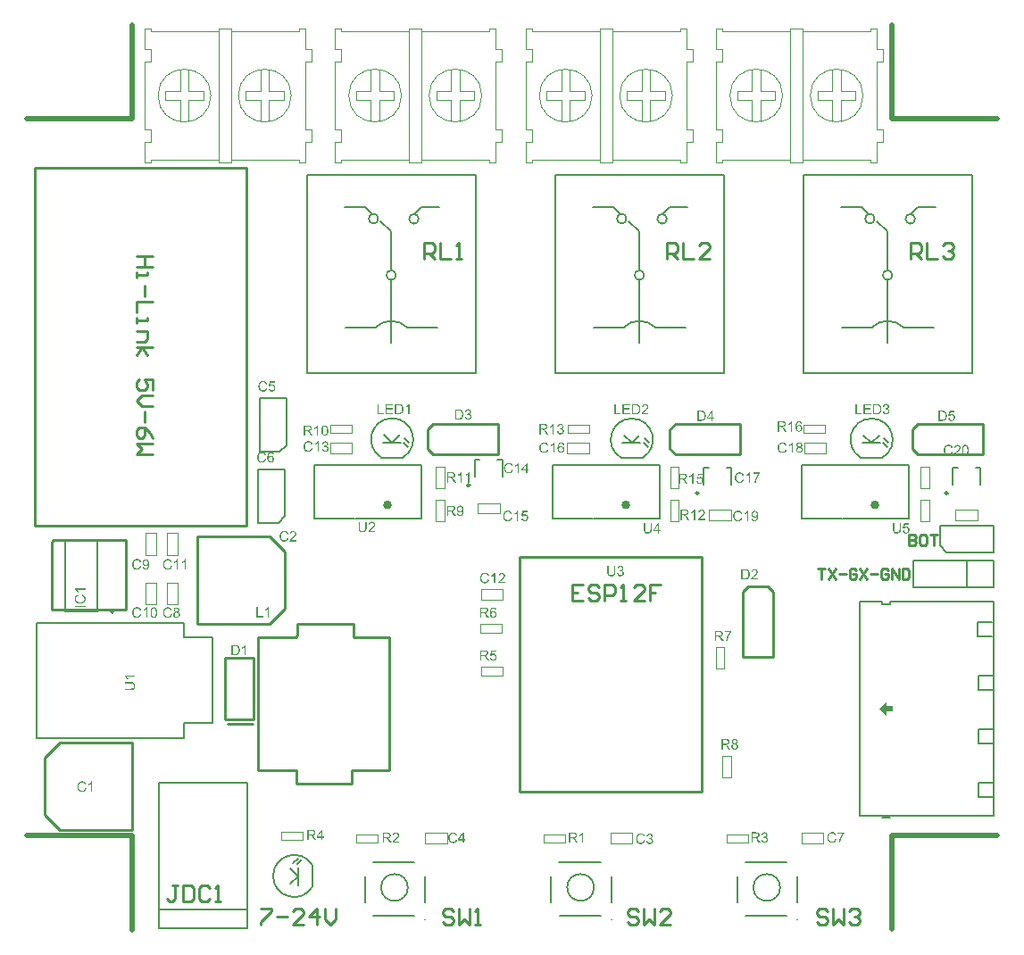
<source format=gto>
G04*
G04 #@! TF.GenerationSoftware,Altium Limited,Altium Designer,19.0.12 (326)*
G04*
G04 Layer_Color=65535*
%FSTAX24Y24*%
%MOIN*%
G70*
G01*
G75*
%ADD10C,0.0098*%
%ADD11C,0.0070*%
%ADD12C,0.0040*%
%ADD13C,0.0070*%
%ADD14C,0.0150*%
%ADD15C,0.0060*%
%ADD16C,0.0100*%
%ADD17C,0.0039*%
%ADD18C,0.0080*%
%ADD19C,0.0079*%
%ADD20C,0.0097*%
%ADD21C,0.0197*%
G36*
X040454Y017099D02*
X040704Y016849D01*
Y016999D01*
X040954D01*
Y017199D01*
X040704D01*
Y017349D01*
X040454Y017099D01*
D02*
G37*
G36*
X030786Y022436D02*
X030793Y022434D01*
X030802Y022433D01*
X030812Y02243D01*
X030822Y022427D01*
X030832Y022422D01*
X030832D01*
X030833Y022421D01*
X030837Y02242D01*
X030841Y022417D01*
X030847Y022413D01*
X030853Y022407D01*
X030861Y022401D01*
X030867Y022393D01*
X030873Y022385D01*
X030873Y022384D01*
X030875Y022381D01*
X030877Y022376D01*
X03088Y022371D01*
X030882Y022363D01*
X030884Y022355D01*
X030886Y022346D01*
X030887Y022336D01*
Y022335D01*
Y022332D01*
X030886Y022327D01*
X030885Y022321D01*
X030883Y022314D01*
X030881Y022307D01*
X030878Y022299D01*
X030873Y022291D01*
X030873Y02229D01*
X030871Y022288D01*
X030868Y022284D01*
X030863Y022279D01*
X030858Y022274D01*
X030851Y022269D01*
X030843Y022263D01*
X030834Y022258D01*
X030834D01*
X030835Y022258D01*
X030837D01*
X030839Y022257D01*
X030845Y022255D01*
X030853Y022251D01*
X030861Y022247D01*
X03087Y022241D01*
X030879Y022234D01*
X030886Y022225D01*
X030887Y022224D01*
X030889Y022221D01*
X030892Y022216D01*
X030896Y022209D01*
X0309Y0222D01*
X030903Y022189D01*
X030905Y022177D01*
X030906Y022163D01*
Y022163D01*
Y022161D01*
Y022159D01*
X030905Y022155D01*
X030904Y022151D01*
X030904Y022146D01*
X030903Y02214D01*
X030901Y022134D01*
X030897Y022121D01*
X030894Y022113D01*
X03089Y022106D01*
X030886Y022099D01*
X030881Y022092D01*
X030875Y022085D01*
X030869Y022078D01*
X030868Y022077D01*
X030867Y022076D01*
X030865Y022075D01*
X030862Y022073D01*
X030859Y02207D01*
X030854Y022067D01*
X030849Y022064D01*
X030844Y022061D01*
X030837Y022058D01*
X03083Y022055D01*
X030822Y022052D01*
X030814Y022049D01*
X030806Y022046D01*
X030796Y022045D01*
X030786Y022044D01*
X030776Y022044D01*
X030772D01*
X030768Y022044D01*
X030763Y022045D01*
X030759Y022045D01*
X030753Y022046D01*
X030747Y022047D01*
X030734Y022051D01*
X03072Y022056D01*
X030712Y022059D01*
X030706Y022063D01*
X030699Y022068D01*
X030693Y022073D01*
X030692Y022074D01*
X030691Y022075D01*
X03069Y022076D01*
X030687Y022079D01*
X030685Y022082D01*
X030682Y022086D01*
X030679Y02209D01*
X030676Y022094D01*
X030669Y022106D01*
X030663Y02212D01*
X030657Y022135D01*
X030656Y022143D01*
X030655Y022152D01*
X030702Y022158D01*
Y022158D01*
X030703Y022156D01*
Y022154D01*
X030704Y022152D01*
X030705Y022145D01*
X030708Y022136D01*
X030712Y022127D01*
X030717Y022117D01*
X030722Y022108D01*
X030729Y0221D01*
X03073Y0221D01*
X030732Y022097D01*
X030736Y022095D01*
X030742Y022092D01*
X030749Y022089D01*
X030757Y022086D01*
X030766Y022083D01*
X030776Y022083D01*
X03078D01*
X030782Y022083D01*
X030788Y022084D01*
X030796Y022086D01*
X030805Y022089D01*
X030814Y022092D01*
X030824Y022098D01*
X030832Y022106D01*
X030834Y022107D01*
X030836Y02211D01*
X030839Y022114D01*
X030844Y022121D01*
X030848Y02213D01*
X030852Y022139D01*
X030854Y022151D01*
X030855Y022163D01*
Y022163D01*
Y022164D01*
Y022166D01*
X030855Y022168D01*
X030854Y022174D01*
X030852Y022182D01*
X03085Y02219D01*
X030846Y022199D01*
X030841Y022208D01*
X030834Y022216D01*
X030832Y022217D01*
X03083Y02222D01*
X030825Y022223D01*
X030819Y022227D01*
X030811Y022231D01*
X030802Y022234D01*
X030792Y022236D01*
X03078Y022237D01*
X030775D01*
X030771Y022237D01*
X030766Y022236D01*
X03076Y022235D01*
X030754Y022234D01*
X030747Y022233D01*
X030752Y022274D01*
X030755D01*
X030758Y022273D01*
X030765D01*
X03077Y022274D01*
X030778Y022275D01*
X030786Y022277D01*
X030795Y02228D01*
X030804Y022283D01*
X030814Y022289D01*
X030815Y022289D01*
X030818Y022292D01*
X030821Y022296D01*
X030826Y022301D01*
X030831Y022307D01*
X030834Y022316D01*
X030837Y022326D01*
X030838Y022337D01*
Y022338D01*
Y022338D01*
Y022341D01*
X030837Y022346D01*
X030836Y022352D01*
X030834Y022359D01*
X030831Y022366D01*
X030827Y022374D01*
X030821Y02238D01*
X03082Y022381D01*
X030818Y022383D01*
X030814Y022386D01*
X030808Y022389D01*
X030802Y022392D01*
X030794Y022395D01*
X030786Y022397D01*
X030776Y022397D01*
X030771D01*
X030766Y022396D01*
X03076Y022395D01*
X030752Y022393D01*
X030745Y02239D01*
X030737Y022386D01*
X030729Y02238D01*
X030729Y022379D01*
X030727Y022377D01*
X030724Y022373D01*
X03072Y022367D01*
X030716Y02236D01*
X030712Y022351D01*
X030709Y022341D01*
X030707Y022328D01*
X030659Y022337D01*
Y022337D01*
X03066Y022339D01*
X03066Y022341D01*
X030661Y022344D01*
X030662Y022348D01*
X030663Y022353D01*
X030667Y022364D01*
X030672Y022375D01*
X030679Y022388D01*
X030687Y022399D01*
X030698Y02241D01*
X030698Y02241D01*
X030699Y022411D01*
X030701Y022412D01*
X030704Y022414D01*
X030707Y022416D01*
X03071Y022418D01*
X030719Y022423D01*
X03073Y022428D01*
X030744Y022432D01*
X030758Y022435D01*
X030766Y022436D01*
X03078D01*
X030786Y022436D01*
D02*
G37*
G36*
X030588Y022212D02*
Y022211D01*
Y02221D01*
Y022207D01*
Y022203D01*
X030588Y022197D01*
Y022192D01*
X030587Y022186D01*
X030587Y022179D01*
X030585Y022164D01*
X030583Y022149D01*
X03058Y022134D01*
X030575Y02212D01*
Y02212D01*
X030574Y022118D01*
X030574Y022117D01*
X030573Y022114D01*
X030569Y022109D01*
X030564Y0221D01*
X030558Y022092D01*
X03055Y022082D01*
X030539Y022073D01*
X030528Y022065D01*
X030527D01*
X030526Y022063D01*
X030524Y022063D01*
X030521Y022061D01*
X030518Y02206D01*
X030514Y022058D01*
X030509Y022056D01*
X030504Y022054D01*
X030498Y022052D01*
X030491Y02205D01*
X030484Y022048D01*
X030476Y022047D01*
X030458Y022045D01*
X030438Y022044D01*
X030433D01*
X030429Y022044D01*
X030425D01*
X030419Y022045D01*
X030414Y022045D01*
X030407Y022046D01*
X030393Y022048D01*
X030378Y022051D01*
X030363Y022056D01*
X03035Y022062D01*
X030349D01*
X030348Y022063D01*
X030347Y022063D01*
X030345Y022065D01*
X030338Y022069D01*
X030331Y022076D01*
X030323Y022083D01*
X030315Y022092D01*
X030308Y022103D01*
X030301Y022116D01*
Y022116D01*
X030301Y022117D01*
X0303Y022119D01*
X030299Y022122D01*
X030298Y022125D01*
X030297Y02213D01*
X030295Y022135D01*
X030294Y022141D01*
X030292Y022148D01*
X030291Y022155D01*
X03029Y022163D01*
X030289Y022171D01*
X030288Y02218D01*
X030287Y02219D01*
X030287Y022201D01*
Y022212D01*
Y022434D01*
X030338D01*
Y022212D01*
Y022211D01*
Y02221D01*
Y022207D01*
Y022204D01*
Y0222D01*
X030338Y022195D01*
X030339Y022184D01*
X03034Y022172D01*
X030341Y02216D01*
X030343Y022148D01*
X030345Y022143D01*
X030346Y022138D01*
X030347Y022137D01*
X030348Y022134D01*
X03035Y02213D01*
X030354Y022125D01*
X030358Y022119D01*
X030364Y022113D01*
X03037Y022107D01*
X030378Y022101D01*
X03038Y022101D01*
X030383Y0221D01*
X030387Y022097D01*
X030394Y022096D01*
X030402Y022093D01*
X030411Y022091D01*
X030422Y02209D01*
X030433Y022089D01*
X030439D01*
X030443Y02209D01*
X030447D01*
X030453Y02209D01*
X030464Y022092D01*
X030478Y022096D01*
X030491Y0221D01*
X030503Y022106D01*
X030509Y02211D01*
X030514Y022114D01*
Y022115D01*
X030515Y022116D01*
X030516Y022117D01*
X030517Y02212D01*
X030519Y022123D01*
X030521Y022126D01*
X030524Y022131D01*
X030526Y022136D01*
X030528Y022142D01*
X03053Y022149D01*
X030532Y022157D01*
X030534Y022166D01*
X030535Y022176D01*
X030536Y022187D01*
X030538Y022199D01*
Y022212D01*
Y022434D01*
X030588D01*
Y022212D01*
D02*
G37*
G36*
X035181Y024498D02*
X035185Y024497D01*
X035191Y024496D01*
X035198Y024496D01*
X035205Y024495D01*
X03522Y024491D01*
X035236Y024486D01*
X035244Y024482D01*
X035253Y024478D01*
X03526Y024474D01*
X035268Y024468D01*
X035268Y024468D01*
X03527Y024467D01*
X035271Y024465D01*
X035274Y024463D01*
X035277Y02446D01*
X035281Y024456D01*
X035285Y024452D01*
X03529Y024447D01*
X035294Y024441D01*
X035298Y024436D01*
X035303Y024429D01*
X035308Y024421D01*
X035312Y024413D01*
X035316Y024405D01*
X035323Y024386D01*
X035273Y024374D01*
Y024375D01*
X035272Y024376D01*
X035271Y024378D01*
X03527Y024381D01*
X035268Y024385D01*
X035267Y024389D01*
X035263Y024398D01*
X035257Y024407D01*
X03525Y024418D01*
X035243Y024427D01*
X035233Y024436D01*
X035232Y024436D01*
X035229Y024439D01*
X035223Y024441D01*
X035216Y024446D01*
X035207Y024449D01*
X035196Y024452D01*
X035184Y024454D01*
X03517Y024455D01*
X035166D01*
X035163Y024454D01*
X035158D01*
X035154Y024454D01*
X035144Y024452D01*
X035132Y02445D01*
X03512Y024446D01*
X035108Y02444D01*
X035096Y024433D01*
X035095D01*
X035095Y024432D01*
X035091Y024429D01*
X035086Y024424D01*
X03508Y024418D01*
X035073Y02441D01*
X035066Y0244D01*
X03506Y024389D01*
X035054Y024376D01*
Y024375D01*
X035054Y024374D01*
X035053Y024372D01*
X035053Y024369D01*
X035051Y024367D01*
X035051Y024362D01*
X035048Y024353D01*
X035046Y024342D01*
X035044Y02433D01*
X035043Y024316D01*
X035043Y024302D01*
Y024302D01*
Y0243D01*
Y024298D01*
Y024294D01*
X035043Y02429D01*
Y024285D01*
X035044Y024279D01*
X035044Y024274D01*
X035046Y02426D01*
X035048Y024245D01*
X035052Y024231D01*
X035057Y024217D01*
Y024216D01*
X035057Y024215D01*
X035058Y024213D01*
X03506Y024211D01*
X035063Y024204D01*
X035067Y024196D01*
X035074Y024187D01*
X035081Y024178D01*
X03509Y024169D01*
X035101Y024162D01*
X035101D01*
X035102Y024161D01*
X035103Y02416D01*
X035106Y024159D01*
X035112Y024157D01*
X03512Y024153D01*
X03513Y02415D01*
X035141Y024147D01*
X035153Y024145D01*
X035166Y024144D01*
X03517D01*
X035173Y024145D01*
X035177D01*
X035181Y024145D01*
X035191Y024147D01*
X035202Y02415D01*
X035215Y024155D01*
X035226Y024161D01*
X035238Y024169D01*
X035239Y024169D01*
X035239Y02417D01*
X035243Y024174D01*
X035248Y024179D01*
X035254Y024187D01*
X035261Y024197D01*
X035268Y02421D01*
X035274Y024225D01*
X035278Y024242D01*
X035329Y024229D01*
Y024228D01*
X035329Y024226D01*
X035328Y024223D01*
X035326Y024219D01*
X035324Y024214D01*
X035322Y024207D01*
X035319Y024201D01*
X035316Y024194D01*
X035308Y024178D01*
X035298Y024162D01*
X035286Y024147D01*
X035279Y02414D01*
X035271Y024134D01*
X035271Y024133D01*
X03527Y024133D01*
X035267Y024131D01*
X035264Y024128D01*
X03526Y024126D01*
X035255Y024123D01*
X03525Y02412D01*
X035243Y024117D01*
X035236Y024114D01*
X035229Y024111D01*
X03522Y024109D01*
X035211Y024106D01*
X035192Y024102D01*
X035181Y024102D01*
X03517Y024101D01*
X035164D01*
X03516Y024102D01*
X035154D01*
X035149Y024102D01*
X035142Y024103D01*
X035134Y024104D01*
X035118Y024107D01*
X035101Y024111D01*
X035085Y024118D01*
X035077Y024121D01*
X035069Y024126D01*
X035068Y024127D01*
X035067Y024127D01*
X035065Y024129D01*
X035063Y024131D01*
X035056Y024137D01*
X035047Y024145D01*
X035037Y024155D01*
X035028Y024168D01*
X035018Y024182D01*
X03501Y024199D01*
Y0242D01*
X035009Y024202D01*
X035008Y024204D01*
X035007Y024207D01*
X035005Y024212D01*
X035003Y024217D01*
X035002Y024223D01*
X035Y02423D01*
X034998Y024237D01*
X034996Y024245D01*
X034993Y024263D01*
X034991Y024282D01*
X03499Y024302D01*
Y024303D01*
Y024305D01*
Y024308D01*
X034991Y024312D01*
Y024317D01*
X034991Y024324D01*
X034992Y02433D01*
X034993Y024338D01*
X034996Y024354D01*
X034999Y024372D01*
X035005Y02439D01*
X035013Y024407D01*
Y024407D01*
X035014Y024409D01*
X035015Y024411D01*
X035017Y024415D01*
X035019Y024418D01*
X035022Y024422D01*
X03503Y024432D01*
X035039Y024443D01*
X03505Y024454D01*
X035063Y024465D01*
X035078Y024475D01*
X035078D01*
X03508Y024476D01*
X035082Y024477D01*
X035085Y024478D01*
X035089Y02448D01*
X035094Y024482D01*
X035099Y024484D01*
X035105Y024486D01*
X035112Y024489D01*
X035119Y024491D01*
X035134Y024495D01*
X035152Y024497D01*
X035171Y024498D01*
X035177D01*
X035181Y024498D01*
D02*
G37*
G36*
X035798Y024493D02*
X035801D01*
X035805Y024492D01*
X035814Y024491D01*
X035825Y024488D01*
X035836Y024485D01*
X035848Y02448D01*
X03586Y024473D01*
X03586D01*
X035861Y024472D01*
X035863Y024471D01*
X035865Y02447D01*
X03587Y024465D01*
X035877Y024458D01*
X035885Y02445D01*
X035893Y02444D01*
X035901Y024429D01*
X035907Y024415D01*
Y024415D01*
X035908Y024413D01*
X035909Y024411D01*
X03591Y024408D01*
X035911Y024405D01*
X035913Y0244D01*
X035914Y024394D01*
X035915Y024388D01*
X035917Y024381D01*
X035918Y024372D01*
X03592Y024364D01*
X035921Y024354D01*
X035922Y024344D01*
X035923Y024333D01*
X035924Y02432D01*
Y024307D01*
Y024307D01*
Y024304D01*
Y0243D01*
Y024295D01*
X035923Y024289D01*
Y024282D01*
X035922Y024274D01*
X035922Y024265D01*
X03592Y024247D01*
X035917Y024227D01*
X035913Y024207D01*
X03591Y024199D01*
X035907Y02419D01*
Y024189D01*
X035907Y024188D01*
X035906Y024186D01*
X035904Y024183D01*
X035903Y024179D01*
X035901Y024175D01*
X035896Y024165D01*
X035889Y024154D01*
X03588Y024143D01*
X035871Y024133D01*
X03586Y024123D01*
X035859D01*
X035859Y024122D01*
X035857Y024121D01*
X035854Y02412D01*
X035851Y024118D01*
X035848Y024116D01*
X035839Y024112D01*
X035828Y024108D01*
X035815Y024104D01*
X035801Y024102D01*
X035786Y024101D01*
X035782D01*
X035778Y024102D01*
X035774D01*
X03577Y024102D01*
X035759Y024104D01*
X035748Y024107D01*
X035735Y024111D01*
X035724Y024117D01*
X035712Y024126D01*
X035711Y024126D01*
X035711Y024127D01*
X035707Y02413D01*
X035703Y024136D01*
X035697Y024144D01*
X035691Y024154D01*
X035686Y024166D01*
X035681Y02418D01*
X035678Y024196D01*
X035723Y0242D01*
Y024199D01*
Y024199D01*
X035724Y024197D01*
X035724Y024195D01*
X035725Y024189D01*
X035728Y024182D01*
X035731Y024175D01*
X035734Y024167D01*
X035739Y024159D01*
X035745Y024154D01*
X035745Y024153D01*
X035748Y024151D01*
X035751Y024149D01*
X035756Y024147D01*
X035762Y024144D01*
X035769Y024142D01*
X035777Y02414D01*
X035787Y02414D01*
X03579D01*
X035794Y02414D01*
X0358Y024141D01*
X035805Y024142D01*
X035812Y024144D01*
X035818Y024146D01*
X035825Y02415D01*
X035825Y02415D01*
X035828Y024151D01*
X035831Y024154D01*
X035834Y024157D01*
X035839Y02416D01*
X035843Y024165D01*
X035848Y02417D01*
X035852Y024176D01*
X035852Y024176D01*
X035853Y024179D01*
X035855Y024183D01*
X035858Y024188D01*
X03586Y024195D01*
X035863Y024202D01*
X035866Y024211D01*
X035869Y024221D01*
Y024221D01*
X03587Y024222D01*
Y024224D01*
X03587Y024226D01*
X035872Y024231D01*
X035873Y024239D01*
X035874Y024248D01*
X035875Y024257D01*
X035876Y024268D01*
Y024279D01*
Y024279D01*
Y024281D01*
Y024284D01*
Y024288D01*
X035876Y024287D01*
X035873Y024285D01*
X03587Y02428D01*
X035866Y024275D01*
X03586Y024269D01*
X035853Y024263D01*
X035846Y024257D01*
X035837Y024251D01*
X035836Y024251D01*
X035833Y024249D01*
X035828Y024247D01*
X035821Y024245D01*
X035814Y024242D01*
X035805Y02424D01*
X035795Y024238D01*
X035784Y024238D01*
X03578D01*
X035776Y024238D01*
X035772Y024239D01*
X035767Y02424D01*
X035756Y024242D01*
X035743Y024246D01*
X035737Y024249D01*
X03573Y024252D01*
X035724Y024257D01*
X035717Y024261D01*
X03571Y024267D01*
X035704Y024272D01*
X035703Y024273D01*
X035703Y024274D01*
X035701Y024276D01*
X035698Y024279D01*
X035696Y024282D01*
X035693Y024286D01*
X03569Y024291D01*
X035687Y024297D01*
X035684Y024303D01*
X035681Y02431D01*
X035679Y024317D01*
X035676Y024326D01*
X035674Y024334D01*
X035672Y024343D01*
X035672Y024353D01*
X035671Y024364D01*
Y024364D01*
Y024366D01*
Y024369D01*
X035672Y024374D01*
X035672Y024378D01*
X035673Y024384D01*
X035674Y024391D01*
X035675Y024398D01*
X035679Y024412D01*
X035682Y02442D01*
X035686Y024428D01*
X035689Y024436D01*
X035694Y024444D01*
X035699Y024451D01*
X035705Y024458D01*
X035705Y024458D01*
X035707Y02446D01*
X035708Y024461D01*
X035711Y024464D01*
X035714Y024466D01*
X035718Y024469D01*
X035723Y024472D01*
X035729Y024476D01*
X035735Y024479D01*
X035741Y024482D01*
X035756Y024488D01*
X035764Y02449D01*
X035773Y024492D01*
X035782Y024493D01*
X035791Y024494D01*
X035795D01*
X035798Y024493D01*
D02*
G37*
G36*
X03555Y024107D02*
X035503D01*
Y024408D01*
X035502Y024407D01*
X0355Y024405D01*
X035496Y024402D01*
X035491Y024398D01*
X035484Y024393D01*
X035477Y024388D01*
X035468Y024381D01*
X035458Y024375D01*
X035457D01*
X035457Y024375D01*
X035453Y024372D01*
X035448Y024369D01*
X035442Y024366D01*
X035434Y024362D01*
X035426Y024358D01*
X035417Y024354D01*
X035409Y024351D01*
Y024397D01*
X035409D01*
X035411Y024398D01*
X035413Y024399D01*
X035415Y0244D01*
X035419Y024402D01*
X035423Y024404D01*
X035432Y024409D01*
X035443Y024416D01*
X035454Y024423D01*
X035466Y024432D01*
X035477Y024441D01*
X035478Y024442D01*
X035478Y024443D01*
X035482Y024446D01*
X035487Y024451D01*
X035494Y024458D01*
X035501Y024466D01*
X035508Y024475D01*
X035514Y024484D01*
X035519Y024494D01*
X03555D01*
Y024107D01*
D02*
G37*
G36*
X035241Y02593D02*
X035245Y02593D01*
X035251Y025929D01*
X035258Y025929D01*
X035265Y025928D01*
X03528Y025924D01*
X035296Y025919D01*
X035304Y025915D01*
X035313Y025911D01*
X03532Y025906D01*
X035328Y025901D01*
X035328Y025901D01*
X03533Y0259D01*
X035331Y025898D01*
X035334Y025896D01*
X035337Y025893D01*
X035341Y025889D01*
X035345Y025885D01*
X03535Y02588D01*
X035354Y025874D01*
X035358Y025868D01*
X035363Y025861D01*
X035368Y025854D01*
X035372Y025846D01*
X035376Y025837D01*
X035383Y025819D01*
X035333Y025807D01*
Y025808D01*
X035332Y025809D01*
X035331Y025811D01*
X03533Y025814D01*
X035328Y025818D01*
X035327Y025822D01*
X035323Y02583D01*
X035317Y02584D01*
X03531Y025851D01*
X035303Y02586D01*
X035293Y025868D01*
X035292Y025869D01*
X035289Y025871D01*
X035283Y025874D01*
X035276Y025878D01*
X035267Y025882D01*
X035256Y025885D01*
X035244Y025887D01*
X03523Y025888D01*
X035226D01*
X035223Y025887D01*
X035218D01*
X035214Y025887D01*
X035204Y025885D01*
X035192Y025883D01*
X03518Y025878D01*
X035168Y025873D01*
X035156Y025866D01*
X035155D01*
X035155Y025865D01*
X035151Y025862D01*
X035146Y025857D01*
X03514Y025851D01*
X035133Y025843D01*
X035126Y025833D01*
X03512Y025822D01*
X035114Y025809D01*
Y025808D01*
X035114Y025807D01*
X035113Y025805D01*
X035113Y025802D01*
X035111Y025799D01*
X035111Y025795D01*
X035108Y025786D01*
X035106Y025775D01*
X035104Y025763D01*
X035103Y025749D01*
X035103Y025735D01*
Y025735D01*
Y025733D01*
Y02573D01*
Y025727D01*
X035103Y025723D01*
Y025718D01*
X035104Y025712D01*
X035104Y025706D01*
X035106Y025693D01*
X035108Y025678D01*
X035112Y025664D01*
X035117Y02565D01*
Y025649D01*
X035117Y025648D01*
X035118Y025646D01*
X03512Y025644D01*
X035123Y025637D01*
X035127Y025629D01*
X035134Y02562D01*
X035141Y025611D01*
X03515Y025602D01*
X035161Y025595D01*
X035161D01*
X035162Y025594D01*
X035163Y025593D01*
X035166Y025592D01*
X035172Y025589D01*
X03518Y025586D01*
X03519Y025583D01*
X035201Y02558D01*
X035213Y025578D01*
X035226Y025577D01*
X03523D01*
X035233Y025578D01*
X035237D01*
X035241Y025578D01*
X035251Y02558D01*
X035262Y025583D01*
X035275Y025588D01*
X035286Y025594D01*
X035298Y025602D01*
X035299Y025602D01*
X035299Y025603D01*
X035303Y025606D01*
X035308Y025612D01*
X035314Y02562D01*
X035321Y02563D01*
X035328Y025643D01*
X035334Y025658D01*
X035338Y025675D01*
X035389Y025662D01*
Y025661D01*
X035389Y025659D01*
X035388Y025656D01*
X035386Y025651D01*
X035384Y025647D01*
X035382Y02564D01*
X035379Y025634D01*
X035376Y025627D01*
X035368Y025611D01*
X035358Y025595D01*
X035346Y02558D01*
X035339Y025573D01*
X035331Y025567D01*
X035331Y025566D01*
X03533Y025565D01*
X035327Y025564D01*
X035324Y025561D01*
X03532Y025559D01*
X035315Y025556D01*
X03531Y025553D01*
X035303Y02555D01*
X035296Y025547D01*
X035289Y025544D01*
X03528Y025541D01*
X035271Y025539D01*
X035252Y025535D01*
X035241Y025534D01*
X03523Y025534D01*
X035224D01*
X03522Y025534D01*
X035214D01*
X035209Y025535D01*
X035202Y025536D01*
X035194Y025537D01*
X035178Y02554D01*
X035161Y025544D01*
X035145Y025551D01*
X035137Y025554D01*
X035129Y025559D01*
X035128Y02556D01*
X035127Y02556D01*
X035125Y025562D01*
X035123Y025564D01*
X035116Y02557D01*
X035107Y025578D01*
X035097Y025588D01*
X035088Y025601D01*
X035078Y025615D01*
X03507Y025632D01*
Y025633D01*
X035069Y025634D01*
X035068Y025637D01*
X035067Y02564D01*
X035065Y025645D01*
X035063Y02565D01*
X035062Y025656D01*
X03506Y025663D01*
X035058Y02567D01*
X035056Y025678D01*
X035053Y025696D01*
X035051Y025715D01*
X03505Y025735D01*
Y025736D01*
Y025738D01*
Y025741D01*
X035051Y025745D01*
Y02575D01*
X035051Y025757D01*
X035052Y025763D01*
X035053Y025771D01*
X035056Y025787D01*
X035059Y025805D01*
X035065Y025823D01*
X035073Y02584D01*
Y02584D01*
X035074Y025842D01*
X035075Y025844D01*
X035077Y025847D01*
X035079Y025851D01*
X035082Y025855D01*
X03509Y025865D01*
X035099Y025876D01*
X03511Y025887D01*
X035123Y025898D01*
X035138Y025908D01*
X035138D01*
X03514Y025909D01*
X035142Y02591D01*
X035145Y025911D01*
X035149Y025913D01*
X035154Y025915D01*
X035159Y025917D01*
X035165Y025919D01*
X035172Y025922D01*
X035179Y025923D01*
X035194Y025928D01*
X035212Y02593D01*
X035231Y025931D01*
X035237D01*
X035241Y02593D01*
D02*
G37*
G36*
X035982Y025883D02*
X035982Y025883D01*
X035981Y025881D01*
X035979Y025879D01*
X035976Y025876D01*
X035973Y025872D01*
X035969Y025867D01*
X035964Y025861D01*
X03596Y025856D01*
X035954Y025849D01*
X035949Y02584D01*
X035942Y025832D01*
X035936Y025823D01*
X03593Y025813D01*
X035923Y025802D01*
X035916Y025791D01*
X035909Y025779D01*
X035909Y025778D01*
X035908Y025776D01*
X035906Y025773D01*
X035904Y025768D01*
X035901Y025762D01*
X035897Y025755D01*
X035893Y025747D01*
X035889Y025738D01*
X035885Y025729D01*
X03588Y025718D01*
X035875Y025707D01*
X035871Y025695D01*
X035862Y025671D01*
X035854Y025646D01*
Y025645D01*
X035853Y025643D01*
X035853Y025641D01*
X035851Y025637D01*
X03585Y025633D01*
X035849Y025627D01*
X035848Y025621D01*
X035846Y025615D01*
X035845Y025607D01*
X035843Y025599D01*
X03584Y025581D01*
X035838Y025561D01*
X035836Y02554D01*
X035788D01*
Y025541D01*
Y025543D01*
Y025545D01*
X035788Y025548D01*
Y025553D01*
X035789Y025558D01*
X035789Y025564D01*
X03579Y025571D01*
X035791Y025578D01*
X035792Y025587D01*
X035794Y025596D01*
X035795Y025605D01*
X035797Y025616D01*
X035799Y025626D01*
X035805Y02565D01*
Y02565D01*
X035806Y025653D01*
X035807Y025656D01*
X035808Y025661D01*
X03581Y025667D01*
X035812Y025673D01*
X035815Y025681D01*
X035818Y025689D01*
X035821Y025698D01*
X035825Y025708D01*
X035833Y025729D01*
X035843Y025751D01*
X035854Y025774D01*
X035854Y025774D01*
X035856Y025777D01*
X035857Y02578D01*
X03586Y025784D01*
X035863Y025789D01*
X035866Y025795D01*
X03587Y025801D01*
X035874Y025809D01*
X035885Y025825D01*
X035896Y025842D01*
X035909Y025859D01*
X035922Y025875D01*
X035734D01*
Y02592D01*
X035982D01*
Y025883D01*
D02*
G37*
G36*
X03561Y02554D02*
X035563D01*
Y025841D01*
X035562Y02584D01*
X03556Y025838D01*
X035556Y025835D01*
X035551Y025831D01*
X035544Y025826D01*
X035537Y025821D01*
X035528Y025814D01*
X035518Y025808D01*
X035517D01*
X035517Y025808D01*
X035513Y025805D01*
X035508Y025802D01*
X035502Y025799D01*
X035494Y025795D01*
X035486Y025791D01*
X035477Y025787D01*
X035469Y025784D01*
Y02583D01*
X035469D01*
X035471Y02583D01*
X035473Y025832D01*
X035475Y025833D01*
X035479Y025835D01*
X035483Y025837D01*
X035492Y025842D01*
X035503Y025849D01*
X035514Y025856D01*
X035526Y025865D01*
X035537Y025874D01*
X035538Y025875D01*
X035538Y025875D01*
X035542Y025879D01*
X035547Y025884D01*
X035554Y025891D01*
X035561Y025899D01*
X035568Y025908D01*
X035574Y025917D01*
X035579Y025926D01*
X03561D01*
Y02554D01*
D02*
G37*
G36*
X033821Y024536D02*
X033826Y024535D01*
X033831Y024534D01*
X033837Y024534D01*
X033844Y024532D01*
X033858Y024528D01*
X033872Y024523D01*
X03388Y02452D01*
X033887Y024516D01*
X033893Y02451D01*
X0339Y024505D01*
X0339Y024505D01*
X033901Y024504D01*
X033903Y024502D01*
X033905Y0245D01*
X033907Y024496D01*
X03391Y024493D01*
X033916Y024484D01*
X033922Y024473D01*
X033927Y02446D01*
X033931Y024445D01*
X033932Y024437D01*
X033932Y024429D01*
Y024428D01*
Y024425D01*
X033932Y02442D01*
X033931Y024414D01*
X03393Y024407D01*
X033928Y0244D01*
X033926Y024392D01*
X033922Y024383D01*
X033922Y024382D01*
X033921Y024379D01*
X033918Y024375D01*
X033915Y024369D01*
X033911Y024362D01*
X033906Y024354D01*
X033898Y024346D01*
X033891Y024337D01*
X03389Y024335D01*
X033887Y024332D01*
X033882Y024327D01*
X033878Y024323D01*
X033874Y024319D01*
X033869Y024314D01*
X033863Y024309D01*
X033858Y024304D01*
X033851Y024297D01*
X033844Y024291D01*
X033836Y024284D01*
X033828Y024277D01*
X033818Y024269D01*
X033818Y024268D01*
X033817Y024267D01*
X033814Y024265D01*
X033811Y024263D01*
X033804Y024257D01*
X033796Y024249D01*
X033787Y024241D01*
X033777Y024233D01*
X03377Y024226D01*
X033767Y024223D01*
X033764Y02422D01*
X033763Y02422D01*
X033762Y024218D01*
X03376Y024216D01*
X033757Y024212D01*
X03375Y024204D01*
X033744Y024195D01*
X033933D01*
Y02415D01*
X033679D01*
Y024151D01*
Y024153D01*
Y024156D01*
X033679Y024161D01*
X03368Y024165D01*
X03368Y02417D01*
X033682Y024176D01*
X033684Y024182D01*
Y024183D01*
X033684Y024183D01*
X033686Y024187D01*
X033688Y024192D01*
X033691Y024199D01*
X033695Y024206D01*
X033701Y024215D01*
X033707Y024224D01*
X033715Y024233D01*
Y024234D01*
X033716Y024234D01*
X033719Y024238D01*
X033724Y024243D01*
X033731Y02425D01*
X033739Y024258D01*
X03375Y024268D01*
X033763Y024279D01*
X033777Y024292D01*
X033777Y024292D01*
X03378Y024294D01*
X033783Y024296D01*
X033787Y0243D01*
X033792Y024304D01*
X033798Y02431D01*
X033811Y024321D01*
X033825Y024334D01*
X033839Y024348D01*
X033846Y024354D01*
X033852Y024361D01*
X033857Y024367D01*
X033862Y024373D01*
Y024373D01*
X033863Y024374D01*
X033864Y024376D01*
X033865Y024378D01*
X033869Y024384D01*
X033873Y024392D01*
X033877Y0244D01*
X03388Y02441D01*
X033883Y02442D01*
X033884Y02443D01*
Y024431D01*
Y024431D01*
X033883Y024435D01*
X033883Y02444D01*
X033882Y024447D01*
X033879Y024454D01*
X033875Y024462D01*
X03387Y02447D01*
X033863Y024478D01*
X033862Y024478D01*
X03386Y024481D01*
X033855Y024483D01*
X033849Y024488D01*
X033842Y024491D01*
X033833Y024494D01*
X033822Y024496D01*
X033811Y024497D01*
X033807D01*
X033805Y024496D01*
X033799Y024496D01*
X033791Y024495D01*
X033783Y024492D01*
X033773Y024488D01*
X033765Y024483D01*
X033756Y024476D01*
X033756Y024475D01*
X033753Y024472D01*
X03375Y024468D01*
X033746Y024461D01*
X033742Y024453D01*
X033739Y024444D01*
X033737Y024433D01*
X033736Y02442D01*
X033687Y024425D01*
Y024426D01*
Y024427D01*
X033688Y02443D01*
X033688Y024434D01*
X03369Y024438D01*
X03369Y024444D01*
X033694Y024455D01*
X033698Y024469D01*
X033705Y024482D01*
X033714Y024496D01*
X033718Y024502D01*
X033724Y024507D01*
X033725Y024508D01*
X033726Y024509D01*
X033728Y02451D01*
X03373Y024512D01*
X033734Y024514D01*
X033738Y024517D01*
X033742Y024519D01*
X033748Y024522D01*
X033753Y024524D01*
X03376Y024527D01*
X033767Y02453D01*
X033775Y024531D01*
X033793Y024535D01*
X033802Y024536D01*
X033812Y024536D01*
X033817D01*
X033821Y024536D01*
D02*
G37*
G36*
X033564Y02415D02*
X033517D01*
Y024451D01*
X033516Y02445D01*
X033514Y024448D01*
X03351Y024445D01*
X033505Y024441D01*
X033498Y024435D01*
X033491Y02443D01*
X033482Y024424D01*
X033472Y024418D01*
X033471D01*
X033471Y024417D01*
X033467Y024415D01*
X033462Y024412D01*
X033456Y024409D01*
X033448Y024404D01*
X03344Y024401D01*
X033431Y024397D01*
X033423Y024393D01*
Y02444D01*
X033423D01*
X033425Y02444D01*
X033427Y024441D01*
X033429Y024443D01*
X033433Y024445D01*
X033437Y024447D01*
X033446Y024452D01*
X033457Y024458D01*
X033469Y024466D01*
X03348Y024475D01*
X033491Y024484D01*
X033492Y024485D01*
X033493Y024485D01*
X033496Y024489D01*
X033501Y024494D01*
X033508Y0245D01*
X033515Y024509D01*
X033522Y024517D01*
X033528Y024527D01*
X033533Y024536D01*
X033564D01*
Y02415D01*
D02*
G37*
G36*
X033202Y024534D02*
X033207D01*
X033219Y024533D01*
X033231Y024532D01*
X033244Y02453D01*
X033256Y024527D01*
X033262Y024526D01*
X033267Y024524D01*
X033268D01*
X033268Y024523D01*
X033272Y024522D01*
X033277Y024519D01*
X033282Y024515D01*
X03329Y02451D01*
X033297Y024504D01*
X033304Y024496D01*
X03331Y024487D01*
X033311Y024486D01*
X033312Y024482D01*
X033315Y024477D01*
X033318Y02447D01*
X033321Y024461D01*
X033324Y024451D01*
X033326Y024441D01*
X033326Y024429D01*
Y024428D01*
Y024427D01*
Y024425D01*
X033326Y024422D01*
Y024419D01*
X033325Y024414D01*
X033323Y024405D01*
X03332Y024394D01*
X033315Y024383D01*
X033308Y024371D01*
X033304Y024365D01*
X033299Y02436D01*
X033298Y024359D01*
X033297Y024358D01*
X033295Y024355D01*
X033292Y024354D01*
X033288Y024351D01*
X033284Y024348D01*
X03328Y024345D01*
X033274Y024342D01*
X033268Y02434D01*
X033261Y024337D01*
X033254Y024334D01*
X033246Y024331D01*
X033237Y024328D01*
X033228Y024327D01*
X033218Y024325D01*
X033219Y024324D01*
X033222Y024323D01*
X033225Y024321D01*
X033229Y024319D01*
X033239Y024313D01*
X033244Y024309D01*
X033249Y024306D01*
X03325Y024304D01*
X033253Y024302D01*
X033257Y024297D01*
X033262Y024292D01*
X033268Y024284D01*
X033275Y024275D01*
X033283Y024265D01*
X033291Y024254D01*
X033357Y02415D01*
X033294D01*
X033243Y02423D01*
Y02423D01*
X033242Y024231D01*
X03324Y024233D01*
X033239Y024235D01*
X033235Y024241D01*
X03323Y024249D01*
X033224Y024258D01*
X033218Y024266D01*
X033212Y024275D01*
X033206Y024282D01*
X033205Y024283D01*
X033204Y024285D01*
X033201Y024289D01*
X033198Y024293D01*
X033189Y024301D01*
X033185Y024305D01*
X03318Y024308D01*
X03318Y024309D01*
X033178Y024309D01*
X033176Y02431D01*
X033173Y024312D01*
X033166Y024316D01*
X033157Y024318D01*
X033157D01*
X033156Y024319D01*
X033153D01*
X03315Y02432D01*
X033146Y02432D01*
X033142D01*
X033136Y024321D01*
X03307D01*
Y02415D01*
X033019D01*
Y024534D01*
X033198D01*
X033202Y024534D01*
D02*
G37*
G36*
X033858Y025833D02*
X033705D01*
X033684Y02573D01*
X033685Y02573D01*
X033686Y025731D01*
X033688Y025732D01*
X03369Y025734D01*
X033693Y025736D01*
X033697Y025738D01*
X033706Y025742D01*
X033717Y025747D01*
X033729Y02575D01*
X033743Y025753D01*
X033757Y025754D01*
X033761D01*
X033765Y025754D01*
X033769Y025753D01*
X033774Y025753D01*
X03378Y025752D01*
X033786Y02575D01*
X033799Y025746D01*
X033806Y025743D01*
X033813Y02574D01*
X033821Y025736D01*
X033828Y025731D01*
X033835Y025726D01*
X033841Y025719D01*
X033842Y025719D01*
X033843Y025718D01*
X033845Y025716D01*
X033847Y025713D01*
X03385Y025709D01*
X033853Y025705D01*
X033855Y025701D01*
X033859Y025695D01*
X033862Y025689D01*
X033865Y025683D01*
X033868Y025675D01*
X033871Y025667D01*
X033873Y025659D01*
X033875Y02565D01*
X033876Y02564D01*
X033876Y02563D01*
Y025629D01*
Y025628D01*
Y025625D01*
X033876Y025621D01*
X033875Y025616D01*
X033875Y025611D01*
X033874Y025605D01*
X033873Y025599D01*
X033869Y025585D01*
X033864Y02557D01*
X03386Y025562D01*
X033856Y025554D01*
X033851Y025547D01*
X033846Y02554D01*
X033845Y025539D01*
X033844Y025538D01*
X033842Y025536D01*
X033839Y025533D01*
X033836Y025529D01*
X033831Y025525D01*
X033826Y025521D01*
X033819Y025517D01*
X033813Y025512D01*
X033805Y025508D01*
X033796Y025504D01*
X033788Y025501D01*
X033778Y025498D01*
X033768Y025495D01*
X033757Y025494D01*
X033745Y025494D01*
X03374D01*
X033736Y025494D01*
X033732Y025495D01*
X033727Y025495D01*
X033721Y025496D01*
X033714Y025497D01*
X033701Y025501D01*
X033687Y025506D01*
X03368Y025509D01*
X033673Y025513D01*
X033666Y025518D01*
X033659Y025523D01*
X033659Y025523D01*
X033658Y025524D01*
X033657Y025526D01*
X033654Y025528D01*
X033652Y025531D01*
X033649Y025535D01*
X033646Y025539D01*
X033642Y025543D01*
X033636Y025554D01*
X03363Y025568D01*
X033625Y025583D01*
X033623Y025592D01*
X033622Y025601D01*
X033672Y025604D01*
Y025604D01*
Y025602D01*
X033672Y025601D01*
X033673Y025598D01*
X033675Y025592D01*
X033677Y025584D01*
X03368Y025575D01*
X033685Y025566D01*
X03369Y025557D01*
X033697Y02555D01*
X033698Y025549D01*
X0337Y025547D01*
X033705Y025544D01*
X03371Y025541D01*
X033717Y025538D01*
X033726Y025535D01*
X033735Y025533D01*
X033745Y025532D01*
X033748D01*
X033751Y025533D01*
X033757Y025533D01*
X033765Y025535D01*
X033774Y025539D01*
X033784Y025543D01*
X033793Y025549D01*
X033798Y025553D01*
X033803Y025557D01*
Y025558D01*
X033804Y025559D01*
X033806Y025562D01*
X03381Y025568D01*
X033814Y025575D01*
X033819Y025585D01*
X033823Y025597D01*
X033825Y025611D01*
X033826Y025626D01*
Y025626D01*
Y025628D01*
Y02563D01*
X033826Y025632D01*
Y025636D01*
X033825Y02564D01*
X033823Y025649D01*
X033821Y025659D01*
X033817Y02567D01*
X033811Y02568D01*
X033803Y02569D01*
X033802Y025691D01*
X033799Y025693D01*
X033795Y025697D01*
X033788Y025701D01*
X033779Y025705D01*
X033769Y025709D01*
X033757Y025712D01*
X033744Y025713D01*
X03374D01*
X033736Y025712D01*
X03373Y025712D01*
X033724Y02571D01*
X033717Y025708D01*
X03371Y025705D01*
X033703Y025702D01*
X033702Y025701D01*
X0337Y0257D01*
X033696Y025698D01*
X033692Y025695D01*
X033688Y025691D01*
X033683Y025686D01*
X033679Y025681D01*
X033675Y025675D01*
X03363Y025681D01*
X033668Y025878D01*
X033858D01*
Y025833D01*
D02*
G37*
G36*
X033502Y0255D02*
X033454D01*
Y025801D01*
X033454Y0258D01*
X033451Y025798D01*
X033447Y025795D01*
X033442Y025791D01*
X033435Y025785D01*
X033428Y02578D01*
X033419Y025774D01*
X033409Y025768D01*
X033408D01*
X033408Y025767D01*
X033404Y025765D01*
X033399Y025762D01*
X033393Y025759D01*
X033385Y025754D01*
X033377Y025751D01*
X033368Y025747D01*
X03336Y025743D01*
Y02579D01*
X033361D01*
X033362Y02579D01*
X033364Y025791D01*
X033366Y025793D01*
X03337Y025795D01*
X033374Y025797D01*
X033383Y025802D01*
X033394Y025808D01*
X033406Y025816D01*
X033417Y025825D01*
X033428Y025834D01*
X033429Y025835D01*
X03343Y025835D01*
X033433Y025839D01*
X033438Y025844D01*
X033445Y02585D01*
X033452Y025859D01*
X033459Y025867D01*
X033465Y025877D01*
X03347Y025886D01*
X033502D01*
Y0255D01*
D02*
G37*
G36*
X033139Y025884D02*
X033144D01*
X033156Y025883D01*
X033168Y025882D01*
X033181Y02588D01*
X033193Y025877D01*
X033199Y025876D01*
X033204Y025874D01*
X033205D01*
X033205Y025873D01*
X033209Y025872D01*
X033214Y025869D01*
X03322Y025865D01*
X033227Y02586D01*
X033234Y025854D01*
X033241Y025846D01*
X033247Y025837D01*
X033248Y025836D01*
X033249Y025832D01*
X033252Y025827D01*
X033255Y02582D01*
X033258Y025811D01*
X033261Y025801D01*
X033263Y025791D01*
X033263Y025779D01*
Y025778D01*
Y025777D01*
Y025775D01*
X033263Y025772D01*
Y025769D01*
X033262Y025764D01*
X03326Y025755D01*
X033257Y025744D01*
X033252Y025733D01*
X033245Y025721D01*
X033241Y025715D01*
X033236Y02571D01*
X033235Y025709D01*
X033234Y025708D01*
X033232Y025705D01*
X033229Y025704D01*
X033225Y025701D01*
X033221Y025698D01*
X033217Y025695D01*
X033211Y025692D01*
X033205Y02569D01*
X033198Y025687D01*
X033191Y025684D01*
X033183Y025681D01*
X033174Y025678D01*
X033165Y025677D01*
X033155Y025675D01*
X033156Y025674D01*
X033159Y025673D01*
X033162Y025671D01*
X033166Y025669D01*
X033176Y025663D01*
X033182Y025659D01*
X033186Y025656D01*
X033187Y025654D01*
X03319Y025652D01*
X033194Y025647D01*
X033199Y025642D01*
X033205Y025634D01*
X033213Y025625D01*
X03322Y025615D01*
X033228Y025604D01*
X033294Y0255D01*
X033231D01*
X03318Y02558D01*
Y02558D01*
X033179Y025581D01*
X033177Y025583D01*
X033176Y025585D01*
X033172Y025591D01*
X033167Y025599D01*
X033161Y025608D01*
X033155Y025616D01*
X033149Y025625D01*
X033143Y025632D01*
X033142Y025633D01*
X033141Y025635D01*
X033138Y025639D01*
X033135Y025643D01*
X033126Y025651D01*
X033122Y025655D01*
X033117Y025658D01*
X033117Y025659D01*
X033115Y025659D01*
X033113Y02566D01*
X03311Y025662D01*
X033103Y025666D01*
X033094Y025668D01*
X033094D01*
X033093Y025669D01*
X03309D01*
X033087Y02567D01*
X033083Y02567D01*
X033079D01*
X033073Y025671D01*
X033007D01*
Y0255D01*
X032956D01*
Y025884D01*
X033135D01*
X033139Y025884D01*
D02*
G37*
G36*
X017736Y026686D02*
X017739D01*
X017744Y026685D01*
X017755Y026683D01*
X017766Y02668D01*
X017779Y026675D01*
X017791Y026669D01*
X017797Y026665D01*
X017803Y02666D01*
X017803D01*
X017804Y026659D01*
X017807Y026656D01*
X017812Y02665D01*
X017818Y026642D01*
X017824Y026632D01*
X01783Y026621D01*
X017835Y026607D01*
X017838Y026591D01*
X017791Y026587D01*
Y026588D01*
Y026588D01*
X01779Y026592D01*
X017788Y026597D01*
X017786Y026602D01*
X01778Y026616D01*
X017777Y026622D01*
X017773Y026627D01*
X017772Y026628D01*
X017769Y026631D01*
X017765Y026633D01*
X01776Y026638D01*
X017753Y026641D01*
X017745Y026645D01*
X017735Y026647D01*
X017725Y026647D01*
X017721D01*
X017717Y026647D01*
X017712Y026646D01*
X017706Y026645D01*
X017698Y026642D01*
X017692Y026639D01*
X017685Y026635D01*
X017684Y026634D01*
X017682Y026632D01*
X017677Y026628D01*
X017673Y026622D01*
X017667Y026616D01*
X017661Y026608D01*
X017655Y026598D01*
X01765Y026587D01*
Y026586D01*
X017649Y026585D01*
X017649Y026583D01*
X017648Y026581D01*
X017647Y026578D01*
X017646Y026574D01*
X017645Y026569D01*
X017643Y026564D01*
X017642Y026558D01*
X017641Y026552D01*
X01764Y026544D01*
X017639Y026536D01*
X017638Y026528D01*
X017638Y026518D01*
X017637Y026508D01*
Y026498D01*
X017638Y026499D01*
X01764Y026502D01*
X017643Y026507D01*
X017649Y026512D01*
X017655Y026519D01*
X017662Y026525D01*
X01767Y026531D01*
X017679Y026536D01*
X01768Y026537D01*
X017683Y026538D01*
X017688Y02654D01*
X017694Y026543D01*
X017702Y026545D01*
X017711Y026547D01*
X01772Y026549D01*
X01773Y026549D01*
X017735D01*
X017738Y026549D01*
X017742Y026548D01*
X017747Y026547D01*
X017758Y026545D01*
X01777Y02654D01*
X017777Y026538D01*
X017784Y026535D01*
X017791Y02653D01*
X017798Y026526D01*
X017804Y026521D01*
X017811Y026514D01*
X017811Y026514D01*
X017812Y026512D01*
X017814Y026511D01*
X017816Y026508D01*
X017818Y026504D01*
X017821Y0265D01*
X017824Y026495D01*
X017828Y02649D01*
X017831Y026484D01*
X017834Y026477D01*
X017837Y02647D01*
X017839Y026462D01*
X017841Y026453D01*
X017843Y026444D01*
X017844Y026435D01*
X017844Y026425D01*
Y026424D01*
Y026423D01*
Y026421D01*
Y026419D01*
X017844Y026415D01*
Y026412D01*
X017842Y026402D01*
X01784Y026392D01*
X017838Y026381D01*
X017834Y026369D01*
X017828Y026357D01*
Y026357D01*
X017828Y026356D01*
X017827Y026354D01*
X017825Y026352D01*
X017822Y026347D01*
X017817Y02634D01*
X017811Y026332D01*
X017803Y026325D01*
X017795Y026317D01*
X017785Y02631D01*
X017784Y026309D01*
X01778Y026308D01*
X017775Y026305D01*
X017768Y026302D01*
X017758Y026299D01*
X017748Y026296D01*
X017736Y026294D01*
X017724Y026294D01*
X017721D01*
X017718Y026294D01*
X017714D01*
X017709Y026295D01*
X017703Y026296D01*
X017697Y026297D01*
X01769Y026299D01*
X017682Y026301D01*
X017674Y026304D01*
X017666Y026308D01*
X017658Y026312D01*
X01765Y026317D01*
X017642Y026323D01*
X017634Y026329D01*
X017627Y026337D01*
X017627Y026337D01*
X017625Y026339D01*
X017624Y026342D01*
X017621Y026345D01*
X017618Y02635D01*
X017615Y026356D01*
X017612Y026363D01*
X017609Y026371D01*
X017605Y02638D01*
X017602Y026391D01*
X017599Y026402D01*
X017596Y026415D01*
X017594Y026429D01*
X017592Y026445D01*
X017591Y026461D01*
X01759Y02648D01*
Y02648D01*
Y026481D01*
Y026483D01*
Y026484D01*
Y02649D01*
X017591Y026498D01*
X017591Y026507D01*
X017593Y026518D01*
X017594Y026529D01*
X017596Y026542D01*
X017597Y026555D01*
X0176Y026569D01*
X017604Y026582D01*
X017608Y026595D01*
X017612Y026608D01*
X017618Y02662D01*
X017624Y026632D01*
X017631Y026642D01*
X017632Y026642D01*
X017633Y026643D01*
X017635Y026646D01*
X017638Y026649D01*
X017642Y026652D01*
X017646Y026656D01*
X017651Y02666D01*
X017657Y026664D01*
X017663Y026668D01*
X017671Y026672D01*
X017679Y026676D01*
X017687Y026679D01*
X017697Y026682D01*
X017707Y026684D01*
X017717Y026686D01*
X017728Y026686D01*
X017732D01*
X017736Y026686D01*
D02*
G37*
G36*
X017401Y02669D02*
X017405Y02669D01*
X017411Y026689D01*
X017418Y026688D01*
X017425Y026687D01*
X01744Y026684D01*
X017456Y026678D01*
X017464Y026675D01*
X017473Y026671D01*
X01748Y026666D01*
X017488Y026661D01*
X017488Y02666D01*
X01749Y02666D01*
X017491Y026658D01*
X017494Y026656D01*
X017497Y026653D01*
X017501Y026649D01*
X017505Y026645D01*
X01751Y02664D01*
X017514Y026634D01*
X017518Y026628D01*
X017523Y026621D01*
X017528Y026614D01*
X017532Y026606D01*
X017536Y026597D01*
X017543Y026578D01*
X017493Y026567D01*
Y026567D01*
X017492Y026569D01*
X017491Y026571D01*
X01749Y026574D01*
X017488Y026577D01*
X017487Y026581D01*
X017483Y02659D01*
X017477Y0266D01*
X01747Y026611D01*
X017463Y02662D01*
X017453Y026628D01*
X017452Y026629D01*
X017449Y026631D01*
X017443Y026634D01*
X017436Y026638D01*
X017427Y026642D01*
X017416Y026645D01*
X017404Y026647D01*
X01739Y026647D01*
X017385D01*
X017383Y026647D01*
X017378D01*
X017374Y026646D01*
X017364Y026645D01*
X017352Y026642D01*
X01734Y026638D01*
X017328Y026633D01*
X017316Y026626D01*
X017315D01*
X017315Y026625D01*
X017311Y026622D01*
X017306Y026617D01*
X017299Y026611D01*
X017293Y026602D01*
X017286Y026593D01*
X01728Y026581D01*
X017274Y026569D01*
Y026568D01*
X017274Y026567D01*
X017273Y026565D01*
X017273Y026562D01*
X017271Y026559D01*
X017271Y026555D01*
X017269Y026546D01*
X017266Y026535D01*
X017264Y026522D01*
X017263Y026509D01*
X017263Y026495D01*
Y026494D01*
Y026492D01*
Y02649D01*
Y026487D01*
X017263Y026483D01*
Y026477D01*
X017264Y026472D01*
X017264Y026466D01*
X017266Y026453D01*
X017269Y026438D01*
X017272Y026423D01*
X017277Y026409D01*
Y026409D01*
X017277Y026408D01*
X017278Y026406D01*
X01728Y026404D01*
X017283Y026397D01*
X017287Y026389D01*
X017294Y02638D01*
X017301Y026371D01*
X01731Y026362D01*
X017321Y026354D01*
X017321D01*
X017322Y026354D01*
X017323Y026353D01*
X017326Y026351D01*
X017332Y026349D01*
X01734Y026346D01*
X01735Y026343D01*
X017361Y02634D01*
X017373Y026337D01*
X017386Y026337D01*
X01739D01*
X017393Y026337D01*
X017397D01*
X017401Y026338D01*
X017411Y02634D01*
X017422Y026343D01*
X017435Y026347D01*
X017446Y026353D01*
X017458Y026361D01*
X017459Y026362D01*
X017459Y026363D01*
X017463Y026366D01*
X017468Y026372D01*
X017474Y02638D01*
X017481Y02639D01*
X017488Y026402D01*
X017494Y026418D01*
X017498Y026435D01*
X017549Y026422D01*
Y026421D01*
X017549Y026419D01*
X017548Y026416D01*
X017546Y026411D01*
X017544Y026406D01*
X017542Y0264D01*
X017539Y026394D01*
X017536Y026387D01*
X017528Y026371D01*
X017518Y026355D01*
X017506Y02634D01*
X017499Y026333D01*
X017491Y026326D01*
X017491Y026326D01*
X01749Y026325D01*
X017487Y026323D01*
X017484Y026321D01*
X01748Y026319D01*
X017475Y026316D01*
X01747Y026313D01*
X017463Y02631D01*
X017456Y026307D01*
X017449Y026304D01*
X01744Y026301D01*
X017431Y026299D01*
X017412Y026295D01*
X017401Y026294D01*
X01739Y026294D01*
X017384D01*
X01738Y026294D01*
X017374D01*
X017369Y026295D01*
X017362Y026296D01*
X017354Y026296D01*
X017338Y0263D01*
X017321Y026304D01*
X017305Y026311D01*
X017297Y026314D01*
X017289Y026319D01*
X017288Y026319D01*
X017287Y02632D01*
X017285Y026322D01*
X017283Y026323D01*
X017276Y026329D01*
X017267Y026337D01*
X017257Y026347D01*
X017248Y02636D01*
X017238Y026375D01*
X01723Y026392D01*
Y026392D01*
X017229Y026394D01*
X017228Y026397D01*
X017227Y0264D01*
X017225Y026405D01*
X017223Y02641D01*
X017222Y026416D01*
X01722Y026423D01*
X017218Y02643D01*
X017216Y026438D01*
X017213Y026456D01*
X017211Y026474D01*
X01721Y026495D01*
Y026495D01*
Y026498D01*
Y026501D01*
X017211Y026505D01*
Y02651D01*
X017211Y026516D01*
X017212Y026523D01*
X017213Y02653D01*
X017216Y026547D01*
X017219Y026564D01*
X017225Y026583D01*
X017233Y0266D01*
Y0266D01*
X017234Y026601D01*
X017235Y026604D01*
X017237Y026607D01*
X017239Y026611D01*
X017242Y026615D01*
X01725Y026625D01*
X017259Y026636D01*
X01727Y026647D01*
X017283Y026658D01*
X017298Y026667D01*
X017298D01*
X017299Y026669D01*
X017302Y02667D01*
X017305Y026671D01*
X017309Y026673D01*
X017314Y026675D01*
X017319Y026677D01*
X017325Y026679D01*
X017332Y026681D01*
X017339Y026683D01*
X017354Y026687D01*
X017372Y02669D01*
X017391Y026691D01*
X017397D01*
X017401Y02669D01*
D02*
G37*
G36*
X017451Y02934D02*
X017455Y02934D01*
X017461Y029339D01*
X017468Y029338D01*
X017475Y029337D01*
X01749Y029334D01*
X017506Y029328D01*
X017514Y029325D01*
X017523Y029321D01*
X01753Y029316D01*
X017538Y029311D01*
X017538Y02931D01*
X01754Y02931D01*
X017541Y029308D01*
X017544Y029306D01*
X017547Y029303D01*
X017551Y029299D01*
X017555Y029295D01*
X01756Y02929D01*
X017564Y029284D01*
X017568Y029278D01*
X017573Y029271D01*
X017578Y029264D01*
X017582Y029256D01*
X017586Y029247D01*
X017593Y029228D01*
X017543Y029217D01*
Y029217D01*
X017542Y029219D01*
X017541Y029221D01*
X01754Y029224D01*
X017538Y029227D01*
X017537Y029231D01*
X017533Y02924D01*
X017527Y02925D01*
X01752Y029261D01*
X017513Y02927D01*
X017503Y029278D01*
X017502Y029279D01*
X017499Y029281D01*
X017493Y029284D01*
X017486Y029288D01*
X017477Y029292D01*
X017466Y029295D01*
X017454Y029297D01*
X01744Y029297D01*
X017435D01*
X017433Y029297D01*
X017428D01*
X017424Y029296D01*
X017414Y029295D01*
X017402Y029292D01*
X01739Y029288D01*
X017378Y029283D01*
X017366Y029276D01*
X017365D01*
X017365Y029275D01*
X017361Y029272D01*
X017356Y029267D01*
X017349Y029261D01*
X017343Y029252D01*
X017336Y029243D01*
X01733Y029231D01*
X017324Y029219D01*
Y029218D01*
X017324Y029217D01*
X017323Y029215D01*
X017323Y029212D01*
X017321Y029209D01*
X017321Y029205D01*
X017319Y029196D01*
X017316Y029185D01*
X017314Y029172D01*
X017313Y029159D01*
X017313Y029145D01*
Y029144D01*
Y029142D01*
Y02914D01*
Y029137D01*
X017313Y029133D01*
Y029127D01*
X017314Y029122D01*
X017314Y029116D01*
X017316Y029103D01*
X017319Y029088D01*
X017322Y029073D01*
X017327Y029059D01*
Y029059D01*
X017327Y029058D01*
X017328Y029056D01*
X01733Y029054D01*
X017333Y029047D01*
X017337Y029039D01*
X017344Y02903D01*
X017351Y029021D01*
X01736Y029012D01*
X017371Y029004D01*
X017371D01*
X017372Y029004D01*
X017373Y029003D01*
X017376Y029001D01*
X017382Y028999D01*
X01739Y028996D01*
X0174Y028993D01*
X017411Y02899D01*
X017423Y028987D01*
X017436Y028987D01*
X01744D01*
X017443Y028987D01*
X017447D01*
X017451Y028988D01*
X017461Y02899D01*
X017472Y028993D01*
X017485Y028997D01*
X017496Y029003D01*
X017508Y029011D01*
X017509Y029012D01*
X017509Y029013D01*
X017513Y029016D01*
X017518Y029022D01*
X017524Y02903D01*
X017531Y02904D01*
X017538Y029052D01*
X017544Y029068D01*
X017548Y029085D01*
X017599Y029072D01*
Y029071D01*
X017599Y029069D01*
X017598Y029066D01*
X017596Y029061D01*
X017594Y029056D01*
X017592Y02905D01*
X017589Y029044D01*
X017586Y029037D01*
X017578Y029021D01*
X017568Y029005D01*
X017556Y02899D01*
X017549Y028983D01*
X017541Y028976D01*
X017541Y028976D01*
X01754Y028975D01*
X017537Y028973D01*
X017534Y028971D01*
X01753Y028969D01*
X017525Y028966D01*
X01752Y028963D01*
X017513Y02896D01*
X017506Y028957D01*
X017499Y028954D01*
X01749Y028951D01*
X017481Y028949D01*
X017462Y028945D01*
X017451Y028944D01*
X01744Y028944D01*
X017434D01*
X01743Y028944D01*
X017424D01*
X017419Y028945D01*
X017412Y028946D01*
X017404Y028946D01*
X017388Y02895D01*
X017371Y028954D01*
X017355Y028961D01*
X017347Y028964D01*
X017339Y028969D01*
X017338Y028969D01*
X017337Y02897D01*
X017335Y028972D01*
X017333Y028973D01*
X017326Y028979D01*
X017317Y028987D01*
X017307Y028997D01*
X017298Y02901D01*
X017288Y029025D01*
X01728Y029042D01*
Y029042D01*
X017279Y029044D01*
X017278Y029047D01*
X017277Y02905D01*
X017275Y029055D01*
X017273Y02906D01*
X017272Y029066D01*
X01727Y029073D01*
X017268Y02908D01*
X017266Y029088D01*
X017263Y029106D01*
X017261Y029124D01*
X01726Y029145D01*
Y029145D01*
Y029148D01*
Y029151D01*
X017261Y029155D01*
Y02916D01*
X017261Y029166D01*
X017262Y029173D01*
X017263Y02918D01*
X017266Y029197D01*
X017269Y029214D01*
X017275Y029233D01*
X017283Y02925D01*
Y02925D01*
X017284Y029251D01*
X017285Y029254D01*
X017287Y029257D01*
X017289Y029261D01*
X017292Y029265D01*
X0173Y029275D01*
X017309Y029286D01*
X01732Y029297D01*
X017333Y029308D01*
X017348Y029317D01*
X017348D01*
X017349Y029319D01*
X017352Y02932D01*
X017355Y029321D01*
X017359Y029323D01*
X017364Y029325D01*
X017369Y029327D01*
X017375Y029329D01*
X017382Y029331D01*
X017389Y029333D01*
X017404Y029337D01*
X017422Y02934D01*
X017441Y029341D01*
X017447D01*
X017451Y02934D01*
D02*
G37*
G36*
X017879Y029283D02*
X017726D01*
X017705Y02918D01*
X017705Y02918D01*
X017706Y029181D01*
X017708Y029182D01*
X01771Y029184D01*
X017714Y029186D01*
X017717Y029188D01*
X017727Y029192D01*
X017737Y029197D01*
X01775Y0292D01*
X017763Y029203D01*
X017777Y029204D01*
X017782D01*
X017785Y029204D01*
X01779Y029203D01*
X017795Y029203D01*
X017801Y029202D01*
X017806Y0292D01*
X01782Y029196D01*
X017827Y029193D01*
X017834Y02919D01*
X017841Y029186D01*
X017849Y029181D01*
X017856Y029176D01*
X017862Y029169D01*
X017863Y029169D01*
X017864Y029168D01*
X017865Y029166D01*
X017867Y029163D01*
X01787Y029159D01*
X017873Y029155D01*
X017876Y029151D01*
X01788Y029145D01*
X017883Y029139D01*
X017886Y029133D01*
X017889Y029125D01*
X017892Y029117D01*
X017894Y029109D01*
X017895Y0291D01*
X017896Y02909D01*
X017897Y02908D01*
Y029079D01*
Y029078D01*
Y029075D01*
X017896Y029071D01*
X017896Y029066D01*
X017895Y029061D01*
X017895Y029055D01*
X017894Y029049D01*
X017889Y029035D01*
X017884Y02902D01*
X017881Y029012D01*
X017877Y029004D01*
X017872Y028997D01*
X017867Y02899D01*
X017866Y028989D01*
X017865Y028988D01*
X017863Y028986D01*
X01786Y028983D01*
X017856Y028979D01*
X017851Y028975D01*
X017846Y028971D01*
X01784Y028967D01*
X017833Y028962D01*
X017826Y028958D01*
X017817Y028954D01*
X017808Y028951D01*
X017798Y028948D01*
X017788Y028945D01*
X017777Y028944D01*
X017765Y028944D01*
X01776D01*
X017757Y028944D01*
X017753Y028945D01*
X017747Y028945D01*
X017741Y028946D01*
X017735Y028947D01*
X017722Y028951D01*
X017708Y028956D01*
X017701Y028959D01*
X017693Y028963D01*
X017686Y028968D01*
X01768Y028973D01*
X017679Y028973D01*
X017679Y028974D01*
X017677Y028976D01*
X017675Y028978D01*
X017672Y028981D01*
X01767Y028985D01*
X017667Y028989D01*
X017663Y028993D01*
X017657Y029004D01*
X01765Y029018D01*
X017646Y029033D01*
X017644Y029042D01*
X017643Y029051D01*
X017692Y029054D01*
Y029054D01*
Y029052D01*
X017693Y029051D01*
X017693Y029048D01*
X017695Y029042D01*
X017698Y029034D01*
X017701Y029025D01*
X017705Y029016D01*
X01771Y029007D01*
X017717Y029D01*
X017719Y028999D01*
X017721Y028997D01*
X017725Y028994D01*
X017731Y028991D01*
X017738Y028988D01*
X017746Y028985D01*
X017756Y028983D01*
X017765Y028982D01*
X017769D01*
X017771Y028983D01*
X017778Y028983D01*
X017786Y028985D01*
X017795Y028989D01*
X017805Y028993D01*
X017814Y028999D01*
X017819Y029003D01*
X017823Y029007D01*
Y029008D01*
X017825Y029009D01*
X017827Y029012D01*
X017831Y029018D01*
X017835Y029025D01*
X017839Y029035D01*
X017843Y029047D01*
X017846Y029061D01*
X017847Y029076D01*
Y029076D01*
Y029078D01*
Y02908D01*
X017846Y029082D01*
Y029086D01*
X017846Y02909D01*
X017844Y029099D01*
X017841Y029109D01*
X017837Y02912D01*
X017832Y02913D01*
X017824Y02914D01*
X017823Y029141D01*
X01782Y029143D01*
X017815Y029147D01*
X017808Y029151D01*
X0178Y029155D01*
X017789Y029159D01*
X017778Y029162D01*
X017765Y029163D01*
X017761D01*
X017757Y029162D01*
X017751Y029162D01*
X017744Y02916D01*
X017737Y029158D01*
X01773Y029155D01*
X017723Y029152D01*
X017723Y029151D01*
X01772Y02915D01*
X017717Y029148D01*
X017713Y029145D01*
X017709Y029141D01*
X017704Y029136D01*
X017699Y029131D01*
X017695Y029125D01*
X017651Y029131D01*
X017688Y029328D01*
X017879D01*
Y029283D01*
D02*
G37*
G36*
X041252Y023812D02*
Y023811D01*
Y02381D01*
Y023807D01*
Y023803D01*
X041251Y023797D01*
Y023792D01*
X041251Y023786D01*
X04125Y023779D01*
X041248Y023764D01*
X041246Y023749D01*
X041243Y023734D01*
X041238Y02372D01*
Y02372D01*
X041238Y023718D01*
X041237Y023717D01*
X041236Y023714D01*
X041233Y023709D01*
X041228Y0237D01*
X041221Y023692D01*
X041213Y023682D01*
X041203Y023673D01*
X041191Y023665D01*
X04119D01*
X041189Y023663D01*
X041188Y023663D01*
X041185Y023661D01*
X041182Y02366D01*
X041178Y023658D01*
X041172Y023656D01*
X041167Y023654D01*
X041161Y023652D01*
X041154Y02365D01*
X041147Y023648D01*
X041139Y023647D01*
X041121Y023645D01*
X041102Y023644D01*
X041096D01*
X041093Y023644D01*
X041088D01*
X041083Y023645D01*
X041077Y023645D01*
X041071Y023646D01*
X041056Y023648D01*
X041042Y023651D01*
X041027Y023656D01*
X041013Y023662D01*
X041013D01*
X041011Y023663D01*
X04101Y023663D01*
X041008Y023665D01*
X041001Y023669D01*
X040994Y023676D01*
X040986Y023683D01*
X040979Y023692D01*
X040971Y023703D01*
X040965Y023716D01*
Y023716D01*
X040964Y023717D01*
X040963Y023719D01*
X040962Y023722D01*
X040961Y023725D01*
X04096Y02373D01*
X040959Y023735D01*
X040958Y023741D01*
X040956Y023748D01*
X040955Y023755D01*
X040954Y023763D01*
X040952Y023771D01*
X040951Y02378D01*
X040951Y02379D01*
X04095Y023801D01*
Y023812D01*
Y024034D01*
X041001D01*
Y023812D01*
Y023811D01*
Y02381D01*
Y023807D01*
Y023804D01*
Y0238D01*
X041001Y023795D01*
X041002Y023784D01*
X041003Y023772D01*
X041004Y02376D01*
X041007Y023748D01*
X041008Y023743D01*
X04101Y023738D01*
X04101Y023737D01*
X041011Y023734D01*
X041014Y02373D01*
X041017Y023725D01*
X041021Y023719D01*
X041027Y023713D01*
X041034Y023707D01*
X041042Y023701D01*
X041043Y023701D01*
X041046Y0237D01*
X041051Y023697D01*
X041057Y023696D01*
X041065Y023693D01*
X041075Y023691D01*
X041085Y02369D01*
X041097Y023689D01*
X041102D01*
X041106Y02369D01*
X041111D01*
X041116Y02369D01*
X041128Y023692D01*
X041141Y023696D01*
X041154Y0237D01*
X041166Y023706D01*
X041172Y02371D01*
X041177Y023714D01*
Y023715D01*
X041178Y023716D01*
X041179Y023717D01*
X04118Y02372D01*
X041183Y023723D01*
X041185Y023726D01*
X041187Y023731D01*
X041189Y023736D01*
X041191Y023742D01*
X041193Y023749D01*
X041196Y023757D01*
X041197Y023766D01*
X041199Y023776D01*
X0412Y023787D01*
X041201Y023799D01*
Y023812D01*
Y024034D01*
X041252D01*
Y023812D01*
D02*
G37*
G36*
X041554Y023983D02*
X0414D01*
X041379Y02388D01*
X04138Y02388D01*
X041381Y023881D01*
X041383Y023882D01*
X041385Y023884D01*
X041389Y023886D01*
X041392Y023888D01*
X041402Y023892D01*
X041412Y023897D01*
X041424Y0239D01*
X041438Y023903D01*
X041452Y023904D01*
X041457D01*
X04146Y023904D01*
X041465Y023903D01*
X041469Y023903D01*
X041475Y023902D01*
X041481Y0239D01*
X041495Y023896D01*
X041502Y023893D01*
X041509Y02389D01*
X041516Y023886D01*
X041523Y023881D01*
X04153Y023876D01*
X041537Y023869D01*
X041537Y023869D01*
X041539Y023868D01*
X04154Y023866D01*
X041542Y023863D01*
X041545Y023859D01*
X041548Y023855D01*
X041551Y023851D01*
X041554Y023845D01*
X041558Y023839D01*
X041561Y023833D01*
X041564Y023825D01*
X041567Y023817D01*
X041568Y023809D01*
X04157Y0238D01*
X041571Y02379D01*
X041572Y02378D01*
Y023779D01*
Y023778D01*
Y023775D01*
X041571Y023771D01*
X041571Y023766D01*
X04157Y023761D01*
X04157Y023755D01*
X041568Y023749D01*
X041564Y023735D01*
X041559Y02372D01*
X041555Y023712D01*
X041551Y023704D01*
X041547Y023697D01*
X041541Y02369D01*
X041541Y023689D01*
X04154Y023688D01*
X041537Y023686D01*
X041534Y023683D01*
X041531Y023679D01*
X041526Y023675D01*
X041521Y023671D01*
X041515Y023667D01*
X041508Y023662D01*
X0415Y023658D01*
X041492Y023654D01*
X041483Y023651D01*
X041473Y023648D01*
X041463Y023645D01*
X041452Y023644D01*
X04144Y023644D01*
X041435D01*
X041431Y023644D01*
X041427Y023645D01*
X041422Y023645D01*
X041416Y023646D01*
X04141Y023647D01*
X041396Y023651D01*
X041382Y023656D01*
X041375Y023659D01*
X041368Y023663D01*
X041361Y023668D01*
X041355Y023673D01*
X041354Y023673D01*
X041354Y023674D01*
X041352Y023676D01*
X04135Y023678D01*
X041347Y023681D01*
X041344Y023685D01*
X041341Y023689D01*
X041338Y023693D01*
X041331Y023704D01*
X041325Y023718D01*
X04132Y023733D01*
X041319Y023742D01*
X041317Y023751D01*
X041367Y023754D01*
Y023754D01*
Y023752D01*
X041368Y023751D01*
X041368Y023748D01*
X04137Y023742D01*
X041372Y023734D01*
X041375Y023725D01*
X04138Y023716D01*
X041385Y023707D01*
X041392Y0237D01*
X041393Y023699D01*
X041396Y023697D01*
X0414Y023694D01*
X041406Y023691D01*
X041413Y023688D01*
X041421Y023685D01*
X04143Y023683D01*
X04144Y023682D01*
X041444D01*
X041446Y023683D01*
X041453Y023683D01*
X041461Y023685D01*
X041469Y023689D01*
X041479Y023693D01*
X041489Y023699D01*
X041493Y023703D01*
X041498Y023707D01*
Y023708D01*
X041499Y023709D01*
X041502Y023712D01*
X041506Y023718D01*
X04151Y023725D01*
X041514Y023735D01*
X041518Y023747D01*
X04152Y023761D01*
X041522Y023776D01*
Y023776D01*
Y023778D01*
Y02378D01*
X041521Y023782D01*
Y023786D01*
X04152Y02379D01*
X041519Y023799D01*
X041516Y023809D01*
X041512Y02382D01*
X041506Y02383D01*
X041499Y02384D01*
X041498Y023841D01*
X041495Y023843D01*
X04149Y023847D01*
X041483Y023851D01*
X041475Y023855D01*
X041464Y023859D01*
X041453Y023862D01*
X04144Y023863D01*
X041436D01*
X041431Y023862D01*
X041426Y023862D01*
X041419Y02386D01*
X041412Y023858D01*
X041405Y023855D01*
X041398Y023852D01*
X041398Y023851D01*
X041395Y02385D01*
X041392Y023848D01*
X041388Y023845D01*
X041383Y023841D01*
X041379Y023836D01*
X041374Y023831D01*
X04137Y023825D01*
X041326Y023831D01*
X041363Y024028D01*
X041554D01*
Y023983D01*
D02*
G37*
G36*
X031952Y023812D02*
Y023811D01*
Y02381D01*
Y023807D01*
Y023803D01*
X031951Y023797D01*
Y023792D01*
X031951Y023786D01*
X03195Y023779D01*
X031948Y023764D01*
X031946Y023749D01*
X031943Y023734D01*
X031938Y02372D01*
Y02372D01*
X031938Y023718D01*
X031937Y023717D01*
X031936Y023714D01*
X031933Y023709D01*
X031928Y0237D01*
X031921Y023692D01*
X031913Y023682D01*
X031903Y023673D01*
X031891Y023665D01*
X03189D01*
X031889Y023663D01*
X031888Y023663D01*
X031885Y023661D01*
X031882Y02366D01*
X031878Y023658D01*
X031872Y023656D01*
X031867Y023654D01*
X031861Y023652D01*
X031854Y02365D01*
X031847Y023648D01*
X031839Y023647D01*
X031821Y023645D01*
X031802Y023644D01*
X031796D01*
X031793Y023644D01*
X031788D01*
X031783Y023645D01*
X031777Y023645D01*
X031771Y023646D01*
X031756Y023648D01*
X031742Y023651D01*
X031727Y023656D01*
X031713Y023662D01*
X031713D01*
X031711Y023663D01*
X03171Y023663D01*
X031708Y023665D01*
X031701Y023669D01*
X031694Y023676D01*
X031686Y023683D01*
X031679Y023692D01*
X031671Y023703D01*
X031665Y023716D01*
Y023716D01*
X031664Y023717D01*
X031663Y023719D01*
X031662Y023722D01*
X031661Y023725D01*
X03166Y02373D01*
X031659Y023735D01*
X031658Y023741D01*
X031656Y023748D01*
X031655Y023755D01*
X031654Y023763D01*
X031652Y023771D01*
X031651Y02378D01*
X031651Y02379D01*
X03165Y023801D01*
Y023812D01*
Y024034D01*
X031701D01*
Y023812D01*
Y023811D01*
Y02381D01*
Y023807D01*
Y023804D01*
Y0238D01*
X031701Y023795D01*
X031702Y023784D01*
X031703Y023772D01*
X031704Y02376D01*
X031707Y023748D01*
X031708Y023743D01*
X03171Y023738D01*
X03171Y023737D01*
X031711Y023734D01*
X031714Y02373D01*
X031717Y023725D01*
X031721Y023719D01*
X031727Y023713D01*
X031734Y023707D01*
X031742Y023701D01*
X031743Y023701D01*
X031746Y0237D01*
X031751Y023697D01*
X031757Y023696D01*
X031765Y023693D01*
X031775Y023691D01*
X031785Y02369D01*
X031797Y023689D01*
X031802D01*
X031806Y02369D01*
X031811D01*
X031816Y02369D01*
X031828Y023692D01*
X031841Y023696D01*
X031854Y0237D01*
X031866Y023706D01*
X031872Y02371D01*
X031877Y023714D01*
Y023715D01*
X031878Y023716D01*
X031879Y023717D01*
X03188Y02372D01*
X031883Y023723D01*
X031885Y023726D01*
X031887Y023731D01*
X031889Y023736D01*
X031891Y023742D01*
X031893Y023749D01*
X031896Y023757D01*
X031897Y023766D01*
X031899Y023776D01*
X0319Y023787D01*
X031901Y023799D01*
Y023812D01*
Y024034D01*
X031952D01*
Y023812D01*
D02*
G37*
G36*
X032216Y023785D02*
X032268D01*
Y023742D01*
X032216D01*
Y02365D01*
X032168D01*
Y023742D01*
X032002D01*
Y023785D01*
X032177Y024034D01*
X032216D01*
Y023785D01*
D02*
G37*
G36*
X021302Y023862D02*
Y023861D01*
Y02386D01*
Y023857D01*
Y023853D01*
X021301Y023847D01*
Y023842D01*
X021301Y023836D01*
X0213Y023829D01*
X021298Y023814D01*
X021296Y023799D01*
X021293Y023784D01*
X021288Y02377D01*
Y02377D01*
X021288Y023768D01*
X021287Y023767D01*
X021286Y023764D01*
X021283Y023758D01*
X021278Y02375D01*
X021271Y023742D01*
X021263Y023732D01*
X021253Y023723D01*
X021241Y023715D01*
X02124D01*
X021239Y023713D01*
X021238Y023713D01*
X021235Y023711D01*
X021232Y02371D01*
X021228Y023708D01*
X021222Y023706D01*
X021217Y023704D01*
X021211Y023702D01*
X021204Y0237D01*
X021197Y023698D01*
X021189Y023697D01*
X021171Y023695D01*
X021152Y023694D01*
X021146D01*
X021143Y023694D01*
X021138D01*
X021133Y023695D01*
X021127Y023695D01*
X021121Y023696D01*
X021106Y023698D01*
X021092Y023701D01*
X021077Y023706D01*
X021063Y023712D01*
X021063D01*
X021061Y023713D01*
X02106Y023713D01*
X021058Y023715D01*
X021051Y023719D01*
X021044Y023726D01*
X021036Y023733D01*
X021029Y023742D01*
X021021Y023753D01*
X021015Y023766D01*
Y023766D01*
X021014Y023767D01*
X021013Y023769D01*
X021012Y023772D01*
X021011Y023775D01*
X02101Y02378D01*
X021009Y023785D01*
X021008Y023791D01*
X021006Y023798D01*
X021005Y023805D01*
X021004Y023813D01*
X021002Y023821D01*
X021001Y02383D01*
X021001Y02384D01*
X021Y023851D01*
Y023862D01*
Y024084D01*
X021051D01*
Y023862D01*
Y023861D01*
Y02386D01*
Y023857D01*
Y023854D01*
Y02385D01*
X021051Y023845D01*
X021052Y023834D01*
X021053Y023822D01*
X021054Y02381D01*
X021057Y023798D01*
X021058Y023793D01*
X02106Y023788D01*
X02106Y023787D01*
X021061Y023784D01*
X021064Y02378D01*
X021067Y023775D01*
X021071Y023769D01*
X021077Y023763D01*
X021084Y023757D01*
X021092Y023751D01*
X021093Y023751D01*
X021096Y02375D01*
X021101Y023747D01*
X021107Y023746D01*
X021115Y023743D01*
X021125Y023741D01*
X021135Y02374D01*
X021147Y023739D01*
X021152D01*
X021156Y02374D01*
X021161D01*
X021166Y02374D01*
X021178Y023742D01*
X021191Y023746D01*
X021204Y02375D01*
X021216Y023756D01*
X021222Y02376D01*
X021227Y023764D01*
Y023765D01*
X021228Y023766D01*
X021229Y023767D01*
X02123Y02377D01*
X021233Y023773D01*
X021235Y023776D01*
X021237Y023781D01*
X021239Y023786D01*
X021241Y023792D01*
X021243Y023799D01*
X021246Y023807D01*
X021247Y023816D01*
X021249Y023826D01*
X02125Y023837D01*
X021251Y023849D01*
Y023862D01*
Y024084D01*
X021302D01*
Y023862D01*
D02*
G37*
G36*
X021504Y024086D02*
X021508Y024085D01*
X021514Y024084D01*
X021519Y024084D01*
X021526Y024082D01*
X02154Y024078D01*
X021555Y024073D01*
X021562Y02407D01*
X021569Y024066D01*
X021576Y02406D01*
X021582Y024055D01*
X021583Y024055D01*
X021583Y024054D01*
X021585Y024052D01*
X021587Y02405D01*
X02159Y024046D01*
X021593Y024043D01*
X021598Y024034D01*
X021604Y024023D01*
X02161Y02401D01*
X021614Y023995D01*
X021614Y023987D01*
X021615Y023979D01*
Y023978D01*
Y023975D01*
X021614Y02397D01*
X021614Y023964D01*
X021612Y023957D01*
X021611Y02395D01*
X021608Y023942D01*
X021605Y023933D01*
X021604Y023932D01*
X021603Y023929D01*
X021601Y023925D01*
X021597Y023919D01*
X021593Y023912D01*
X021588Y023904D01*
X021581Y023896D01*
X021573Y023887D01*
X021572Y023885D01*
X021569Y023882D01*
X021564Y023877D01*
X02156Y023873D01*
X021556Y023869D01*
X021552Y023864D01*
X021546Y023859D01*
X02154Y023854D01*
X021534Y023847D01*
X021527Y023841D01*
X021518Y023834D01*
X02151Y023827D01*
X021501Y023819D01*
X0215Y023818D01*
X021499Y023817D01*
X021497Y023815D01*
X021494Y023813D01*
X021487Y023807D01*
X021478Y023799D01*
X021469Y023791D01*
X02146Y023783D01*
X021452Y023776D01*
X021449Y023773D01*
X021446Y02377D01*
X021446Y02377D01*
X021445Y023768D01*
X021442Y023766D01*
X021439Y023762D01*
X021433Y023754D01*
X021426Y023745D01*
X021615D01*
Y0237D01*
X021361D01*
Y023701D01*
Y023703D01*
Y023706D01*
X021362Y023711D01*
X021362Y023715D01*
X021363Y02372D01*
X021364Y023726D01*
X021366Y023732D01*
Y023733D01*
X021367Y023733D01*
X021368Y023737D01*
X02137Y023742D01*
X021374Y023749D01*
X021378Y023756D01*
X021384Y023765D01*
X02139Y023774D01*
X021397Y023783D01*
Y023784D01*
X021398Y023784D01*
X021401Y023788D01*
X021406Y023793D01*
X021413Y0238D01*
X021422Y023808D01*
X021432Y023818D01*
X021445Y023829D01*
X021459Y023842D01*
X02146Y023842D01*
X021462Y023844D01*
X021465Y023846D01*
X021469Y02385D01*
X021474Y023854D01*
X02148Y02386D01*
X021493Y023871D01*
X021507Y023884D01*
X021521Y023898D01*
X021528Y023904D01*
X021534Y023911D01*
X021539Y023917D01*
X021544Y023923D01*
Y023923D01*
X021545Y023924D01*
X021546Y023926D01*
X021548Y023928D01*
X021551Y023934D01*
X021555Y023942D01*
X021559Y02395D01*
X021563Y02396D01*
X021565Y02397D01*
X021566Y02398D01*
Y023981D01*
Y023981D01*
X021566Y023985D01*
X021565Y02399D01*
X021564Y023997D01*
X021561Y024004D01*
X021558Y024012D01*
X021553Y02402D01*
X021546Y024028D01*
X021545Y024028D01*
X021542Y024031D01*
X021538Y024033D01*
X021532Y024038D01*
X021524Y024041D01*
X021515Y024044D01*
X021505Y024046D01*
X021493Y024047D01*
X02149D01*
X021487Y024046D01*
X021481Y024046D01*
X021474Y024045D01*
X021465Y024042D01*
X021456Y024038D01*
X021447Y024033D01*
X021439Y024026D01*
X021438Y024025D01*
X021436Y024022D01*
X021432Y024018D01*
X021429Y024011D01*
X021425Y024003D01*
X021422Y023994D01*
X021419Y023983D01*
X021418Y02397D01*
X02137Y023975D01*
Y023976D01*
Y023977D01*
X02137Y02398D01*
X021371Y023984D01*
X021372Y023988D01*
X021373Y023994D01*
X021376Y024005D01*
X021381Y024019D01*
X021387Y024032D01*
X021396Y024046D01*
X021401Y024052D01*
X021407Y024057D01*
X021407Y024058D01*
X021408Y024059D01*
X02141Y02406D01*
X021412Y024062D01*
X021416Y024064D01*
X02142Y024067D01*
X021425Y024069D01*
X02143Y024072D01*
X021436Y024074D01*
X021442Y024077D01*
X02145Y02408D01*
X021457Y024081D01*
X021475Y024085D01*
X021484Y024086D01*
X021494Y024086D01*
X0215D01*
X021504Y024086D01*
D02*
G37*
G36*
X01265Y018298D02*
X012349D01*
X01235Y018297D01*
X012352Y018295D01*
X012355Y018291D01*
X012359Y018286D01*
X012365Y018279D01*
X01237Y018272D01*
X012376Y018263D01*
X012382Y018253D01*
Y018252D01*
X012383Y018252D01*
X012385Y018248D01*
X012388Y018243D01*
X012391Y018236D01*
X012396Y018229D01*
X012399Y018221D01*
X012403Y018212D01*
X012407Y018204D01*
X01236D01*
Y018204D01*
X01236Y018205D01*
X012359Y018208D01*
X012357Y01821D01*
X012355Y018214D01*
X012353Y018218D01*
X012348Y018227D01*
X012342Y018238D01*
X012334Y018249D01*
X012325Y018261D01*
X012316Y018272D01*
X012315Y018273D01*
X012315Y018273D01*
X012311Y018277D01*
X012306Y018282D01*
X0123Y018288D01*
X012291Y018296D01*
X012283Y018303D01*
X012273Y018309D01*
X012264Y018314D01*
Y018345D01*
X01265D01*
Y018298D01*
D02*
G37*
G36*
X012503Y018101D02*
X012508D01*
X012514Y018101D01*
X012521Y0181D01*
X012536Y018098D01*
X012551Y018096D01*
X012566Y018093D01*
X01258Y018088D01*
X01258D01*
X012582Y018088D01*
X012583Y018087D01*
X012586Y018086D01*
X012592Y018083D01*
X0126Y018078D01*
X012608Y018071D01*
X012618Y018063D01*
X012627Y018053D01*
X012635Y018041D01*
Y01804D01*
X012637Y018039D01*
X012637Y018038D01*
X012639Y018035D01*
X01264Y018032D01*
X012642Y018028D01*
X012644Y018022D01*
X012646Y018017D01*
X012648Y018011D01*
X01265Y018004D01*
X012652Y017997D01*
X012653Y017989D01*
X012655Y017971D01*
X012656Y017952D01*
Y017946D01*
X012656Y017943D01*
Y017938D01*
X012655Y017933D01*
X012655Y017927D01*
X012654Y017921D01*
X012652Y017906D01*
X012649Y017892D01*
X012644Y017877D01*
X012638Y017863D01*
Y017863D01*
X012637Y017861D01*
X012637Y01786D01*
X012635Y017858D01*
X012631Y017851D01*
X012624Y017844D01*
X012617Y017836D01*
X012608Y017829D01*
X012597Y017821D01*
X012584Y017815D01*
X012584D01*
X012583Y017814D01*
X012581Y017813D01*
X012578Y017812D01*
X012575Y017811D01*
X01257Y01781D01*
X012565Y017809D01*
X012559Y017808D01*
X012552Y017806D01*
X012545Y017805D01*
X012537Y017804D01*
X012529Y017802D01*
X01252Y017801D01*
X01251Y017801D01*
X012499Y0178D01*
X012488D01*
X012266D01*
Y017851D01*
X012488D01*
X012489D01*
X01249D01*
X012493D01*
X012496D01*
X0125D01*
X012505Y017851D01*
X012516Y017852D01*
X012528Y017853D01*
X01254Y017854D01*
X012552Y017857D01*
X012557Y017858D01*
X012562Y01786D01*
X012563Y01786D01*
X012566Y017861D01*
X01257Y017864D01*
X012575Y017867D01*
X012581Y017871D01*
X012587Y017877D01*
X012593Y017884D01*
X012599Y017892D01*
X012599Y017893D01*
X0126Y017896D01*
X012603Y017901D01*
X012604Y017907D01*
X012607Y017915D01*
X012609Y017925D01*
X01261Y017935D01*
X012611Y017947D01*
Y017952D01*
X01261Y017956D01*
Y017961D01*
X01261Y017966D01*
X012608Y017978D01*
X012604Y017991D01*
X0126Y018004D01*
X012594Y018016D01*
X01259Y018022D01*
X012586Y018027D01*
X012585D01*
X012584Y018028D01*
X012583Y018029D01*
X01258Y01803D01*
X012577Y018033D01*
X012574Y018035D01*
X012569Y018037D01*
X012564Y018039D01*
X012558Y018041D01*
X012551Y018043D01*
X012543Y018046D01*
X012534Y018047D01*
X012524Y018049D01*
X012513Y01805D01*
X012501Y018051D01*
X012488D01*
X012266D01*
Y018102D01*
X012488D01*
X012489D01*
X01249D01*
X012493D01*
X012497D01*
X012503Y018101D01*
D02*
G37*
G36*
X037459Y027836D02*
X037463D01*
X037467Y027835D01*
X037478Y027833D01*
X037489Y02783D01*
X037502Y027825D01*
X037514Y027819D01*
X03752Y027815D01*
X037526Y02781D01*
X037526D01*
X037527Y027809D01*
X03753Y027806D01*
X037535Y0278D01*
X037541Y027792D01*
X037547Y027782D01*
X037553Y027771D01*
X037558Y027757D01*
X037561Y027741D01*
X037514Y027737D01*
Y027738D01*
Y027738D01*
X037513Y027742D01*
X037511Y027747D01*
X037509Y027752D01*
X037504Y027766D01*
X0375Y027772D01*
X037496Y027777D01*
X037495Y027778D01*
X037492Y027781D01*
X037488Y027783D01*
X037483Y027788D01*
X037476Y027791D01*
X037468Y027795D01*
X037458Y027797D01*
X037449Y027797D01*
X037444D01*
X03744Y027797D01*
X037435Y027796D01*
X037429Y027795D01*
X037422Y027792D01*
X037415Y027789D01*
X037408Y027785D01*
X037407Y027784D01*
X037405Y027782D01*
X037401Y027778D01*
X037396Y027772D01*
X03739Y027766D01*
X037384Y027758D01*
X037378Y027748D01*
X037373Y027737D01*
Y027736D01*
X037372Y027735D01*
X037372Y027733D01*
X037371Y027731D01*
X03737Y027728D01*
X037369Y027724D01*
X037368Y027719D01*
X037367Y027714D01*
X037365Y027708D01*
X037364Y027702D01*
X037363Y027694D01*
X037362Y027686D01*
X037361Y027678D01*
X037361Y027668D01*
X03736Y027658D01*
Y027648D01*
X037361Y027649D01*
X037363Y027652D01*
X037367Y027657D01*
X037372Y027662D01*
X037378Y027669D01*
X037385Y027675D01*
X037393Y027681D01*
X037402Y027686D01*
X037403Y027687D01*
X037406Y027688D01*
X037411Y02769D01*
X037418Y027693D01*
X037425Y027695D01*
X037434Y027697D01*
X037443Y027699D01*
X037453Y027699D01*
X037458D01*
X037461Y027699D01*
X037465Y027698D01*
X03747Y027697D01*
X037481Y027695D01*
X037494Y02769D01*
X037501Y027688D01*
X037507Y027685D01*
X037514Y02768D01*
X037521Y027676D01*
X037527Y027671D01*
X037534Y027664D01*
X037535Y027664D01*
X037535Y027662D01*
X037537Y027661D01*
X037539Y027658D01*
X037542Y027654D01*
X037544Y02765D01*
X037547Y027645D01*
X037551Y02764D01*
X037554Y027634D01*
X037557Y027627D01*
X03756Y02762D01*
X037562Y027612D01*
X037564Y027603D01*
X037566Y027594D01*
X037567Y027585D01*
X037567Y027575D01*
Y027574D01*
Y027573D01*
Y027571D01*
Y027569D01*
X037567Y027565D01*
Y027562D01*
X037566Y027552D01*
X037563Y027542D01*
X037561Y027531D01*
X037557Y027519D01*
X037551Y027507D01*
Y027507D01*
X037551Y027506D01*
X03755Y027504D01*
X037549Y027502D01*
X037545Y027497D01*
X03754Y02749D01*
X037534Y027482D01*
X037526Y027475D01*
X037518Y027467D01*
X037508Y02746D01*
X037507Y027459D01*
X037504Y027458D01*
X037498Y027455D01*
X037491Y027452D01*
X037481Y027449D01*
X037471Y027446D01*
X037459Y027444D01*
X037447Y027444D01*
X037444D01*
X037441Y027444D01*
X037437D01*
X037432Y027445D01*
X037426Y027446D01*
X03742Y027447D01*
X037413Y027449D01*
X037405Y027451D01*
X037397Y027454D01*
X037389Y027458D01*
X037381Y027462D01*
X037373Y027467D01*
X037365Y027473D01*
X037357Y027479D01*
X03735Y027487D01*
X03735Y027487D01*
X037348Y027489D01*
X037347Y027492D01*
X037344Y027495D01*
X037341Y0275D01*
X037339Y027506D01*
X037335Y027513D01*
X037332Y027521D01*
X037329Y02753D01*
X037325Y027541D01*
X037322Y027552D01*
X037319Y027565D01*
X037317Y027579D01*
X037315Y027595D01*
X037314Y027611D01*
X037313Y02763D01*
Y02763D01*
Y027631D01*
Y027633D01*
Y027634D01*
Y02764D01*
X037314Y027648D01*
X037315Y027657D01*
X037316Y027668D01*
X037317Y027679D01*
X037319Y027692D01*
X03732Y027705D01*
X037323Y027719D01*
X037327Y027732D01*
X037331Y027745D01*
X037336Y027758D01*
X037341Y02777D01*
X037347Y027782D01*
X037354Y027792D01*
X037355Y027792D01*
X037356Y027793D01*
X037358Y027796D01*
X037361Y027799D01*
X037365Y027802D01*
X037369Y027806D01*
X037374Y02781D01*
X03738Y027814D01*
X037387Y027818D01*
X037394Y027822D01*
X037402Y027826D01*
X037411Y027829D01*
X03742Y027832D01*
X03743Y027834D01*
X03744Y027836D01*
X037451Y027836D01*
X037456D01*
X037459Y027836D01*
D02*
G37*
G36*
X037195Y02745D02*
X037148D01*
Y027751D01*
X037147Y02775D01*
X037145Y027748D01*
X037141Y027745D01*
X037136Y027741D01*
X037129Y027735D01*
X037122Y02773D01*
X037113Y027724D01*
X037103Y027718D01*
X037102D01*
X037102Y027717D01*
X037098Y027715D01*
X037093Y027712D01*
X037086Y027709D01*
X037079Y027704D01*
X037071Y027701D01*
X037062Y027697D01*
X037054Y027693D01*
Y02774D01*
X037054D01*
X037055Y02774D01*
X037058Y027741D01*
X03706Y027743D01*
X037064Y027745D01*
X037068Y027747D01*
X037077Y027752D01*
X037088Y027758D01*
X037099Y027766D01*
X037111Y027775D01*
X037122Y027784D01*
X037123Y027785D01*
X037123Y027785D01*
X037127Y027789D01*
X037132Y027794D01*
X037138Y0278D01*
X037146Y027809D01*
X037153Y027817D01*
X037159Y027827D01*
X037164Y027836D01*
X037195D01*
Y02745D01*
D02*
G37*
G36*
X036833Y027834D02*
X036838D01*
X036849Y027833D01*
X036862Y027832D01*
X036875Y02783D01*
X036887Y027827D01*
X036893Y027826D01*
X036898Y027824D01*
X036899D01*
X036899Y027823D01*
X036903Y027822D01*
X036907Y027819D01*
X036913Y027815D01*
X03692Y02781D01*
X036927Y027804D01*
X036934Y027796D01*
X036941Y027787D01*
X036941Y027786D01*
X036943Y027782D01*
X036946Y027777D01*
X036949Y02777D01*
X036952Y027761D01*
X036955Y027751D01*
X036957Y027741D01*
X036957Y027729D01*
Y027728D01*
Y027727D01*
Y027725D01*
X036957Y027722D01*
Y027719D01*
X036956Y027714D01*
X036954Y027705D01*
X036951Y027694D01*
X036946Y027683D01*
X036939Y027671D01*
X036935Y027665D01*
X03693Y02766D01*
X036929Y027659D01*
X036927Y027658D01*
X036926Y027655D01*
X036923Y027654D01*
X036919Y027651D01*
X036915Y027648D01*
X03691Y027645D01*
X036905Y027642D01*
X036899Y02764D01*
X036892Y027637D01*
X036885Y027634D01*
X036877Y027631D01*
X036868Y027628D01*
X036859Y027627D01*
X036849Y027625D01*
X03685Y027624D01*
X036852Y027623D01*
X036856Y027621D01*
X03686Y027619D01*
X03687Y027613D01*
X036875Y027609D01*
X036879Y027606D01*
X03688Y027604D01*
X036883Y027602D01*
X036888Y027597D01*
X036893Y027592D01*
X036899Y027584D01*
X036906Y027575D01*
X036914Y027565D01*
X036921Y027554D01*
X036988Y02745D01*
X036924D01*
X036873Y02753D01*
Y02753D01*
X036872Y027531D01*
X036871Y027533D01*
X03687Y027535D01*
X036866Y027541D01*
X036861Y027549D01*
X036855Y027558D01*
X036848Y027566D01*
X036842Y027575D01*
X036837Y027582D01*
X036836Y027583D01*
X036834Y027585D01*
X036831Y027589D01*
X036828Y027593D01*
X03682Y027601D01*
X036816Y027605D01*
X036811Y027608D01*
X03681Y027609D01*
X036809Y027609D01*
X036807Y02761D01*
X036804Y027612D01*
X036797Y027616D01*
X036788Y027618D01*
X036787D01*
X036786Y027619D01*
X036784D01*
X036781Y02762D01*
X036777Y02762D01*
X036772D01*
X036766Y027621D01*
X036701D01*
Y02745D01*
X03665D01*
Y027834D01*
X036828D01*
X036833Y027834D01*
D02*
G37*
G36*
X028547Y027736D02*
X028555Y027734D01*
X028564Y027733D01*
X028574Y02773D01*
X028584Y027727D01*
X028594Y027722D01*
X028594D01*
X028595Y027721D01*
X028598Y02772D01*
X028603Y027717D01*
X028609Y027713D01*
X028615Y027707D01*
X028622Y027701D01*
X028629Y027693D01*
X028635Y027685D01*
X028635Y027684D01*
X028637Y027681D01*
X028639Y027676D01*
X028642Y027671D01*
X028644Y027663D01*
X028646Y027655D01*
X028648Y027646D01*
X028649Y027636D01*
Y027635D01*
Y027632D01*
X028648Y027627D01*
X028647Y027621D01*
X028645Y027614D01*
X028643Y027607D01*
X02864Y027599D01*
X028635Y027591D01*
X028635Y02759D01*
X028633Y027588D01*
X028629Y027584D01*
X028625Y027579D01*
X028619Y027574D01*
X028613Y027569D01*
X028605Y027563D01*
X028595Y027558D01*
X028596D01*
X028597Y027558D01*
X028599D01*
X028601Y027557D01*
X028607Y027555D01*
X028615Y027551D01*
X028623Y027547D01*
X028632Y027541D01*
X02864Y027534D01*
X028648Y027525D01*
X028649Y027524D01*
X028651Y027521D01*
X028654Y027516D01*
X028658Y027509D01*
X028661Y0275D01*
X028664Y027489D01*
X028667Y027477D01*
X028667Y027463D01*
Y027463D01*
Y027461D01*
Y027459D01*
X028667Y027455D01*
X028666Y027451D01*
X028666Y027446D01*
X028664Y02744D01*
X028663Y027434D01*
X028659Y027421D01*
X028656Y027413D01*
X028651Y027406D01*
X028647Y027399D01*
X028643Y027392D01*
X028637Y027385D01*
X02863Y027378D01*
X02863Y027377D01*
X028629Y027376D01*
X028627Y027375D01*
X028624Y027373D01*
X02862Y02737D01*
X028616Y027367D01*
X028611Y027364D01*
X028605Y027361D01*
X028599Y027358D01*
X028592Y027355D01*
X028584Y027352D01*
X028576Y027349D01*
X028567Y027346D01*
X028558Y027345D01*
X028548Y027344D01*
X028538Y027344D01*
X028533D01*
X02853Y027344D01*
X028525Y027345D01*
X02852Y027345D01*
X028515Y027346D01*
X028509Y027347D01*
X028495Y027351D01*
X028481Y027356D01*
X028474Y027359D01*
X028468Y027363D01*
X028461Y027368D01*
X028454Y027373D01*
X028454Y027374D01*
X028453Y027375D01*
X028451Y027376D01*
X028449Y027379D01*
X028447Y027382D01*
X028444Y027386D01*
X02844Y02739D01*
X028437Y027394D01*
X02843Y027406D01*
X028424Y02742D01*
X028419Y027435D01*
X028417Y027443D01*
X028416Y027452D01*
X028464Y027458D01*
Y027458D01*
X028464Y027456D01*
Y027454D01*
X028465Y027452D01*
X028467Y027445D01*
X02847Y027436D01*
X028474Y027427D01*
X028478Y027417D01*
X028484Y027408D01*
X028491Y0274D01*
X028492Y0274D01*
X028494Y027397D01*
X028498Y027395D01*
X028504Y027392D01*
X02851Y027389D01*
X028519Y027386D01*
X028528Y027383D01*
X028538Y027383D01*
X028542D01*
X028544Y027383D01*
X02855Y027384D01*
X028557Y027386D01*
X028567Y027389D01*
X028576Y027392D01*
X028585Y027398D01*
X028594Y027406D01*
X028595Y027407D01*
X028598Y02741D01*
X028601Y027414D01*
X028606Y027421D01*
X02861Y02743D01*
X028613Y027439D01*
X028616Y027451D01*
X028617Y027463D01*
Y027463D01*
Y027464D01*
Y027466D01*
X028616Y027468D01*
X028616Y027474D01*
X028614Y027482D01*
X028612Y02749D01*
X028608Y027499D01*
X028602Y027508D01*
X028595Y027516D01*
X028594Y027517D01*
X028592Y02752D01*
X028587Y027523D01*
X028581Y027527D01*
X028573Y027531D01*
X028564Y027534D01*
X028554Y027536D01*
X028542Y027537D01*
X028537D01*
X028533Y027537D01*
X028528Y027536D01*
X028522Y027535D01*
X028516Y027534D01*
X028509Y027533D01*
X028514Y027574D01*
X028517D01*
X028519Y027573D01*
X028527D01*
X028532Y027574D01*
X02854Y027575D01*
X028548Y027577D01*
X028557Y02758D01*
X028566Y027583D01*
X028575Y027589D01*
X028577Y027589D01*
X02858Y027592D01*
X028583Y027596D01*
X028588Y027601D01*
X028592Y027607D01*
X028596Y027616D01*
X028599Y027626D01*
X0286Y027637D01*
Y027638D01*
Y027638D01*
Y027641D01*
X028599Y027646D01*
X028598Y027652D01*
X028596Y027659D01*
X028592Y027666D01*
X028588Y027674D01*
X028582Y02768D01*
X028582Y027681D01*
X02858Y027683D01*
X028575Y027686D01*
X02857Y027689D01*
X028564Y027692D01*
X028556Y027695D01*
X028547Y027697D01*
X028537Y027697D01*
X028533D01*
X028527Y027696D01*
X028522Y027695D01*
X028514Y027693D01*
X028506Y02769D01*
X028499Y027686D01*
X028491Y02768D01*
X028491Y027679D01*
X028488Y027677D01*
X028485Y027673D01*
X028482Y027667D01*
X028478Y02766D01*
X028474Y027651D01*
X028471Y027641D01*
X028468Y027628D01*
X028421Y027637D01*
Y027637D01*
X028422Y027639D01*
X028422Y027641D01*
X028423Y027644D01*
X028424Y027648D01*
X028425Y027653D01*
X028429Y027664D01*
X028434Y027675D01*
X028441Y027688D01*
X028449Y027699D01*
X02846Y02771D01*
X02846Y02771D01*
X028461Y027711D01*
X028463Y027712D01*
X028465Y027714D01*
X028468Y027716D01*
X028472Y027718D01*
X028481Y027723D01*
X028492Y027728D01*
X028505Y027732D01*
X02852Y027735D01*
X028528Y027736D01*
X028542D01*
X028547Y027736D01*
D02*
G37*
G36*
X028295Y02735D02*
X028248D01*
Y027651D01*
X028247Y02765D01*
X028245Y027648D01*
X028241Y027645D01*
X028236Y027641D01*
X028229Y027635D01*
X028222Y02763D01*
X028213Y027624D01*
X028203Y027618D01*
X028202D01*
X028202Y027617D01*
X028198Y027615D01*
X028193Y027612D01*
X028186Y027609D01*
X028179Y027604D01*
X028171Y027601D01*
X028162Y027597D01*
X028154Y027593D01*
Y02764D01*
X028154D01*
X028155Y02764D01*
X028158Y027641D01*
X02816Y027643D01*
X028164Y027645D01*
X028168Y027647D01*
X028177Y027652D01*
X028188Y027658D01*
X028199Y027666D01*
X028211Y027675D01*
X028222Y027684D01*
X028223Y027685D01*
X028223Y027685D01*
X028227Y027689D01*
X028232Y027694D01*
X028238Y0277D01*
X028245Y027709D01*
X028253Y027717D01*
X028259Y027727D01*
X028264Y027736D01*
X028295D01*
Y02735D01*
D02*
G37*
G36*
X027933Y027734D02*
X027938D01*
X027949Y027733D01*
X027962Y027732D01*
X027975Y02773D01*
X027987Y027727D01*
X027993Y027726D01*
X027998Y027724D01*
X027999D01*
X027999Y027723D01*
X028003Y027722D01*
X028007Y027719D01*
X028013Y027715D01*
X02802Y02771D01*
X028027Y027704D01*
X028034Y027696D01*
X028041Y027687D01*
X028041Y027686D01*
X028043Y027682D01*
X028046Y027677D01*
X028049Y02767D01*
X028052Y027661D01*
X028055Y027651D01*
X028057Y027641D01*
X028057Y027629D01*
Y027628D01*
Y027627D01*
Y027625D01*
X028057Y027622D01*
Y027619D01*
X028056Y027614D01*
X028054Y027605D01*
X028051Y027594D01*
X028046Y027583D01*
X028039Y027571D01*
X028035Y027565D01*
X02803Y02756D01*
X028029Y027559D01*
X028027Y027558D01*
X028026Y027555D01*
X028023Y027554D01*
X028019Y027551D01*
X028015Y027548D01*
X02801Y027545D01*
X028005Y027542D01*
X027999Y02754D01*
X027992Y027537D01*
X027985Y027534D01*
X027977Y027531D01*
X027968Y027528D01*
X027959Y027527D01*
X027949Y027525D01*
X02795Y027524D01*
X027952Y027523D01*
X027956Y027521D01*
X02796Y027519D01*
X02797Y027513D01*
X027975Y027509D01*
X027979Y027506D01*
X02798Y027504D01*
X027983Y027502D01*
X027988Y027497D01*
X027993Y027492D01*
X027999Y027484D01*
X028006Y027475D01*
X028014Y027465D01*
X028021Y027454D01*
X028088Y02735D01*
X028024D01*
X027973Y02743D01*
Y02743D01*
X027972Y027431D01*
X027971Y027433D01*
X02797Y027435D01*
X027966Y027441D01*
X027961Y027449D01*
X027955Y027458D01*
X027948Y027466D01*
X027942Y027475D01*
X027937Y027482D01*
X027936Y027483D01*
X027934Y027485D01*
X027931Y027489D01*
X027928Y027493D01*
X02792Y027501D01*
X027916Y027505D01*
X027911Y027508D01*
X02791Y027509D01*
X027909Y027509D01*
X027907Y02751D01*
X027904Y027512D01*
X027897Y027516D01*
X027888Y027518D01*
X027887D01*
X027886Y027519D01*
X027884D01*
X027881Y02752D01*
X027877Y02752D01*
X027872D01*
X027866Y027521D01*
X027801D01*
Y02735D01*
X02775D01*
Y027734D01*
X027928D01*
X027933Y027734D01*
D02*
G37*
G36*
X025144Y02555D02*
X025096D01*
Y025851D01*
X025096Y02585D01*
X025093Y025848D01*
X025089Y025845D01*
X025084Y025841D01*
X025077Y025835D01*
X02507Y02583D01*
X025061Y025824D01*
X025051Y025818D01*
X025051D01*
X02505Y025817D01*
X025046Y025815D01*
X025041Y025812D01*
X025035Y025809D01*
X025027Y025804D01*
X025019Y025801D01*
X02501Y025797D01*
X025002Y025793D01*
Y02584D01*
X025003D01*
X025004Y02584D01*
X025006Y025841D01*
X025008Y025843D01*
X025012Y025845D01*
X025016Y025847D01*
X025025Y025852D01*
X025036Y025858D01*
X025048Y025866D01*
X025059Y025875D01*
X02507Y025884D01*
X025071Y025885D01*
X025072Y025885D01*
X025075Y025889D01*
X02508Y025894D01*
X025087Y0259D01*
X025094Y025909D01*
X025101Y025917D01*
X025107Y025927D01*
X025113Y025936D01*
X025144D01*
Y02555D01*
D02*
G37*
G36*
X024845D02*
X024798D01*
Y025851D01*
X024797Y02585D01*
X024795Y025848D01*
X024791Y025845D01*
X024786Y025841D01*
X024779Y025835D01*
X024772Y02583D01*
X024763Y025824D01*
X024753Y025818D01*
X024752D01*
X024752Y025817D01*
X024748Y025815D01*
X024743Y025812D01*
X024736Y025809D01*
X024729Y025804D01*
X024721Y025801D01*
X024712Y025797D01*
X024704Y025793D01*
Y02584D01*
X024704D01*
X024705Y02584D01*
X024708Y025841D01*
X02471Y025843D01*
X024714Y025845D01*
X024718Y025847D01*
X024727Y025852D01*
X024738Y025858D01*
X024749Y025866D01*
X024761Y025875D01*
X024772Y025884D01*
X024773Y025885D01*
X024773Y025885D01*
X024777Y025889D01*
X024782Y025894D01*
X024788Y0259D01*
X024795Y025909D01*
X024803Y025917D01*
X024809Y025927D01*
X024814Y025936D01*
X024845D01*
Y02555D01*
D02*
G37*
G36*
X024483Y025934D02*
X024488D01*
X024499Y025933D01*
X024512Y025932D01*
X024525Y02593D01*
X024537Y025927D01*
X024543Y025926D01*
X024548Y025924D01*
X024549D01*
X024549Y025923D01*
X024553Y025922D01*
X024557Y025919D01*
X024563Y025915D01*
X02457Y02591D01*
X024577Y025904D01*
X024584Y025896D01*
X024591Y025887D01*
X024591Y025886D01*
X024593Y025882D01*
X024596Y025877D01*
X024599Y02587D01*
X024602Y025861D01*
X024605Y025851D01*
X024607Y025841D01*
X024607Y025829D01*
Y025828D01*
Y025827D01*
Y025825D01*
X024607Y025822D01*
Y025819D01*
X024606Y025814D01*
X024604Y025805D01*
X024601Y025794D01*
X024596Y025783D01*
X024589Y025771D01*
X024585Y025765D01*
X02458Y02576D01*
X024579Y025759D01*
X024577Y025758D01*
X024576Y025755D01*
X024573Y025754D01*
X024569Y025751D01*
X024565Y025748D01*
X02456Y025745D01*
X024555Y025742D01*
X024549Y02574D01*
X024542Y025737D01*
X024535Y025734D01*
X024527Y025731D01*
X024518Y025728D01*
X024509Y025727D01*
X024499Y025725D01*
X0245Y025724D01*
X024502Y025723D01*
X024506Y025721D01*
X02451Y025719D01*
X02452Y025713D01*
X024525Y025709D01*
X024529Y025706D01*
X02453Y025704D01*
X024533Y025702D01*
X024538Y025697D01*
X024543Y025692D01*
X024549Y025684D01*
X024556Y025675D01*
X024564Y025665D01*
X024571Y025654D01*
X024638Y02555D01*
X024574D01*
X024523Y02563D01*
Y02563D01*
X024522Y025631D01*
X024521Y025633D01*
X02452Y025635D01*
X024516Y025641D01*
X024511Y025649D01*
X024505Y025658D01*
X024498Y025666D01*
X024492Y025675D01*
X024487Y025682D01*
X024486Y025683D01*
X024484Y025685D01*
X024481Y025689D01*
X024478Y025693D01*
X02447Y025701D01*
X024466Y025705D01*
X024461Y025708D01*
X02446Y025709D01*
X024459Y025709D01*
X024457Y02571D01*
X024454Y025712D01*
X024447Y025716D01*
X024438Y025718D01*
X024437D01*
X024436Y025719D01*
X024434D01*
X024431Y02572D01*
X024427Y02572D01*
X024422D01*
X024416Y025721D01*
X024351D01*
Y02555D01*
X0243D01*
Y025934D01*
X024478D01*
X024483Y025934D01*
D02*
G37*
G36*
X019495Y0273D02*
X019448D01*
Y027601D01*
X019447Y0276D01*
X019445Y027598D01*
X019441Y027595D01*
X019436Y027591D01*
X019429Y027585D01*
X019422Y02758D01*
X019413Y027574D01*
X019403Y027568D01*
X019402D01*
X019402Y027567D01*
X019398Y027565D01*
X019393Y027562D01*
X019386Y027559D01*
X019379Y027554D01*
X019371Y027551D01*
X019362Y027547D01*
X019354Y027543D01*
Y02759D01*
X019354D01*
X019355Y02759D01*
X019358Y027591D01*
X01936Y027593D01*
X019364Y027595D01*
X019368Y027597D01*
X019377Y027602D01*
X019388Y027608D01*
X019399Y027616D01*
X019411Y027625D01*
X019422Y027634D01*
X019423Y027635D01*
X019423Y027635D01*
X019427Y027639D01*
X019432Y027644D01*
X019438Y02765D01*
X019446Y027659D01*
X019453Y027667D01*
X019459Y027677D01*
X019464Y027686D01*
X019495D01*
Y0273D01*
D02*
G37*
G36*
X019133Y027684D02*
X019138D01*
X019149Y027683D01*
X019162Y027682D01*
X019175Y02768D01*
X019187Y027677D01*
X019193Y027676D01*
X019198Y027674D01*
X019199D01*
X019199Y027673D01*
X019203Y027672D01*
X019207Y027669D01*
X019213Y027665D01*
X01922Y02766D01*
X019227Y027654D01*
X019234Y027646D01*
X019241Y027637D01*
X019241Y027636D01*
X019243Y027632D01*
X019246Y027627D01*
X019249Y02762D01*
X019252Y027611D01*
X019255Y027601D01*
X019257Y027591D01*
X019257Y027579D01*
Y027578D01*
Y027577D01*
Y027575D01*
X019257Y027572D01*
Y027569D01*
X019256Y027564D01*
X019254Y027555D01*
X019251Y027544D01*
X019246Y027533D01*
X019239Y027521D01*
X019235Y027515D01*
X01923Y02751D01*
X019229Y027509D01*
X019227Y027508D01*
X019226Y027505D01*
X019223Y027504D01*
X019219Y027501D01*
X019215Y027498D01*
X01921Y027495D01*
X019205Y027492D01*
X019199Y02749D01*
X019192Y027487D01*
X019185Y027484D01*
X019177Y027481D01*
X019168Y027478D01*
X019159Y027477D01*
X019149Y027475D01*
X01915Y027474D01*
X019152Y027473D01*
X019156Y027471D01*
X01916Y027469D01*
X01917Y027463D01*
X019175Y027459D01*
X019179Y027456D01*
X01918Y027454D01*
X019183Y027452D01*
X019188Y027447D01*
X019193Y027442D01*
X019199Y027434D01*
X019206Y027425D01*
X019214Y027415D01*
X019221Y027404D01*
X019288Y0273D01*
X019224D01*
X019173Y02738D01*
Y02738D01*
X019172Y027381D01*
X019171Y027383D01*
X01917Y027385D01*
X019166Y027391D01*
X019161Y027399D01*
X019155Y027408D01*
X019148Y027416D01*
X019142Y027425D01*
X019137Y027432D01*
X019136Y027433D01*
X019134Y027435D01*
X019131Y027439D01*
X019128Y027443D01*
X01912Y027451D01*
X019116Y027455D01*
X019111Y027458D01*
X01911Y027459D01*
X019109Y027459D01*
X019107Y02746D01*
X019104Y027462D01*
X019097Y027466D01*
X019088Y027468D01*
X019087D01*
X019086Y027469D01*
X019084D01*
X019081Y02747D01*
X019077Y02747D01*
X019072D01*
X019066Y027471D01*
X019001D01*
Y0273D01*
X01895D01*
Y027684D01*
X019128D01*
X019133Y027684D01*
D02*
G37*
G36*
X019752Y027686D02*
X019759Y027684D01*
X019767Y027683D01*
X019777Y027681D01*
X019786Y027677D01*
X019795Y027673D01*
X019796Y027673D01*
X019799Y027671D01*
X019803Y027668D01*
X019809Y027664D01*
X019815Y027659D01*
X019821Y027653D01*
X019828Y027646D01*
X019833Y027638D01*
X019834Y027636D01*
X019836Y027633D01*
X019839Y027628D01*
X019842Y027622D01*
X019846Y027614D01*
X01985Y027604D01*
X019854Y027592D01*
X019857Y02758D01*
Y02758D01*
X019858Y027578D01*
Y027577D01*
X019859Y027574D01*
X01986Y027571D01*
X01986Y027567D01*
X019861Y027561D01*
X019862Y027556D01*
X019863Y02755D01*
X019863Y027543D01*
X019864Y027536D01*
X019865Y027528D01*
X019866Y027519D01*
Y02751D01*
X019866Y02749D01*
Y027489D01*
Y027487D01*
Y027483D01*
Y027478D01*
X019866Y027473D01*
Y027466D01*
X019865Y027459D01*
X019864Y02745D01*
X019863Y027433D01*
X01986Y027415D01*
X019857Y027397D01*
X019854Y027388D01*
X019852Y02738D01*
Y02738D01*
X019851Y027378D01*
X019851Y027376D01*
X01985Y027373D01*
X019848Y02737D01*
X019846Y027366D01*
X019842Y027357D01*
X019836Y027346D01*
X019829Y027336D01*
X01982Y027325D01*
X019811Y027316D01*
X01981D01*
X019809Y027315D01*
X019808Y027314D01*
X019806Y027312D01*
X019799Y027309D01*
X019792Y027305D01*
X019781Y027301D01*
X01977Y027297D01*
X019756Y027295D01*
X019741Y027294D01*
X019736D01*
X019732Y027294D01*
X019727Y027295D01*
X019722Y027296D01*
X019716Y027297D01*
X019709Y027298D01*
X019695Y027303D01*
X019688Y027306D01*
X019681Y02731D01*
X019673Y027315D01*
X019666Y02732D01*
X01966Y027326D01*
X019653Y027333D01*
X019653Y027333D01*
X019651Y027335D01*
X01965Y027338D01*
X019647Y027342D01*
X019644Y027347D01*
X019641Y027354D01*
X019638Y027361D01*
X019634Y027371D01*
X019631Y027381D01*
X019627Y027392D01*
X019625Y027405D01*
X019622Y027419D01*
X019619Y027435D01*
X019617Y027452D01*
X019616Y02747D01*
X019616Y02749D01*
Y02749D01*
Y027492D01*
Y027496D01*
Y027501D01*
X019616Y027507D01*
Y027513D01*
X019617Y027521D01*
X019617Y027529D01*
X019619Y027546D01*
X019622Y027564D01*
X019625Y027583D01*
X019627Y027591D01*
X019629Y027599D01*
Y0276D01*
X01963Y027601D01*
X019631Y027603D01*
X019632Y027606D01*
X019633Y027609D01*
X019635Y027614D01*
X01964Y027623D01*
X019646Y027633D01*
X019653Y027644D01*
X019661Y027654D01*
X019671Y027663D01*
X019671D01*
X019672Y027664D01*
X019674Y027666D01*
X019676Y027667D01*
X019682Y02767D01*
X01969Y027675D01*
X0197Y027679D01*
X019712Y027683D01*
X019726Y027685D01*
X019741Y027686D01*
X019746D01*
X019752Y027686D01*
D02*
G37*
G36*
X024794Y024686D02*
X024797D01*
X024801Y024685D01*
X024811Y024684D01*
X024821Y024681D01*
X024832Y024677D01*
X024845Y024673D01*
X024856Y024666D01*
X024857D01*
X024858Y024664D01*
X024859Y024663D01*
X024862Y024662D01*
X024867Y024657D01*
X024874Y024651D01*
X024881Y024642D01*
X02489Y024633D01*
X024897Y024621D01*
X024904Y024608D01*
Y024607D01*
X024904Y024606D01*
X024905Y024604D01*
X024906Y024601D01*
X024908Y024597D01*
X024909Y024592D01*
X02491Y024587D01*
X024912Y02458D01*
X024914Y024573D01*
X024915Y024565D01*
X024917Y024556D01*
X024918Y024547D01*
X024918Y024536D01*
X02492Y024525D01*
X02492Y024513D01*
Y0245D01*
Y024499D01*
Y024497D01*
Y024493D01*
Y024488D01*
X02492Y024482D01*
Y024474D01*
X024919Y024467D01*
X024918Y024458D01*
X024916Y024439D01*
X024913Y024419D01*
X024909Y0244D01*
X024907Y024391D01*
X024904Y024382D01*
Y024382D01*
X024903Y024381D01*
X024902Y024378D01*
X024901Y024375D01*
X024899Y024371D01*
X024897Y024367D01*
X024892Y024358D01*
X024885Y024347D01*
X024877Y024336D01*
X024867Y024325D01*
X024856Y024316D01*
X024856D01*
X024855Y024315D01*
X024853Y024314D01*
X02485Y024312D01*
X024848Y024311D01*
X024844Y024309D01*
X024835Y024305D01*
X024824Y024301D01*
X024812Y024297D01*
X024797Y024295D01*
X024782Y024294D01*
X024778D01*
X024774Y024294D01*
X024771D01*
X024766Y024295D01*
X024756Y024296D01*
X024744Y024299D01*
X024732Y024304D01*
X02472Y02431D01*
X024708Y024318D01*
X024708Y024319D01*
X024707Y024319D01*
X024704Y024323D01*
X024699Y024329D01*
X024693Y024336D01*
X024687Y024346D01*
X024682Y024358D01*
X024677Y024373D01*
X024674Y024389D01*
X024719Y024392D01*
Y024392D01*
Y024391D01*
X02472Y02439D01*
X024721Y024387D01*
X024722Y024381D01*
X024724Y024375D01*
X024727Y024367D01*
X024731Y02436D01*
X024735Y024352D01*
X024741Y024346D01*
X024742Y024346D01*
X024744Y024344D01*
X024748Y024342D01*
X024753Y024339D01*
X024759Y024337D01*
X024766Y024335D01*
X024774Y024333D01*
X024783Y024332D01*
X024787D01*
X024791Y024333D01*
X024796Y024333D01*
X024802Y024335D01*
X024808Y024336D01*
X024815Y024339D01*
X024821Y024342D01*
X024822Y024343D01*
X024824Y024344D01*
X024827Y024346D01*
X024831Y024349D01*
X024835Y024353D01*
X024839Y024357D01*
X024844Y024363D01*
X024848Y024368D01*
X024849Y024369D01*
X02485Y024371D01*
X024852Y024375D01*
X024855Y024381D01*
X024857Y024387D01*
X02486Y024395D01*
X024863Y024404D01*
X024866Y024413D01*
Y024414D01*
X024866Y024415D01*
Y024416D01*
X024867Y024418D01*
X024868Y024424D01*
X024869Y024432D01*
X02487Y02444D01*
X024872Y02445D01*
X024873Y02446D01*
Y024471D01*
Y024472D01*
Y024474D01*
Y024477D01*
Y024481D01*
X024872Y02448D01*
X02487Y024477D01*
X024867Y024473D01*
X024862Y024468D01*
X024857Y024462D01*
X02485Y024456D01*
X024842Y02445D01*
X024834Y024444D01*
X024832Y024443D01*
X024829Y024442D01*
X024824Y02444D01*
X024818Y024437D01*
X02481Y024435D01*
X024801Y024433D01*
X024791Y024431D01*
X024781Y02443D01*
X024776D01*
X024773Y024431D01*
X024769Y024432D01*
X024764Y024432D01*
X024753Y024435D01*
X02474Y024439D01*
X024733Y024442D01*
X024726Y024445D01*
X02472Y024449D01*
X024713Y024454D01*
X024707Y024459D01*
X0247Y024465D01*
X0247Y024466D01*
X024699Y024467D01*
X024697Y024468D01*
X024695Y024471D01*
X024693Y024475D01*
X02469Y024479D01*
X024687Y024484D01*
X024684Y02449D01*
X024681Y024495D01*
X024678Y024502D01*
X024675Y02451D01*
X024673Y024518D01*
X02467Y024527D01*
X024669Y024536D01*
X024668Y024546D01*
X024667Y024556D01*
Y024557D01*
Y024559D01*
Y024562D01*
X024668Y024566D01*
X024669Y024571D01*
X024669Y024577D01*
X02467Y024583D01*
X024671Y02459D01*
X024676Y024605D01*
X024678Y024613D01*
X024682Y024621D01*
X024686Y024629D01*
X02469Y024636D01*
X024695Y024643D01*
X024701Y02465D01*
X024702Y024651D01*
X024703Y024652D01*
X024705Y024654D01*
X024708Y024656D01*
X024711Y024659D01*
X024715Y024662D01*
X024719Y024665D01*
X024725Y024669D01*
X024731Y024671D01*
X024738Y024675D01*
X024752Y024681D01*
X02476Y024683D01*
X024769Y024684D01*
X024779Y024686D01*
X024788Y024686D01*
X024791D01*
X024794Y024686D01*
D02*
G37*
G36*
X024483Y024684D02*
X024488D01*
X024499Y024683D01*
X024512Y024682D01*
X024525Y02468D01*
X024537Y024677D01*
X024543Y024676D01*
X024548Y024674D01*
X024549D01*
X024549Y024673D01*
X024553Y024672D01*
X024557Y024669D01*
X024563Y024665D01*
X02457Y02466D01*
X024577Y024654D01*
X024584Y024646D01*
X024591Y024637D01*
X024591Y024636D01*
X024593Y024632D01*
X024596Y024627D01*
X024599Y02462D01*
X024602Y024611D01*
X024605Y024601D01*
X024607Y024591D01*
X024607Y024579D01*
Y024578D01*
Y024577D01*
Y024575D01*
X024607Y024572D01*
Y024569D01*
X024606Y024564D01*
X024604Y024555D01*
X024601Y024544D01*
X024596Y024533D01*
X024589Y024521D01*
X024585Y024515D01*
X02458Y02451D01*
X024579Y024509D01*
X024577Y024508D01*
X024576Y024505D01*
X024573Y024504D01*
X024569Y024501D01*
X024565Y024498D01*
X02456Y024495D01*
X024555Y024492D01*
X024549Y02449D01*
X024542Y024487D01*
X024535Y024484D01*
X024527Y024481D01*
X024518Y024478D01*
X024509Y024477D01*
X024499Y024475D01*
X0245Y024474D01*
X024502Y024473D01*
X024506Y024471D01*
X02451Y024469D01*
X02452Y024463D01*
X024525Y024459D01*
X024529Y024456D01*
X02453Y024454D01*
X024533Y024452D01*
X024538Y024447D01*
X024543Y024442D01*
X024549Y024434D01*
X024556Y024425D01*
X024564Y024415D01*
X024571Y024404D01*
X024638Y0243D01*
X024574D01*
X024523Y02438D01*
Y02438D01*
X024522Y024381D01*
X024521Y024383D01*
X02452Y024385D01*
X024516Y024391D01*
X024511Y024399D01*
X024505Y024408D01*
X024498Y024416D01*
X024492Y024425D01*
X024487Y024432D01*
X024486Y024433D01*
X024484Y024435D01*
X024481Y024439D01*
X024478Y024443D01*
X02447Y024451D01*
X024466Y024455D01*
X024461Y024458D01*
X02446Y024459D01*
X024459Y024459D01*
X024457Y02446D01*
X024454Y024462D01*
X024447Y024466D01*
X024438Y024468D01*
X024437D01*
X024436Y024469D01*
X024434D01*
X024431Y02447D01*
X024427Y02447D01*
X024422D01*
X024416Y024471D01*
X024351D01*
Y0243D01*
X0243D01*
Y024684D01*
X024478D01*
X024483Y024684D01*
D02*
G37*
G36*
X034733Y015964D02*
X034738D01*
X034749Y015963D01*
X034762Y015962D01*
X034775Y01596D01*
X034787Y015957D01*
X034793Y015956D01*
X034798Y015954D01*
X034799D01*
X034799Y015953D01*
X034803Y015952D01*
X034807Y015949D01*
X034813Y015945D01*
X03482Y01594D01*
X034827Y015934D01*
X034834Y015926D01*
X034841Y015917D01*
X034841Y015916D01*
X034843Y015912D01*
X034846Y015907D01*
X034849Y0159D01*
X034852Y015891D01*
X034855Y015881D01*
X034857Y015871D01*
X034857Y015859D01*
Y015858D01*
Y015857D01*
Y015855D01*
X034857Y015852D01*
Y015849D01*
X034856Y015844D01*
X034854Y015835D01*
X034851Y015824D01*
X034846Y015813D01*
X034839Y015801D01*
X034835Y015795D01*
X03483Y01579D01*
X034829Y015789D01*
X034827Y015788D01*
X034826Y015785D01*
X034823Y015784D01*
X034819Y015781D01*
X034815Y015778D01*
X03481Y015775D01*
X034805Y015772D01*
X034799Y01577D01*
X034792Y015767D01*
X034785Y015764D01*
X034777Y015761D01*
X034768Y015758D01*
X034759Y015757D01*
X034749Y015755D01*
X03475Y015754D01*
X034752Y015753D01*
X034756Y015751D01*
X03476Y015749D01*
X03477Y015743D01*
X034775Y015739D01*
X034779Y015736D01*
X03478Y015734D01*
X034783Y015732D01*
X034788Y015727D01*
X034793Y015722D01*
X034799Y015714D01*
X034806Y015705D01*
X034814Y015695D01*
X034821Y015684D01*
X034888Y01558D01*
X034824D01*
X034773Y01566D01*
Y01566D01*
X034772Y015661D01*
X034771Y015663D01*
X03477Y015665D01*
X034766Y015671D01*
X034761Y015679D01*
X034755Y015688D01*
X034748Y015696D01*
X034742Y015705D01*
X034737Y015712D01*
X034736Y015713D01*
X034734Y015715D01*
X034731Y015719D01*
X034728Y015723D01*
X03472Y015731D01*
X034716Y015735D01*
X034711Y015738D01*
X03471Y015739D01*
X034709Y015739D01*
X034707Y01574D01*
X034704Y015742D01*
X034697Y015746D01*
X034688Y015748D01*
X034687D01*
X034686Y015749D01*
X034684D01*
X034681Y01575D01*
X034677Y01575D01*
X034672D01*
X034666Y015751D01*
X034601D01*
Y01558D01*
X03455D01*
Y015964D01*
X034728D01*
X034733Y015964D01*
D02*
G37*
G36*
X03505Y015966D02*
X035055D01*
X03506Y015964D01*
X035071Y015963D01*
X035084Y015959D01*
X035098Y015954D01*
X035105Y01595D01*
X035111Y015947D01*
X035117Y015942D01*
X035123Y015937D01*
X035124Y015936D01*
X035124Y015936D01*
X035126Y015934D01*
X035128Y015932D01*
X03513Y015929D01*
X035133Y015925D01*
X035139Y015917D01*
X035144Y015906D01*
X03515Y015894D01*
X035153Y015881D01*
X035154Y015873D01*
X035154Y015865D01*
Y015864D01*
Y015861D01*
X035154Y015856D01*
X035153Y01585D01*
X035151Y015842D01*
X035148Y015834D01*
X035145Y015826D01*
X03514Y015819D01*
X03514Y015818D01*
X035138Y015816D01*
X035134Y015812D01*
X03513Y015808D01*
X035124Y015803D01*
X035116Y015798D01*
X035108Y015793D01*
X035098Y015789D01*
X035098D01*
X035099Y015788D01*
X035101Y015788D01*
X035103Y015786D01*
X03511Y015784D01*
X035117Y01578D01*
X035126Y015775D01*
X035135Y015768D01*
X035144Y01576D01*
X035151Y015751D01*
X035152Y01575D01*
X035154Y015747D01*
X035157Y015741D01*
X035161Y015734D01*
X035164Y015725D01*
X035167Y015715D01*
X03517Y015703D01*
X03517Y01569D01*
Y015689D01*
Y015688D01*
Y015685D01*
X03517Y015682D01*
X035169Y015678D01*
X035168Y015672D01*
X035166Y015661D01*
X035161Y015648D01*
X035159Y015641D01*
X035155Y015634D01*
X035151Y015627D01*
X035147Y01562D01*
X035141Y015613D01*
X035135Y015607D01*
X035134Y015606D01*
X035133Y015606D01*
X035131Y015604D01*
X035129Y015602D01*
X035125Y015599D01*
X035121Y015596D01*
X035116Y015593D01*
X03511Y015591D01*
X035104Y015587D01*
X035097Y015584D01*
X035089Y015581D01*
X035081Y015579D01*
X035073Y015576D01*
X035064Y015575D01*
X035054Y015574D01*
X035043Y015574D01*
X035038D01*
X035034Y015574D01*
X035029Y015575D01*
X035023Y015575D01*
X035017Y015576D01*
X03501Y015578D01*
X034996Y015582D01*
X034988Y015585D01*
X034981Y015588D01*
X034973Y015592D01*
X034965Y015596D01*
X034958Y015601D01*
X034951Y015607D01*
X034951Y015607D01*
X03495Y015609D01*
X034948Y01561D01*
X034946Y015613D01*
X034943Y015616D01*
X03494Y01562D01*
X034937Y015625D01*
X034934Y01563D01*
X034931Y015636D01*
X034928Y015643D01*
X034922Y015657D01*
X03492Y015665D01*
X034919Y015673D01*
X034917Y015682D01*
X034917Y015691D01*
Y015692D01*
Y015693D01*
Y015695D01*
X034917Y015698D01*
Y015701D01*
X034918Y015705D01*
X034919Y015713D01*
X034921Y015723D01*
X034925Y015733D01*
X034929Y015744D01*
X034936Y015754D01*
Y015754D01*
X034937Y015755D01*
X034939Y015758D01*
X034944Y015763D01*
X03495Y015768D01*
X034957Y015774D01*
X034967Y015779D01*
X034978Y015785D01*
X03499Y015789D01*
X034989D01*
X034989Y015789D01*
X034985Y015791D01*
X03498Y015794D01*
X034974Y015796D01*
X034966Y015801D01*
X034959Y015806D01*
X034952Y015812D01*
X034946Y015819D01*
X034945Y01582D01*
X034944Y015823D01*
X034941Y015827D01*
X034939Y015833D01*
X034937Y01584D01*
X034934Y015848D01*
X034933Y015857D01*
X034932Y015867D01*
Y015867D01*
Y015868D01*
Y015871D01*
X034933Y015874D01*
X034933Y015877D01*
X034934Y015881D01*
X034936Y015891D01*
X034939Y015902D01*
X034945Y015914D01*
X034948Y01592D01*
X034952Y015926D01*
X034957Y015932D01*
X034962Y015937D01*
X034962Y015938D01*
X034963Y015939D01*
X034965Y01594D01*
X034967Y015942D01*
X034971Y015944D01*
X034974Y015947D01*
X034978Y015949D01*
X034983Y015952D01*
X034995Y015957D01*
X035009Y015961D01*
X035024Y015965D01*
X035033Y015966D01*
X035042Y015966D01*
X035047D01*
X03505Y015966D01*
D02*
G37*
G36*
X034919Y019963D02*
X034918Y019962D01*
X034917Y019961D01*
X034915Y019959D01*
X034912Y019956D01*
X03491Y019952D01*
X034905Y019947D01*
X034901Y019941D01*
X034896Y019935D01*
X034891Y019928D01*
X034885Y01992D01*
X034879Y019912D01*
X034873Y019903D01*
X034866Y019893D01*
X034859Y019882D01*
X034853Y01987D01*
X034846Y019859D01*
X034845Y019858D01*
X034844Y019856D01*
X034842Y019852D01*
X03484Y019848D01*
X034837Y019842D01*
X034834Y019835D01*
X034829Y019827D01*
X034825Y019818D01*
X034821Y019808D01*
X034817Y019798D01*
X034812Y019787D01*
X034807Y019775D01*
X034798Y019751D01*
X03479Y019725D01*
Y019725D01*
X03479Y019723D01*
X034789Y019721D01*
X034788Y019717D01*
X034787Y019712D01*
X034786Y019707D01*
X034784Y019701D01*
X034783Y019694D01*
X034781Y019687D01*
X03478Y019678D01*
X034777Y019661D01*
X034774Y019641D01*
X034773Y01962D01*
X034724D01*
Y019621D01*
Y019622D01*
Y019625D01*
X034725Y019628D01*
Y019632D01*
X034725Y019638D01*
X034726Y019644D01*
X034726Y01965D01*
X034728Y019658D01*
X034729Y019667D01*
X03473Y019676D01*
X034732Y019685D01*
X034733Y019695D01*
X034736Y019706D01*
X034742Y019729D01*
Y01973D01*
X034742Y019732D01*
X034743Y019736D01*
X034745Y019741D01*
X034746Y019746D01*
X034749Y019753D01*
X034751Y01976D01*
X034754Y019769D01*
X034757Y019778D01*
X034761Y019788D01*
X034769Y019809D01*
X034779Y019831D01*
X03479Y019853D01*
X034791Y019854D01*
X034792Y019856D01*
X034794Y019859D01*
X034796Y019863D01*
X034799Y019869D01*
X034803Y019874D01*
X034807Y019881D01*
X034811Y019889D01*
X034821Y019904D01*
X034833Y019921D01*
X034845Y019938D01*
X034859Y019955D01*
X03467D01*
Y02D01*
X034919D01*
Y019963D01*
D02*
G37*
G36*
X034483Y020004D02*
X034488D01*
X034499Y020003D01*
X034512Y020002D01*
X034525Y02D01*
X034537Y019997D01*
X034543Y019996D01*
X034548Y019994D01*
X034549D01*
X034549Y019993D01*
X034553Y019992D01*
X034557Y019989D01*
X034563Y019985D01*
X03457Y01998D01*
X034577Y019974D01*
X034584Y019966D01*
X034591Y019957D01*
X034591Y019956D01*
X034593Y019952D01*
X034596Y019947D01*
X034599Y01994D01*
X034602Y019931D01*
X034605Y019921D01*
X034607Y019911D01*
X034607Y019899D01*
Y019898D01*
Y019897D01*
Y019895D01*
X034607Y019892D01*
Y019889D01*
X034606Y019884D01*
X034604Y019875D01*
X034601Y019864D01*
X034596Y019853D01*
X034589Y019841D01*
X034585Y019835D01*
X03458Y01983D01*
X034579Y019829D01*
X034577Y019828D01*
X034576Y019825D01*
X034573Y019824D01*
X034569Y019821D01*
X034565Y019818D01*
X03456Y019815D01*
X034555Y019812D01*
X034549Y01981D01*
X034542Y019807D01*
X034535Y019804D01*
X034527Y019801D01*
X034518Y019798D01*
X034509Y019797D01*
X034499Y019795D01*
X0345Y019794D01*
X034502Y019793D01*
X034506Y019791D01*
X03451Y019789D01*
X03452Y019783D01*
X034525Y019779D01*
X034529Y019776D01*
X03453Y019774D01*
X034533Y019772D01*
X034538Y019767D01*
X034543Y019762D01*
X034549Y019754D01*
X034556Y019745D01*
X034564Y019735D01*
X034571Y019724D01*
X034638Y01962D01*
X034574D01*
X034523Y0197D01*
Y0197D01*
X034522Y019701D01*
X034521Y019703D01*
X03452Y019705D01*
X034516Y019711D01*
X034511Y019719D01*
X034505Y019728D01*
X034498Y019736D01*
X034492Y019745D01*
X034487Y019752D01*
X034486Y019753D01*
X034484Y019755D01*
X034481Y019759D01*
X034478Y019763D01*
X03447Y019771D01*
X034466Y019775D01*
X034461Y019778D01*
X03446Y019779D01*
X034459Y019779D01*
X034457Y01978D01*
X034454Y019782D01*
X034447Y019786D01*
X034438Y019788D01*
X034437D01*
X034436Y019789D01*
X034434D01*
X034431Y01979D01*
X034427Y01979D01*
X034422D01*
X034416Y019791D01*
X034351D01*
Y01962D01*
X0343D01*
Y020004D01*
X034478D01*
X034483Y020004D01*
D02*
G37*
G36*
X026048Y020886D02*
X026052D01*
X026056Y020885D01*
X026067Y020883D01*
X026079Y02088D01*
X026091Y020875D01*
X026103Y020869D01*
X026109Y020865D01*
X026115Y02086D01*
X026116D01*
X026116Y020859D01*
X02612Y020856D01*
X026124Y02085D01*
X02613Y020842D01*
X026137Y020832D01*
X026142Y020821D01*
X026147Y020807D01*
X02615Y020791D01*
X026103Y020787D01*
Y020788D01*
Y020788D01*
X026102Y020792D01*
X0261Y020797D01*
X026099Y020802D01*
X026093Y020816D01*
X026089Y020822D01*
X026085Y020827D01*
X026085Y020828D01*
X026082Y020831D01*
X026078Y020833D01*
X026072Y020838D01*
X026065Y020841D01*
X026057Y020845D01*
X026048Y020847D01*
X026038Y020847D01*
X026034D01*
X02603Y020847D01*
X026024Y020846D01*
X026018Y020845D01*
X026011Y020842D01*
X026004Y020839D01*
X025997Y020835D01*
X025996Y020834D01*
X025994Y020832D01*
X02599Y020828D01*
X025985Y020822D01*
X025979Y020816D01*
X025973Y020808D01*
X025968Y020798D01*
X025962Y020787D01*
Y020786D01*
X025962Y020785D01*
X025961Y020783D01*
X025961Y020781D01*
X025959Y020778D01*
X025958Y020774D01*
X025957Y020769D01*
X025956Y020764D01*
X025955Y020758D01*
X025953Y020752D01*
X025952Y020744D01*
X025951Y020736D01*
X025951Y020728D01*
X02595Y020718D01*
X025949Y020708D01*
Y020698D01*
X02595Y020699D01*
X025952Y020702D01*
X025956Y020707D01*
X025961Y020712D01*
X025967Y020719D01*
X025974Y020725D01*
X025982Y020731D01*
X025991Y020736D01*
X025992Y020737D01*
X025995Y020738D01*
X026Y02074D01*
X026007Y020743D01*
X026014Y020745D01*
X026023Y020747D01*
X026032Y020749D01*
X026042Y020749D01*
X026047D01*
X026051Y020749D01*
X026055Y020748D01*
X026059Y020747D01*
X02607Y020745D01*
X026083Y02074D01*
X02609Y020738D01*
X026096Y020735D01*
X026103Y02073D01*
X02611Y020726D01*
X026117Y020721D01*
X026123Y020714D01*
X026124Y020714D01*
X026124Y020712D01*
X026126Y020711D01*
X026128Y020708D01*
X026131Y020704D01*
X026134Y0207D01*
X026137Y020695D01*
X02614Y02069D01*
X026143Y020684D01*
X026146Y020677D01*
X026149Y02067D01*
X026151Y020662D01*
X026154Y020653D01*
X026155Y020645D01*
X026156Y020635D01*
X026156Y020625D01*
Y020624D01*
Y020623D01*
Y020621D01*
Y020619D01*
X026156Y020615D01*
Y020612D01*
X026155Y020602D01*
X026152Y020592D01*
X02615Y020581D01*
X026146Y020569D01*
X026141Y020557D01*
Y020557D01*
X02614Y020556D01*
X026139Y020554D01*
X026138Y020552D01*
X026134Y020547D01*
X02613Y02054D01*
X026123Y020532D01*
X026116Y020525D01*
X026107Y020517D01*
X026097Y02051D01*
X026096Y020509D01*
X026093Y020508D01*
X026087Y020505D01*
X02608Y020502D01*
X02607Y020499D01*
X02606Y020496D01*
X026048Y020494D01*
X026036Y020494D01*
X026034D01*
X02603Y020494D01*
X026026D01*
X026021Y020495D01*
X026016Y020496D01*
X026009Y020497D01*
X026002Y020499D01*
X025994Y020501D01*
X025986Y020504D01*
X025979Y020508D01*
X02597Y020512D01*
X025962Y020517D01*
X025954Y020523D01*
X025946Y020529D01*
X025939Y020537D01*
X025939Y020537D01*
X025938Y020539D01*
X025936Y020542D01*
X025934Y020545D01*
X025931Y02055D01*
X025928Y020556D01*
X025924Y020563D01*
X025921Y020571D01*
X025918Y02058D01*
X025914Y020591D01*
X025911Y020602D01*
X025908Y020615D01*
X025906Y020629D01*
X025904Y020645D01*
X025903Y020661D01*
X025903Y02068D01*
Y02068D01*
Y020681D01*
Y020683D01*
Y020684D01*
Y02069D01*
X025903Y020698D01*
X025904Y020707D01*
X025905Y020718D01*
X025906Y020729D01*
X025908Y020742D01*
X02591Y020755D01*
X025913Y020769D01*
X025916Y020782D01*
X02592Y020795D01*
X025925Y020808D01*
X02593Y02082D01*
X025937Y020832D01*
X025944Y020842D01*
X025944Y020842D01*
X025945Y020843D01*
X025947Y020846D01*
X02595Y020849D01*
X025954Y020852D01*
X025958Y020856D01*
X025963Y02086D01*
X025969Y020864D01*
X025976Y020868D01*
X025983Y020872D01*
X025991Y020876D01*
X026Y020879D01*
X026009Y020882D01*
X026019Y020884D01*
X02603Y020886D01*
X026041Y020886D01*
X026045D01*
X026048Y020886D01*
D02*
G37*
G36*
X025721Y020884D02*
X025725D01*
X025737Y020883D01*
X025749Y020882D01*
X025762Y02088D01*
X025774Y020877D01*
X02578Y020876D01*
X025786Y020874D01*
X025786D01*
X025787Y020873D01*
X02579Y020872D01*
X025795Y020869D01*
X025801Y020865D01*
X025808Y02086D01*
X025815Y020854D01*
X025822Y020846D01*
X025828Y020837D01*
X025829Y020836D01*
X025831Y020832D01*
X025834Y020827D01*
X025836Y02082D01*
X025839Y020811D01*
X025842Y020801D01*
X025844Y020791D01*
X025845Y020779D01*
Y020778D01*
Y020777D01*
Y020775D01*
X025844Y020772D01*
Y020769D01*
X025844Y020764D01*
X025841Y020755D01*
X025838Y020744D01*
X025834Y020733D01*
X025827Y020721D01*
X025822Y020715D01*
X025818Y02071D01*
X025817Y020709D01*
X025815Y020708D01*
X025813Y020705D01*
X02581Y020704D01*
X025807Y020701D01*
X025803Y020698D01*
X025798Y020695D01*
X025793Y020692D01*
X025786Y02069D01*
X02578Y020687D01*
X025772Y020684D01*
X025765Y020681D01*
X025756Y020678D01*
X025746Y020677D01*
X025736Y020675D01*
X025738Y020674D01*
X02574Y020673D01*
X025743Y020671D01*
X025748Y020669D01*
X025758Y020663D01*
X025763Y020659D01*
X025767Y020656D01*
X025768Y020654D01*
X025771Y020652D01*
X025775Y020647D01*
X02578Y020642D01*
X025787Y020634D01*
X025794Y020625D01*
X025801Y020615D01*
X025809Y020604D01*
X025876Y0205D01*
X025812D01*
X025761Y02058D01*
Y02058D01*
X02576Y020581D01*
X025759Y020583D01*
X025758Y020585D01*
X025753Y020591D01*
X025748Y020599D01*
X025742Y020608D01*
X025736Y020616D01*
X02573Y020625D01*
X025724Y020632D01*
X025724Y020633D01*
X025722Y020635D01*
X025719Y020639D01*
X025716Y020643D01*
X025707Y020651D01*
X025703Y020655D01*
X025698Y020658D01*
X025698Y020659D01*
X025697Y020659D01*
X025694Y02066D01*
X025691Y020662D01*
X025684Y020666D01*
X025676Y020668D01*
X025675D01*
X025674Y020669D01*
X025672D01*
X025669Y02067D01*
X025665Y02067D01*
X02566D01*
X025654Y020671D01*
X025588D01*
Y0205D01*
X025538D01*
Y020884D01*
X025716D01*
X025721Y020884D01*
D02*
G37*
G36*
X026144Y019233D02*
X02599D01*
X025969Y01913D01*
X02597Y01913D01*
X025971Y019131D01*
X025973Y019132D01*
X025975Y019134D01*
X025979Y019136D01*
X025982Y019138D01*
X025992Y019142D01*
X026002Y019147D01*
X026014Y01915D01*
X026028Y019153D01*
X026042Y019154D01*
X026047D01*
X02605Y019154D01*
X026055Y019153D01*
X026059Y019153D01*
X026065Y019152D01*
X026071Y01915D01*
X026085Y019146D01*
X026092Y019143D01*
X026099Y01914D01*
X026106Y019136D01*
X026113Y019131D01*
X02612Y019126D01*
X026127Y019119D01*
X026127Y019119D01*
X026129Y019118D01*
X02613Y019116D01*
X026132Y019113D01*
X026135Y019109D01*
X026138Y019105D01*
X026141Y019101D01*
X026144Y019095D01*
X026148Y019089D01*
X026151Y019083D01*
X026154Y019075D01*
X026157Y019067D01*
X026158Y019059D01*
X02616Y01905D01*
X026161Y01904D01*
X026162Y01903D01*
Y019029D01*
Y019028D01*
Y019025D01*
X026161Y019021D01*
X026161Y019016D01*
X02616Y019011D01*
X02616Y019005D01*
X026158Y018999D01*
X026154Y018985D01*
X026149Y01897D01*
X026145Y018962D01*
X026141Y018954D01*
X026137Y018947D01*
X026131Y01894D01*
X026131Y018939D01*
X02613Y018938D01*
X026127Y018936D01*
X026124Y018933D01*
X026121Y018929D01*
X026116Y018925D01*
X026111Y018921D01*
X026105Y018917D01*
X026098Y018912D01*
X02609Y018908D01*
X026082Y018904D01*
X026073Y018901D01*
X026063Y018898D01*
X026053Y018895D01*
X026042Y018894D01*
X02603Y018894D01*
X026025D01*
X026021Y018894D01*
X026017Y018895D01*
X026012Y018895D01*
X026006Y018896D01*
X026Y018897D01*
X025986Y018901D01*
X025972Y018906D01*
X025965Y018909D01*
X025958Y018913D01*
X025951Y018918D01*
X025945Y018923D01*
X025944Y018923D01*
X025944Y018924D01*
X025942Y018926D01*
X02594Y018928D01*
X025937Y018931D01*
X025934Y018935D01*
X025931Y018939D01*
X025928Y018943D01*
X025921Y018954D01*
X025915Y018968D01*
X02591Y018983D01*
X025909Y018992D01*
X025907Y019001D01*
X025957Y019004D01*
Y019004D01*
Y019002D01*
X025958Y019001D01*
X025958Y018998D01*
X02596Y018992D01*
X025962Y018984D01*
X025965Y018975D01*
X02597Y018966D01*
X025975Y018957D01*
X025982Y01895D01*
X025983Y018949D01*
X025986Y018947D01*
X02599Y018944D01*
X025996Y018941D01*
X026003Y018938D01*
X026011Y018935D01*
X02602Y018933D01*
X02603Y018932D01*
X026034D01*
X026036Y018933D01*
X026043Y018933D01*
X026051Y018935D01*
X026059Y018939D01*
X026069Y018943D01*
X026079Y018949D01*
X026083Y018953D01*
X026088Y018957D01*
Y018958D01*
X026089Y018958D01*
X026092Y018962D01*
X026096Y018968D01*
X0261Y018975D01*
X026104Y018985D01*
X026108Y018997D01*
X02611Y019011D01*
X026112Y019026D01*
Y019026D01*
Y019028D01*
Y01903D01*
X026111Y019032D01*
Y019036D01*
X02611Y01904D01*
X026109Y019049D01*
X026106Y019059D01*
X026102Y01907D01*
X026096Y01908D01*
X026089Y01909D01*
X026088Y019091D01*
X026085Y019093D01*
X02608Y019097D01*
X026073Y019101D01*
X026065Y019105D01*
X026054Y019109D01*
X026043Y019112D01*
X02603Y019113D01*
X026026D01*
X026021Y019112D01*
X026016Y019112D01*
X026009Y01911D01*
X026002Y019108D01*
X025995Y019105D01*
X025988Y019102D01*
X025988Y019101D01*
X025985Y0191D01*
X025982Y019098D01*
X025978Y019095D01*
X025973Y019091D01*
X025969Y019086D01*
X025964Y019081D01*
X02596Y019075D01*
X025916Y019081D01*
X025953Y019279D01*
X026144D01*
Y019233D01*
D02*
G37*
G36*
X025723Y019284D02*
X025728D01*
X025739Y019283D01*
X025752Y019282D01*
X025765Y01928D01*
X025777Y019277D01*
X025783Y019276D01*
X025788Y019274D01*
X025789D01*
X025789Y019273D01*
X025793Y019272D01*
X025797Y019269D01*
X025803Y019265D01*
X02581Y01926D01*
X025817Y019254D01*
X025824Y019246D01*
X025831Y019237D01*
X025831Y019236D01*
X025833Y019232D01*
X025836Y019227D01*
X025839Y01922D01*
X025842Y019211D01*
X025845Y019201D01*
X025847Y019191D01*
X025847Y019179D01*
Y019178D01*
Y019177D01*
Y019175D01*
X025847Y019172D01*
Y019169D01*
X025846Y019164D01*
X025844Y019155D01*
X025841Y019144D01*
X025836Y019133D01*
X025829Y019121D01*
X025825Y019115D01*
X02582Y01911D01*
X025819Y019109D01*
X025817Y019108D01*
X025816Y019105D01*
X025813Y019104D01*
X025809Y019101D01*
X025805Y019098D01*
X0258Y019095D01*
X025795Y019092D01*
X025789Y01909D01*
X025782Y019087D01*
X025775Y019084D01*
X025767Y019081D01*
X025758Y019078D01*
X025749Y019077D01*
X025739Y019075D01*
X02574Y019074D01*
X025742Y019073D01*
X025746Y019071D01*
X02575Y019069D01*
X02576Y019063D01*
X025765Y019059D01*
X025769Y019056D01*
X02577Y019054D01*
X025773Y019052D01*
X025778Y019047D01*
X025783Y019042D01*
X025789Y019034D01*
X025796Y019025D01*
X025804Y019015D01*
X025811Y019004D01*
X025878Y0189D01*
X025814D01*
X025763Y01898D01*
Y01898D01*
X025762Y018981D01*
X025761Y018983D01*
X02576Y018985D01*
X025756Y018991D01*
X025751Y018999D01*
X025745Y019008D01*
X025738Y019016D01*
X025732Y019025D01*
X025727Y019032D01*
X025726Y019033D01*
X025724Y019035D01*
X025721Y019039D01*
X025718Y019043D01*
X02571Y019051D01*
X025706Y019055D01*
X025701Y019058D01*
X0257Y019059D01*
X025699Y019059D01*
X025697Y01906D01*
X025694Y019062D01*
X025687Y019066D01*
X025678Y019068D01*
X025677D01*
X025676Y019069D01*
X025674D01*
X025671Y01907D01*
X025667Y01907D01*
X025662D01*
X025656Y019071D01*
X025591D01*
Y0189D01*
X02554D01*
Y019284D01*
X025718D01*
X025723Y019284D01*
D02*
G37*
G36*
X019646Y012329D02*
X019698D01*
Y012285D01*
X019646D01*
Y012194D01*
X019599D01*
Y012285D01*
X019432D01*
Y012329D01*
X019608Y012577D01*
X019646D01*
Y012329D01*
D02*
G37*
G36*
X019264Y012577D02*
X019268D01*
X01928Y012577D01*
X019292Y012576D01*
X019305Y012573D01*
X019318Y012571D01*
X019323Y012569D01*
X019329Y012567D01*
X019329D01*
X01933Y012567D01*
X019333Y012566D01*
X019338Y012563D01*
X019344Y012559D01*
X019351Y012554D01*
X019358Y012547D01*
X019365Y01254D01*
X019371Y012531D01*
X019372Y012529D01*
X019374Y012526D01*
X019377Y012521D01*
X01938Y012514D01*
X019382Y012505D01*
X019385Y012495D01*
X019387Y012484D01*
X019388Y012473D01*
Y012472D01*
Y012471D01*
Y012469D01*
X019387Y012466D01*
Y012462D01*
X019387Y012458D01*
X019384Y012449D01*
X019381Y012438D01*
X019377Y012426D01*
X01937Y012415D01*
X019366Y012409D01*
X019361Y012404D01*
X01936Y012402D01*
X019358Y012401D01*
X019356Y012399D01*
X019353Y012397D01*
X01935Y012394D01*
X019346Y012392D01*
X019341Y012389D01*
X019336Y012386D01*
X019329Y012383D01*
X019323Y01238D01*
X019315Y012377D01*
X019308Y012374D01*
X019299Y012372D01*
X019289Y01237D01*
X01928Y012368D01*
X019281Y012368D01*
X019283Y012367D01*
X019287Y012365D01*
X019291Y012363D01*
X019301Y012356D01*
X019306Y012353D01*
X01931Y012349D01*
X019311Y012348D01*
X019314Y012346D01*
X019318Y012341D01*
X019323Y012335D01*
X01933Y012328D01*
X019337Y012319D01*
X019344Y012309D01*
X019352Y012298D01*
X019419Y012194D01*
X019355D01*
X019304Y012273D01*
Y012274D01*
X019303Y012275D01*
X019302Y012277D01*
X019301Y012279D01*
X019296Y012285D01*
X019291Y012292D01*
X019285Y012301D01*
X019279Y01231D01*
X019273Y012318D01*
X019267Y012326D01*
X019267Y012326D01*
X019265Y012329D01*
X019262Y012332D01*
X019259Y012336D01*
X01925Y012344D01*
X019246Y012349D01*
X019241Y012352D01*
X019241Y012352D01*
X01924Y012353D01*
X019237Y012354D01*
X019234Y012356D01*
X019227Y012359D01*
X019219Y012362D01*
X019218D01*
X019217Y012363D01*
X019215D01*
X019212Y012363D01*
X019208Y012364D01*
X019203D01*
X019197Y012364D01*
X019132D01*
Y012194D01*
X019081D01*
Y012578D01*
X019259D01*
X019264Y012577D01*
D02*
G37*
G36*
X036165Y012488D02*
X036173Y012487D01*
X036182Y012485D01*
X036191Y012482D01*
X036201Y012479D01*
X036211Y012474D01*
X036212D01*
X036213Y012474D01*
X036216Y012472D01*
X036221Y012469D01*
X036227Y012465D01*
X036233Y01246D01*
X03624Y012453D01*
X036246Y012446D01*
X036252Y012437D01*
X036253Y012436D01*
X036255Y012433D01*
X036257Y012429D01*
X036259Y012423D01*
X036262Y012415D01*
X036264Y012407D01*
X036266Y012398D01*
X036266Y012388D01*
Y012387D01*
Y012384D01*
X036266Y012379D01*
X036265Y012374D01*
X036263Y012367D01*
X03626Y012359D01*
X036258Y012351D01*
X036253Y012343D01*
X036252Y012342D01*
X036251Y01234D01*
X036247Y012336D01*
X036243Y012332D01*
X036237Y012326D01*
X036231Y012321D01*
X036222Y012315D01*
X036213Y01231D01*
X036214D01*
X036215Y01231D01*
X036217D01*
X036219Y012309D01*
X036225Y012307D01*
X036232Y012303D01*
X036241Y012299D01*
X036249Y012293D01*
X036258Y012286D01*
X036266Y012278D01*
X036266Y012277D01*
X036269Y012273D01*
X036272Y012268D01*
X036276Y012261D01*
X036279Y012252D01*
X036282Y012241D01*
X036284Y012229D01*
X036285Y012216D01*
Y012215D01*
Y012213D01*
Y012211D01*
X036284Y012208D01*
X036284Y012203D01*
X036283Y012198D01*
X036282Y012192D01*
X03628Y012186D01*
X036276Y012173D01*
X036273Y012165D01*
X036269Y012158D01*
X036265Y012151D01*
X03626Y012144D01*
X036255Y012137D01*
X036248Y01213D01*
X036248Y01213D01*
X036246Y012129D01*
X036245Y012127D01*
X036242Y012125D01*
X036238Y012122D01*
X036234Y012119D01*
X036228Y012116D01*
X036223Y012113D01*
X036217Y01211D01*
X03621Y012107D01*
X036202Y012104D01*
X036194Y012101D01*
X036185Y012099D01*
X036176Y012098D01*
X036166Y012096D01*
X036156Y012096D01*
X036151D01*
X036148Y012096D01*
X036143Y012097D01*
X036138Y012098D01*
X036132Y012098D01*
X036127Y012099D01*
X036113Y012103D01*
X036099Y012109D01*
X036092Y012112D01*
X036086Y012116D01*
X036079Y01212D01*
X036072Y012126D01*
X036072Y012126D01*
X036071Y012127D01*
X036069Y012129D01*
X036067Y012131D01*
X036065Y012134D01*
X036062Y012138D01*
X036058Y012142D01*
X036055Y012147D01*
X036048Y012158D01*
X036042Y012172D01*
X036037Y012187D01*
X036035Y012195D01*
X036034Y012204D01*
X036081Y01221D01*
Y01221D01*
X036082Y012209D01*
Y012206D01*
X036083Y012204D01*
X036085Y012197D01*
X036088Y012188D01*
X036091Y012179D01*
X036096Y012169D01*
X036102Y01216D01*
X036108Y012153D01*
X03611Y012152D01*
X036112Y01215D01*
X036116Y012147D01*
X036122Y012144D01*
X036128Y012141D01*
X036136Y012138D01*
X036146Y012136D01*
X036156Y012135D01*
X036159D01*
X036162Y012136D01*
X036167Y012136D01*
X036175Y012138D01*
X036184Y012141D01*
X036194Y012144D01*
X036203Y01215D01*
X036212Y012158D01*
X036213Y012159D01*
X036215Y012162D01*
X036219Y012167D01*
X036224Y012174D01*
X036228Y012182D01*
X036231Y012192D01*
X036234Y012203D01*
X036235Y012215D01*
Y012216D01*
Y012216D01*
Y012218D01*
X036234Y01222D01*
X036234Y012226D01*
X036232Y012234D01*
X03623Y012242D01*
X036225Y012251D01*
X03622Y01226D01*
X036213Y012268D01*
X036212Y01227D01*
X03621Y012272D01*
X036205Y012275D01*
X036198Y012279D01*
X036191Y012283D01*
X036182Y012286D01*
X036172Y012288D01*
X03616Y012289D01*
X036155D01*
X036151Y012289D01*
X036146Y012288D01*
X03614Y012288D01*
X036134Y012286D01*
X036127Y012285D01*
X036132Y012326D01*
X036135D01*
X036137Y012326D01*
X036145D01*
X03615Y012326D01*
X036158Y012327D01*
X036166Y012329D01*
X036175Y012332D01*
X036184Y012336D01*
X036193Y012341D01*
X036194Y012341D01*
X036197Y012344D01*
X036201Y012348D01*
X036206Y012353D01*
X03621Y01236D01*
X036214Y012368D01*
X036217Y012378D01*
X036218Y012389D01*
Y01239D01*
Y012391D01*
Y012394D01*
X036217Y012398D01*
X036215Y012405D01*
X036214Y012411D01*
X03621Y012418D01*
X036206Y012426D01*
X0362Y012432D01*
X0362Y012433D01*
X036197Y012435D01*
X036193Y012438D01*
X036188Y012441D01*
X036182Y012444D01*
X036174Y012447D01*
X036165Y012449D01*
X036155Y01245D01*
X036151D01*
X036145Y012449D01*
X036139Y012447D01*
X036132Y012446D01*
X036124Y012442D01*
X036117Y012438D01*
X036109Y012432D01*
X036108Y012432D01*
X036106Y012429D01*
X036103Y012425D01*
X0361Y012419D01*
X036096Y012412D01*
X036092Y012403D01*
X036089Y012393D01*
X036086Y012381D01*
X036039Y012389D01*
Y012389D01*
X036039Y012391D01*
X03604Y012394D01*
X036041Y012396D01*
X036042Y012401D01*
X036043Y012405D01*
X036047Y012416D01*
X036052Y012427D01*
X036059Y01244D01*
X036067Y012451D01*
X036077Y012462D01*
X036078Y012463D01*
X036079Y012463D01*
X03608Y012464D01*
X036083Y012466D01*
X036086Y012468D01*
X03609Y01247D01*
X036098Y012475D01*
X03611Y01248D01*
X036123Y012484D01*
X036138Y012487D01*
X036146Y012488D01*
X036159D01*
X036165Y012488D01*
D02*
G37*
G36*
X035849Y012486D02*
X035854D01*
X035866Y012485D01*
X035878Y012484D01*
X035891Y012482D01*
X035903Y01248D01*
X035909Y012478D01*
X035914Y012476D01*
X035915D01*
X035915Y012475D01*
X035919Y012474D01*
X035924Y012471D01*
X035929Y012467D01*
X035936Y012463D01*
X035943Y012456D01*
X03595Y012449D01*
X035957Y012439D01*
X035957Y012438D01*
X035959Y012434D01*
X035962Y012429D01*
X035965Y012422D01*
X035968Y012413D01*
X035971Y012403D01*
X035973Y012393D01*
X035973Y012381D01*
Y012381D01*
Y012379D01*
Y012377D01*
X035973Y012374D01*
Y012371D01*
X035972Y012367D01*
X03597Y012357D01*
X035967Y012346D01*
X035962Y012335D01*
X035955Y012323D01*
X035951Y012317D01*
X035946Y012312D01*
X035945Y012311D01*
X035943Y01231D01*
X035942Y012308D01*
X035939Y012306D01*
X035935Y012303D01*
X035931Y012301D01*
X035926Y012298D01*
X035921Y012295D01*
X035915Y012292D01*
X035908Y012289D01*
X035901Y012286D01*
X035893Y012283D01*
X035884Y012281D01*
X035875Y012279D01*
X035865Y012277D01*
X035866Y012277D01*
X035869Y012275D01*
X035872Y012274D01*
X035876Y012271D01*
X035886Y012265D01*
X035891Y012261D01*
X035895Y012258D01*
X035897Y012257D01*
X0359Y012254D01*
X035904Y01225D01*
X035909Y012244D01*
X035915Y012236D01*
X035922Y012227D01*
X03593Y012217D01*
X035938Y012206D01*
X036004Y012102D01*
X035941D01*
X03589Y012182D01*
Y012182D01*
X035888Y012184D01*
X035887Y012185D01*
X035886Y012188D01*
X035882Y012193D01*
X035877Y012201D01*
X035871Y01221D01*
X035864Y012219D01*
X035859Y012227D01*
X035853Y012234D01*
X035852Y012235D01*
X03585Y012237D01*
X035847Y012241D01*
X035845Y012245D01*
X035836Y012253D01*
X035832Y012257D01*
X035827Y01226D01*
X035826Y012261D01*
X035825Y012261D01*
X035823Y012262D01*
X03582Y012264D01*
X035813Y012268D01*
X035804Y012271D01*
X035804D01*
X035802Y012271D01*
X0358D01*
X035797Y012272D01*
X035793Y012272D01*
X035788D01*
X035783Y012273D01*
X035717D01*
Y012102D01*
X035666D01*
Y012487D01*
X035845D01*
X035849Y012486D01*
D02*
G37*
G36*
X022404Y012472D02*
X022408Y012471D01*
X022414Y012471D01*
X022419Y01247D01*
X022426Y012468D01*
X02244Y012465D01*
X022455Y01246D01*
X022462Y012456D01*
X022469Y012452D01*
X022476Y012447D01*
X022482Y012441D01*
X022483Y012441D01*
X022483Y01244D01*
X022485Y012439D01*
X022487Y012436D01*
X02249Y012433D01*
X022493Y012429D01*
X022498Y01242D01*
X022504Y012409D01*
X02251Y012396D01*
X022514Y012382D01*
X022514Y012374D01*
X022515Y012365D01*
Y012364D01*
Y012361D01*
X022514Y012357D01*
X022514Y012351D01*
X022512Y012344D01*
X022511Y012336D01*
X022508Y012328D01*
X022505Y01232D01*
X022504Y012319D01*
X022503Y012316D01*
X022501Y012312D01*
X022497Y012306D01*
X022493Y012299D01*
X022488Y012291D01*
X022481Y012282D01*
X022473Y012273D01*
X022472Y012272D01*
X022469Y012268D01*
X022464Y012263D01*
X02246Y01226D01*
X022456Y012255D01*
X022452Y012251D01*
X022446Y012245D01*
X02244Y01224D01*
X022434Y012234D01*
X022427Y012227D01*
X022418Y01222D01*
X02241Y012213D01*
X022401Y012205D01*
X0224Y012205D01*
X022399Y012203D01*
X022397Y012202D01*
X022394Y012199D01*
X022387Y012193D01*
X022378Y012186D01*
X022369Y012178D01*
X02236Y012169D01*
X022352Y012162D01*
X022349Y012159D01*
X022346Y012157D01*
X022346Y012156D01*
X022345Y012154D01*
X022342Y012152D01*
X022339Y012148D01*
X022333Y012141D01*
X022326Y012131D01*
X022515D01*
Y012086D01*
X022261D01*
Y012087D01*
Y012089D01*
Y012093D01*
X022262Y012097D01*
X022262Y012102D01*
X022263Y012107D01*
X022264Y012113D01*
X022266Y012119D01*
Y012119D01*
X022267Y01212D01*
X022268Y012123D01*
X02227Y012128D01*
X022274Y012135D01*
X022278Y012143D01*
X022284Y012151D01*
X02229Y01216D01*
X022297Y012169D01*
Y01217D01*
X022298Y012171D01*
X022301Y012174D01*
X022306Y012179D01*
X022313Y012186D01*
X022322Y012195D01*
X022332Y012205D01*
X022345Y012216D01*
X022359Y012228D01*
X02236Y012229D01*
X022362Y01223D01*
X022365Y012233D01*
X022369Y012237D01*
X022374Y012241D01*
X02238Y012246D01*
X022393Y012257D01*
X022407Y012271D01*
X022421Y012284D01*
X022428Y012291D01*
X022434Y012297D01*
X022439Y012303D01*
X022444Y012309D01*
Y01231D01*
X022445Y01231D01*
X022446Y012312D01*
X022448Y012315D01*
X022451Y01232D01*
X022455Y012328D01*
X022459Y012337D01*
X022463Y012346D01*
X022465Y012357D01*
X022466Y012367D01*
Y012367D01*
Y012368D01*
X022466Y012371D01*
X022465Y012377D01*
X022464Y012383D01*
X022461Y012391D01*
X022458Y012398D01*
X022453Y012406D01*
X022446Y012414D01*
X022445Y012415D01*
X022442Y012417D01*
X022438Y01242D01*
X022432Y012424D01*
X022424Y012427D01*
X022415Y01243D01*
X022405Y012433D01*
X022393Y012433D01*
X02239D01*
X022387Y012433D01*
X022381Y012432D01*
X022374Y012431D01*
X022365Y012428D01*
X022356Y012424D01*
X022347Y012419D01*
X022339Y012412D01*
X022338Y012411D01*
X022336Y012409D01*
X022332Y012404D01*
X022329Y012398D01*
X022325Y012389D01*
X022322Y01238D01*
X022319Y012369D01*
X022318Y012356D01*
X02227Y012361D01*
Y012362D01*
Y012364D01*
X02227Y012367D01*
X022271Y01237D01*
X022272Y012375D01*
X022273Y01238D01*
X022276Y012392D01*
X022281Y012405D01*
X022287Y012419D01*
X022296Y012432D01*
X022301Y012438D01*
X022307Y012444D01*
X022307Y012444D01*
X022308Y012445D01*
X02231Y012447D01*
X022312Y012448D01*
X022316Y01245D01*
X02232Y012453D01*
X022325Y012455D01*
X02233Y012458D01*
X022336Y012461D01*
X022342Y012464D01*
X02235Y012466D01*
X022357Y012468D01*
X022375Y012471D01*
X022384Y012472D01*
X022394Y012472D01*
X0224D01*
X022404Y012472D01*
D02*
G37*
G36*
X022083Y01247D02*
X022088D01*
X022099Y01247D01*
X022112Y012468D01*
X022125Y012466D01*
X022137Y012464D01*
X022143Y012462D01*
X022148Y01246D01*
X022149D01*
X022149Y01246D01*
X022153Y012458D01*
X022157Y012455D01*
X022163Y012451D01*
X02217Y012447D01*
X022177Y01244D01*
X022184Y012433D01*
X022191Y012423D01*
X022191Y012422D01*
X022193Y012419D01*
X022196Y012413D01*
X022199Y012406D01*
X022202Y012398D01*
X022205Y012388D01*
X022207Y012377D01*
X022207Y012365D01*
Y012365D01*
Y012364D01*
Y012361D01*
X022207Y012358D01*
Y012355D01*
X022206Y012351D01*
X022204Y012341D01*
X022201Y01233D01*
X022196Y012319D01*
X022189Y012307D01*
X022185Y012302D01*
X02218Y012296D01*
X022179Y012295D01*
X022177Y012294D01*
X022176Y012292D01*
X022173Y01229D01*
X022169Y012287D01*
X022165Y012285D01*
X02216Y012282D01*
X022155Y012279D01*
X022149Y012276D01*
X022142Y012273D01*
X022135Y01227D01*
X022127Y012267D01*
X022118Y012265D01*
X022109Y012263D01*
X022099Y012261D01*
X0221Y012261D01*
X022102Y01226D01*
X022106Y012258D01*
X02211Y012255D01*
X02212Y012249D01*
X022125Y012245D01*
X022129Y012242D01*
X02213Y012241D01*
X022133Y012238D01*
X022138Y012234D01*
X022143Y012228D01*
X022149Y01222D01*
X022156Y012212D01*
X022164Y012202D01*
X022171Y01219D01*
X022238Y012086D01*
X022174D01*
X022123Y012166D01*
Y012167D01*
X022122Y012168D01*
X022121Y012169D01*
X02212Y012172D01*
X022116Y012178D01*
X022111Y012185D01*
X022105Y012194D01*
X022098Y012203D01*
X022092Y012211D01*
X022087Y012219D01*
X022086Y012219D01*
X022084Y012221D01*
X022081Y012225D01*
X022078Y012229D01*
X02207Y012237D01*
X022066Y012241D01*
X022061Y012244D01*
X02206Y012245D01*
X022059Y012245D01*
X022057Y012247D01*
X022054Y012248D01*
X022047Y012252D01*
X022038Y012255D01*
X022037D01*
X022036Y012255D01*
X022034D01*
X022031Y012256D01*
X022027Y012257D01*
X022022D01*
X022016Y012257D01*
X021951D01*
Y012086D01*
X0219D01*
Y012471D01*
X022078D01*
X022083Y01247D01*
D02*
G37*
G36*
X029395Y012096D02*
X029348D01*
Y012396D01*
X029347Y012396D01*
X029345Y012394D01*
X029341Y012391D01*
X029336Y012387D01*
X029329Y012381D01*
X029322Y012376D01*
X029313Y01237D01*
X029303Y012364D01*
X029302D01*
X029302Y012363D01*
X029298Y012361D01*
X029293Y012358D01*
X029286Y012354D01*
X029279Y01235D01*
X029271Y012347D01*
X029262Y012343D01*
X029254Y012339D01*
Y012385D01*
X029254D01*
X029255Y012386D01*
X029258Y012387D01*
X02926Y012389D01*
X029264Y012391D01*
X029268Y012392D01*
X029277Y012398D01*
X029288Y012404D01*
X029299Y012412D01*
X029311Y01242D01*
X029322Y01243D01*
X029323Y01243D01*
X029323Y012431D01*
X029327Y012434D01*
X029332Y01244D01*
X029338Y012446D01*
X029346Y012454D01*
X029353Y012463D01*
X029359Y012473D01*
X029364Y012482D01*
X029395D01*
Y012096D01*
D02*
G37*
G36*
X029033Y01248D02*
X029038D01*
X029049Y012479D01*
X029062Y012478D01*
X029075Y012475D01*
X029087Y012473D01*
X029093Y012471D01*
X029098Y01247D01*
X029099D01*
X029099Y012469D01*
X029103Y012468D01*
X029107Y012465D01*
X029113Y012461D01*
X02912Y012456D01*
X029127Y01245D01*
X029134Y012442D01*
X029141Y012433D01*
X029141Y012432D01*
X029143Y012428D01*
X029146Y012423D01*
X029149Y012416D01*
X029152Y012407D01*
X029155Y012397D01*
X029157Y012387D01*
X029157Y012375D01*
Y012374D01*
Y012373D01*
Y012371D01*
X029157Y012368D01*
Y012364D01*
X029156Y01236D01*
X029154Y012351D01*
X029151Y01234D01*
X029146Y012329D01*
X029139Y012317D01*
X029135Y012311D01*
X02913Y012306D01*
X029129Y012305D01*
X029127Y012303D01*
X029126Y012301D01*
X029123Y012299D01*
X029119Y012296D01*
X029115Y012294D01*
X02911Y012291D01*
X029105Y012288D01*
X029099Y012285D01*
X029092Y012282D01*
X029085Y012279D01*
X029077Y012277D01*
X029068Y012274D01*
X029059Y012272D01*
X029049Y012271D01*
X02905Y01227D01*
X029052Y012269D01*
X029056Y012267D01*
X02906Y012265D01*
X02907Y012258D01*
X029075Y012255D01*
X029079Y012251D01*
X02908Y01225D01*
X029083Y012248D01*
X029088Y012243D01*
X029093Y012237D01*
X029099Y01223D01*
X029106Y012221D01*
X029114Y012211D01*
X029121Y0122D01*
X029188Y012096D01*
X029124D01*
X029073Y012175D01*
Y012176D01*
X029072Y012177D01*
X029071Y012179D01*
X02907Y012181D01*
X029066Y012187D01*
X029061Y012195D01*
X029055Y012203D01*
X029048Y012212D01*
X029042Y01222D01*
X029037Y012228D01*
X029036Y012229D01*
X029034Y012231D01*
X029031Y012234D01*
X029028Y012239D01*
X02902Y012247D01*
X029016Y012251D01*
X029011Y012254D01*
X02901Y012254D01*
X029009Y012255D01*
X029007Y012256D01*
X029004Y012258D01*
X028997Y012261D01*
X028988Y012264D01*
X028987D01*
X028986Y012265D01*
X028984D01*
X028981Y012265D01*
X028977Y012266D01*
X028972D01*
X028966Y012267D01*
X028901D01*
Y012096D01*
X02885D01*
Y01248D01*
X029028D01*
X029033Y01248D01*
D02*
G37*
G36*
X040708Y028486D02*
X040716Y028484D01*
X040725Y028483D01*
X040735Y02848D01*
X040745Y028477D01*
X040755Y028472D01*
X040755D01*
X040756Y028471D01*
X040759Y02847D01*
X040764Y028467D01*
X04077Y028463D01*
X040776Y028457D01*
X040783Y028451D01*
X04079Y028443D01*
X040795Y028435D01*
X040796Y028434D01*
X040798Y028431D01*
X0408Y028426D01*
X040802Y028421D01*
X040805Y028413D01*
X040807Y028405D01*
X040809Y028396D01*
X040809Y028386D01*
Y028385D01*
Y028382D01*
X040809Y028377D01*
X040808Y028371D01*
X040806Y028364D01*
X040804Y028357D01*
X040801Y028349D01*
X040796Y028341D01*
X040795Y02834D01*
X040794Y028338D01*
X04079Y028334D01*
X040786Y028329D01*
X04078Y028324D01*
X040774Y028319D01*
X040766Y028313D01*
X040756Y028308D01*
X040757D01*
X040758Y028308D01*
X04076D01*
X040762Y028307D01*
X040768Y028305D01*
X040776Y028301D01*
X040784Y028297D01*
X040793Y028291D01*
X040801Y028284D01*
X040809Y028275D01*
X040809Y028274D01*
X040812Y028271D01*
X040815Y028266D01*
X040819Y028259D01*
X040822Y02825D01*
X040825Y028239D01*
X040828Y028227D01*
X040828Y028213D01*
Y028213D01*
Y028211D01*
Y028209D01*
X040828Y028205D01*
X040827Y028201D01*
X040826Y028196D01*
X040825Y02819D01*
X040824Y028184D01*
X040819Y028171D01*
X040817Y028163D01*
X040812Y028156D01*
X040808Y028149D01*
X040804Y028142D01*
X040798Y028135D01*
X040791Y028128D01*
X040791Y028127D01*
X04079Y028126D01*
X040788Y028125D01*
X040785Y028123D01*
X040781Y02812D01*
X040777Y028117D01*
X040771Y028114D01*
X040766Y028111D01*
X04076Y028108D01*
X040753Y028105D01*
X040745Y028102D01*
X040737Y028099D01*
X040728Y028096D01*
X040719Y028095D01*
X040709Y028094D01*
X040699Y028094D01*
X040694D01*
X040691Y028094D01*
X040686Y028095D01*
X040681Y028095D01*
X040676Y028096D01*
X04067Y028097D01*
X040656Y028101D01*
X040642Y028106D01*
X040635Y028109D01*
X040629Y028113D01*
X040622Y028118D01*
X040615Y028123D01*
X040615Y028124D01*
X040614Y028125D01*
X040612Y028126D01*
X04061Y028129D01*
X040608Y028132D01*
X040605Y028136D01*
X040601Y02814D01*
X040598Y028144D01*
X040591Y028156D01*
X040585Y02817D01*
X04058Y028185D01*
X040578Y028193D01*
X040577Y028202D01*
X040625Y028208D01*
Y028208D01*
X040625Y028206D01*
Y028204D01*
X040626Y028202D01*
X040628Y028195D01*
X040631Y028186D01*
X040635Y028177D01*
X040639Y028167D01*
X040645Y028158D01*
X040652Y02815D01*
X040653Y02815D01*
X040655Y028147D01*
X040659Y028145D01*
X040665Y028142D01*
X040671Y028139D01*
X04068Y028136D01*
X040689Y028133D01*
X040699Y028133D01*
X040702D01*
X040705Y028133D01*
X040711Y028134D01*
X040718Y028136D01*
X040728Y028139D01*
X040737Y028142D01*
X040746Y028148D01*
X040755Y028156D01*
X040756Y028157D01*
X040759Y02816D01*
X040762Y028164D01*
X040767Y028171D01*
X040771Y02818D01*
X040774Y028189D01*
X040777Y028201D01*
X040778Y028213D01*
Y028213D01*
Y028214D01*
Y028216D01*
X040777Y028218D01*
X040777Y028224D01*
X040775Y028232D01*
X040773Y02824D01*
X040769Y028249D01*
X040763Y028258D01*
X040756Y028266D01*
X040755Y028267D01*
X040753Y02827D01*
X040748Y028273D01*
X040742Y028277D01*
X040734Y028281D01*
X040725Y028284D01*
X040715Y028286D01*
X040703Y028287D01*
X040698D01*
X040694Y028287D01*
X040689Y028286D01*
X040683Y028285D01*
X040677Y028284D01*
X04067Y028283D01*
X040675Y028324D01*
X040678D01*
X04068Y028323D01*
X040688D01*
X040693Y028324D01*
X040701Y028325D01*
X040709Y028327D01*
X040718Y02833D01*
X040727Y028333D01*
X040736Y028339D01*
X040738Y028339D01*
X04074Y028342D01*
X040744Y028346D01*
X040749Y028351D01*
X040753Y028357D01*
X040757Y028366D01*
X04076Y028376D01*
X040761Y028387D01*
Y028388D01*
Y028388D01*
Y028391D01*
X04076Y028396D01*
X040759Y028402D01*
X040757Y028409D01*
X040753Y028416D01*
X040749Y028424D01*
X040743Y02843D01*
X040743Y028431D01*
X04074Y028433D01*
X040736Y028436D01*
X040731Y028439D01*
X040725Y028442D01*
X040717Y028445D01*
X040708Y028447D01*
X040698Y028447D01*
X040694D01*
X040688Y028446D01*
X040683Y028445D01*
X040675Y028443D01*
X040667Y02844D01*
X04066Y028436D01*
X040652Y02843D01*
X040652Y028429D01*
X040649Y028427D01*
X040646Y028423D01*
X040643Y028417D01*
X040639Y02841D01*
X040635Y028401D01*
X040632Y028391D01*
X040629Y028378D01*
X040582Y028387D01*
Y028387D01*
X040583Y028389D01*
X040583Y028391D01*
X040584Y028394D01*
X040585Y028398D01*
X040586Y028403D01*
X04059Y028414D01*
X040595Y028425D01*
X040602Y028438D01*
X04061Y028449D01*
X040621Y02846D01*
X040621Y02846D01*
X040622Y028461D01*
X040623Y028462D01*
X040626Y028464D01*
X040629Y028466D01*
X040633Y028468D01*
X040642Y028473D01*
X040653Y028478D01*
X040666Y028482D01*
X040681Y028485D01*
X040689Y028486D01*
X040702D01*
X040708Y028486D01*
D02*
G37*
G36*
X040366Y028484D02*
X040377Y028483D01*
X040388Y028482D01*
X040399Y02848D01*
X040409Y028478D01*
X040409D01*
X040411Y028478D01*
X040412D01*
X040414Y028477D01*
X04042Y028475D01*
X040428Y028472D01*
X040437Y028469D01*
X040446Y028464D01*
X040456Y028458D01*
X040465Y028451D01*
X040466D01*
X040466Y02845D01*
X04047Y028446D01*
X040475Y02844D01*
X040482Y028433D01*
X04049Y028424D01*
X040497Y028412D01*
X040504Y0284D01*
X040511Y028385D01*
Y028384D01*
X040511Y028383D01*
X040512Y028381D01*
X040513Y028378D01*
X040514Y028374D01*
X040515Y02837D01*
X040517Y028364D01*
X040518Y028359D01*
X040519Y028352D01*
X040521Y028345D01*
X040523Y02833D01*
X040525Y028313D01*
X040526Y028294D01*
Y028294D01*
Y028292D01*
Y02829D01*
Y028287D01*
X040525Y028283D01*
Y028278D01*
X040525Y028268D01*
X040523Y028256D01*
X040521Y028243D01*
X040519Y028229D01*
X040515Y028216D01*
Y028216D01*
X040515Y028215D01*
X040514Y028213D01*
X040513Y028211D01*
X040511Y028205D01*
X040508Y028197D01*
X040505Y028188D01*
X0405Y028178D01*
X040495Y028169D01*
X040489Y02816D01*
X040488Y028159D01*
X040486Y028157D01*
X040483Y028153D01*
X040478Y028147D01*
X040474Y028142D01*
X040467Y028136D01*
X040461Y02813D01*
X040454Y028125D01*
X040453Y028125D01*
X04045Y028123D01*
X040446Y028121D01*
X040441Y028118D01*
X040435Y028115D01*
X040427Y028112D01*
X040418Y028109D01*
X040408Y028106D01*
X040407D01*
X040404Y028105D01*
X040398Y028105D01*
X040391Y028104D01*
X040382Y028102D01*
X040371Y028101D01*
X04036Y028101D01*
X040347Y0281D01*
X040209D01*
Y028484D01*
X040356D01*
X040366Y028484D01*
D02*
G37*
G36*
X04013Y028439D02*
X039903D01*
Y028321D01*
X040115D01*
Y028276D01*
X039903D01*
Y028145D01*
X040139D01*
Y0281D01*
X039852D01*
Y028484D01*
X04013D01*
Y028439D01*
D02*
G37*
G36*
X039601Y028145D02*
X03979D01*
Y0281D01*
X03955D01*
Y028484D01*
X039601D01*
Y028145D01*
D02*
G37*
G36*
X031713Y028484D02*
X031718Y028483D01*
X031723Y028483D01*
X031729Y028482D01*
X031735Y02848D01*
X031749Y028477D01*
X031764Y028471D01*
X031771Y028468D01*
X031779Y028464D01*
X031785Y028459D01*
X031791Y028453D01*
X031792Y028453D01*
X031793Y028452D01*
X031794Y02845D01*
X031797Y028448D01*
X031799Y028445D01*
X031802Y028441D01*
X031808Y028432D01*
X031814Y028421D01*
X031819Y028408D01*
X031823Y028394D01*
X031824Y028385D01*
X031824Y028377D01*
Y028376D01*
Y028373D01*
X031824Y028369D01*
X031823Y028363D01*
X031822Y028356D01*
X03182Y028348D01*
X031818Y02834D01*
X031814Y028332D01*
X031814Y02833D01*
X031812Y028328D01*
X03181Y028323D01*
X031807Y028318D01*
X031802Y028311D01*
X031797Y028302D01*
X03179Y028294D01*
X031783Y028285D01*
X031781Y028284D01*
X031779Y02828D01*
X031773Y028275D01*
X03177Y028271D01*
X031766Y028267D01*
X031761Y028263D01*
X031755Y028257D01*
X031749Y028252D01*
X031743Y028246D01*
X031736Y028239D01*
X031728Y028232D01*
X031719Y028225D01*
X03171Y028217D01*
X031709Y028216D01*
X031708Y028215D01*
X031706Y028213D01*
X031703Y028211D01*
X031696Y028205D01*
X031687Y028198D01*
X031678Y028189D01*
X031669Y028181D01*
X031662Y028174D01*
X031659Y028171D01*
X031656Y028168D01*
X031655Y028168D01*
X031654Y028166D01*
X031652Y028164D01*
X031649Y02816D01*
X031642Y028153D01*
X031636Y028143D01*
X031825D01*
Y028098D01*
X03157D01*
Y028099D01*
Y028101D01*
Y028105D01*
X031571Y028109D01*
X031571Y028113D01*
X031572Y028119D01*
X031574Y028125D01*
X031576Y02813D01*
Y028131D01*
X031576Y028132D01*
X031577Y028135D01*
X03158Y02814D01*
X031583Y028147D01*
X031587Y028154D01*
X031593Y028163D01*
X031599Y028172D01*
X031607Y028181D01*
Y028182D01*
X031608Y028182D01*
X031611Y028186D01*
X031615Y028191D01*
X031622Y028198D01*
X031631Y028206D01*
X031642Y028216D01*
X031654Y028228D01*
X031669Y02824D01*
X031669Y02824D01*
X031671Y028242D01*
X031674Y028245D01*
X031678Y028249D01*
X031684Y028253D01*
X03169Y028258D01*
X031702Y028269D01*
X031716Y028283D01*
X031731Y028296D01*
X031738Y028302D01*
X031743Y028309D01*
X031749Y028315D01*
X031753Y028321D01*
Y028322D01*
X031755Y028322D01*
X031756Y028324D01*
X031757Y028326D01*
X03176Y028332D01*
X031764Y02834D01*
X031769Y028349D01*
X031772Y028358D01*
X031774Y028369D01*
X031776Y028378D01*
Y028379D01*
Y02838D01*
X031775Y028383D01*
X031774Y028388D01*
X031773Y028395D01*
X03177Y028402D01*
X031767Y02841D01*
X031762Y028418D01*
X031755Y028426D01*
X031754Y028426D01*
X031752Y028429D01*
X031747Y028432D01*
X031741Y028436D01*
X031733Y028439D01*
X031725Y028442D01*
X031714Y028445D01*
X031702Y028445D01*
X031699D01*
X031697Y028445D01*
X031691Y028444D01*
X031683Y028443D01*
X031674Y02844D01*
X031665Y028436D01*
X031656Y028431D01*
X031648Y028424D01*
X031647Y028423D01*
X031645Y028421D01*
X031642Y028416D01*
X031638Y028409D01*
X031634Y028401D01*
X031631Y028392D01*
X031629Y028381D01*
X031628Y028368D01*
X031579Y028373D01*
Y028374D01*
Y028376D01*
X03158Y028378D01*
X03158Y028382D01*
X031581Y028387D01*
X031582Y028392D01*
X031585Y028404D01*
X03159Y028417D01*
X031597Y028431D01*
X031605Y028444D01*
X03161Y02845D01*
X031616Y028456D01*
X031616Y028456D01*
X031618Y028457D01*
X031619Y028459D01*
X031622Y02846D01*
X031625Y028462D01*
X031629Y028465D01*
X031634Y028467D01*
X031639Y02847D01*
X031645Y028473D01*
X031652Y028476D01*
X031659Y028478D01*
X031667Y02848D01*
X031684Y028483D01*
X031694Y028484D01*
X031704Y028484D01*
X031709D01*
X031713Y028484D01*
D02*
G37*
G36*
X031366Y028482D02*
X031377Y028481D01*
X031388Y02848D01*
X031399Y028478D01*
X031409Y028477D01*
X031409D01*
X031411Y028476D01*
X031412D01*
X031414Y028475D01*
X03142Y028473D01*
X031428Y02847D01*
X031437Y028467D01*
X031446Y028462D01*
X031456Y028456D01*
X031465Y028449D01*
X031466D01*
X031466Y028448D01*
X03147Y028445D01*
X031475Y028439D01*
X031482Y028431D01*
X03149Y028422D01*
X031497Y028411D01*
X031504Y028398D01*
X031511Y028383D01*
Y028383D01*
X031511Y028381D01*
X031512Y028379D01*
X031513Y028376D01*
X031514Y028373D01*
X031515Y028368D01*
X031517Y028363D01*
X031518Y028357D01*
X031519Y02835D01*
X031521Y028343D01*
X031523Y028328D01*
X031525Y028311D01*
X031526Y028292D01*
Y028292D01*
Y028291D01*
Y028288D01*
Y028285D01*
X031525Y028281D01*
Y028277D01*
X031525Y028266D01*
X031523Y028254D01*
X031521Y028241D01*
X031519Y028228D01*
X031515Y028215D01*
Y028214D01*
X031515Y028213D01*
X031514Y028211D01*
X031513Y028209D01*
X031511Y028203D01*
X031508Y028195D01*
X031505Y028186D01*
X0315Y028177D01*
X031495Y028167D01*
X031489Y028159D01*
X031488Y028157D01*
X031486Y028155D01*
X031483Y028151D01*
X031478Y028146D01*
X031474Y02814D01*
X031467Y028135D01*
X031461Y028129D01*
X031454Y028123D01*
X031453Y028123D01*
X03145Y028122D01*
X031446Y028119D01*
X031441Y028116D01*
X031435Y028113D01*
X031427Y028111D01*
X031418Y028108D01*
X031408Y028105D01*
X031407D01*
X031404Y028104D01*
X031398Y028103D01*
X031391Y028102D01*
X031382Y028101D01*
X031371Y028099D01*
X03136Y028099D01*
X031347Y028098D01*
X031209D01*
Y028483D01*
X031356D01*
X031366Y028482D01*
D02*
G37*
G36*
X03113Y028438D02*
X030903D01*
Y028319D01*
X031115D01*
Y028274D01*
X030903D01*
Y028143D01*
X031139D01*
Y028098D01*
X030852D01*
Y028483D01*
X03113D01*
Y028438D01*
D02*
G37*
G36*
X030601Y028143D02*
X03079D01*
Y028098D01*
X03055D01*
Y028483D01*
X030601D01*
Y028143D01*
D02*
G37*
G36*
X022905Y028098D02*
X022857D01*
Y028399D01*
X022857Y028398D01*
X022854Y028396D01*
X02285Y028393D01*
X022845Y028389D01*
X022838Y028384D01*
X022831Y028378D01*
X022822Y028372D01*
X022812Y028366D01*
X022812D01*
X022811Y028366D01*
X022807Y028363D01*
X022802Y02836D01*
X022796Y028357D01*
X022788Y028353D01*
X02278Y028349D01*
X022771Y028345D01*
X022763Y028342D01*
Y028388D01*
X022764D01*
X022765Y028388D01*
X022767Y02839D01*
X022769Y028391D01*
X022773Y028393D01*
X022777Y028395D01*
X022786Y0284D01*
X022797Y028407D01*
X022809Y028414D01*
X02282Y028423D01*
X022831Y028432D01*
X022832Y028433D01*
X022833Y028433D01*
X022836Y028437D01*
X022841Y028442D01*
X022848Y028449D01*
X022855Y028457D01*
X022862Y028466D01*
X022868Y028475D01*
X022874Y028484D01*
X022905D01*
Y028098D01*
D02*
G37*
G36*
X022516Y028482D02*
X022527Y028481D01*
X022538Y02848D01*
X022549Y028478D01*
X022559Y028477D01*
X022559D01*
X022561Y028476D01*
X022562D01*
X022564Y028475D01*
X02257Y028473D01*
X022578Y02847D01*
X022587Y028467D01*
X022596Y028462D01*
X022606Y028456D01*
X022615Y028449D01*
X022616D01*
X022616Y028448D01*
X02262Y028445D01*
X022625Y028439D01*
X022632Y028431D01*
X02264Y028422D01*
X022647Y028411D01*
X022654Y028398D01*
X022661Y028383D01*
Y028383D01*
X022661Y028381D01*
X022662Y028379D01*
X022663Y028376D01*
X022664Y028373D01*
X022665Y028368D01*
X022667Y028363D01*
X022668Y028357D01*
X022669Y02835D01*
X022671Y028343D01*
X022673Y028328D01*
X022675Y028311D01*
X022676Y028292D01*
Y028292D01*
Y028291D01*
Y028288D01*
Y028285D01*
X022675Y028281D01*
Y028277D01*
X022675Y028266D01*
X022673Y028254D01*
X022671Y028241D01*
X022669Y028228D01*
X022665Y028215D01*
Y028214D01*
X022665Y028213D01*
X022664Y028211D01*
X022663Y028209D01*
X022661Y028203D01*
X022658Y028195D01*
X022655Y028186D01*
X02265Y028177D01*
X022645Y028167D01*
X022639Y028159D01*
X022638Y028157D01*
X022636Y028155D01*
X022633Y028151D01*
X022628Y028146D01*
X022624Y02814D01*
X022617Y028135D01*
X022611Y028129D01*
X022604Y028123D01*
X022603Y028123D01*
X0226Y028122D01*
X022596Y028119D01*
X022591Y028116D01*
X022585Y028113D01*
X022577Y028111D01*
X022568Y028108D01*
X022558Y028105D01*
X022557D01*
X022554Y028104D01*
X022548Y028103D01*
X022541Y028102D01*
X022532Y028101D01*
X022521Y028099D01*
X02251Y028099D01*
X022497Y028098D01*
X022359D01*
Y028483D01*
X022506D01*
X022516Y028482D01*
D02*
G37*
G36*
X02228Y028438D02*
X022053D01*
Y028319D01*
X022265D01*
Y028274D01*
X022053D01*
Y028143D01*
X022289D01*
Y028098D01*
X022002D01*
Y028483D01*
X02228D01*
Y028438D01*
D02*
G37*
G36*
X021751Y028143D02*
X02194D01*
Y028098D01*
X0217D01*
Y028483D01*
X021751D01*
Y028143D01*
D02*
G37*
G36*
X017649Y02051D02*
X017602D01*
Y020811D01*
X017601Y02081D01*
X017599Y020808D01*
X017595Y020805D01*
X01759Y020801D01*
X017583Y020795D01*
X017576Y02079D01*
X017567Y020784D01*
X017557Y020778D01*
X017556D01*
X017556Y020777D01*
X017552Y020775D01*
X017547Y020772D01*
X01754Y020769D01*
X017533Y020764D01*
X017525Y020761D01*
X017516Y020757D01*
X017508Y020753D01*
Y0208D01*
X017508D01*
X017509Y0208D01*
X017512Y020801D01*
X017514Y020803D01*
X017518Y020805D01*
X017522Y020807D01*
X017531Y020812D01*
X017542Y020818D01*
X017553Y020826D01*
X017565Y020835D01*
X017576Y020844D01*
X017577Y020845D01*
X017577Y020845D01*
X017581Y020849D01*
X017586Y020854D01*
X017592Y02086D01*
X0176Y020869D01*
X017607Y020877D01*
X017613Y020887D01*
X017618Y020896D01*
X017649D01*
Y02051D01*
D02*
G37*
G36*
X017241Y020555D02*
X01743D01*
Y02051D01*
X01719D01*
Y020894D01*
X017241D01*
Y020555D01*
D02*
G37*
G36*
X0108Y021539D02*
X010499D01*
X0105Y021538D01*
X010502Y021536D01*
X010505Y021532D01*
X010509Y021527D01*
X010515Y02152D01*
X01052Y021512D01*
X010526Y021504D01*
X010532Y021494D01*
Y021493D01*
X010533Y021493D01*
X010535Y021489D01*
X010538Y021484D01*
X010541Y021477D01*
X010546Y02147D01*
X010549Y021462D01*
X010553Y021453D01*
X010557Y021445D01*
X01051D01*
Y021445D01*
X01051Y021446D01*
X010509Y021449D01*
X010507Y021451D01*
X010505Y021455D01*
X010503Y021459D01*
X010498Y021468D01*
X010492Y021479D01*
X010484Y02149D01*
X010475Y021502D01*
X010466Y021513D01*
X010465Y021514D01*
X010465Y021514D01*
X010461Y021518D01*
X010456Y021523D01*
X01045Y021529D01*
X010441Y021536D01*
X010433Y021544D01*
X010423Y02155D01*
X010414Y021555D01*
Y021586D01*
X0108D01*
Y021539D01*
D02*
G37*
G36*
X010681Y021364D02*
X010684Y021363D01*
X010689Y021362D01*
X010694Y02136D01*
X0107Y021357D01*
X010706Y021355D01*
X010713Y021352D01*
X010729Y021344D01*
X010745Y021333D01*
X01076Y021322D01*
X010767Y021315D01*
X010774Y021307D01*
X010774Y021307D01*
X010775Y021305D01*
X010777Y021303D01*
X010779Y0213D01*
X010781Y021295D01*
X010784Y021291D01*
X010787Y021286D01*
X01079Y021279D01*
X010793Y021272D01*
X010796Y021264D01*
X010799Y021256D01*
X010801Y021247D01*
X010805Y021228D01*
X010806Y021217D01*
X010806Y021206D01*
Y0212D01*
X010806Y021195D01*
Y02119D01*
X010805Y021184D01*
X010804Y021177D01*
X010804Y02117D01*
X0108Y021154D01*
X010796Y021137D01*
X010789Y021121D01*
X010786Y021112D01*
X010781Y021105D01*
X010781Y021104D01*
X01078Y021103D01*
X010778Y021101D01*
X010777Y021098D01*
X010771Y021091D01*
X010763Y021083D01*
X010753Y021073D01*
X01074Y021064D01*
X010725Y021054D01*
X010708Y021046D01*
X010708D01*
X010706Y021045D01*
X010703Y021044D01*
X0107Y021043D01*
X010695Y021041D01*
X01069Y021039D01*
X010684Y021037D01*
X010677Y021036D01*
X01067Y021034D01*
X010662Y021032D01*
X010644Y021029D01*
X010626Y021026D01*
X010605Y021026D01*
X010605D01*
X010602D01*
X010599D01*
X010595Y021026D01*
X01059D01*
X010584Y021027D01*
X010577Y021028D01*
X01057Y021029D01*
X010553Y021032D01*
X010536Y021035D01*
X010517Y021041D01*
X0105Y021049D01*
X0105D01*
X010499Y02105D01*
X010496Y021051D01*
X010493Y021053D01*
X010489Y021055D01*
X010485Y021058D01*
X010475Y021066D01*
X010464Y021074D01*
X010453Y021085D01*
X010442Y021099D01*
X010433Y021114D01*
Y021114D01*
X010431Y021115D01*
X01043Y021118D01*
X010429Y021121D01*
X010427Y021125D01*
X010425Y021129D01*
X010423Y021135D01*
X010421Y021141D01*
X010419Y021147D01*
X010417Y021154D01*
X010413Y02117D01*
X01041Y021188D01*
X010409Y021207D01*
Y021212D01*
X01041Y021216D01*
X01041Y021221D01*
X010411Y021227D01*
X010412Y021233D01*
X010413Y02124D01*
X010416Y021256D01*
X010422Y021272D01*
X010425Y02128D01*
X010429Y021288D01*
X010434Y021296D01*
X010439Y021304D01*
X01044Y021304D01*
X01044Y021305D01*
X010442Y021307D01*
X010444Y02131D01*
X010447Y021313D01*
X010451Y021317D01*
X010455Y021321D01*
X01046Y021325D01*
X010466Y02133D01*
X010472Y021334D01*
X010479Y021339D01*
X010486Y021343D01*
X010494Y021348D01*
X010503Y021352D01*
X010522Y021359D01*
X010533Y021308D01*
X010533D01*
X010531Y021308D01*
X010529Y021307D01*
X010526Y021306D01*
X010523Y021304D01*
X010519Y021302D01*
X01051Y021298D01*
X0105Y021293D01*
X010489Y021286D01*
X01048Y021278D01*
X010472Y021269D01*
X010471Y021268D01*
X010469Y021264D01*
X010466Y021259D01*
X010462Y021252D01*
X010458Y021243D01*
X010455Y021232D01*
X010453Y021219D01*
X010453Y021205D01*
Y021201D01*
X010453Y021198D01*
Y021194D01*
X010454Y02119D01*
X010455Y02118D01*
X010458Y021168D01*
X010462Y021156D01*
X010467Y021143D01*
X010474Y021132D01*
Y021131D01*
X010475Y02113D01*
X010478Y021127D01*
X010483Y021122D01*
X010489Y021115D01*
X010498Y021109D01*
X010507Y021102D01*
X010519Y021095D01*
X010531Y02109D01*
X010532D01*
X010533Y02109D01*
X010535Y021089D01*
X010538Y021088D01*
X010541Y021087D01*
X010545Y021087D01*
X010554Y021084D01*
X010565Y021082D01*
X010578Y02108D01*
X010591Y021079D01*
X010605Y021078D01*
X010606D01*
X010608D01*
X01061D01*
X010613D01*
X010617Y021079D01*
X010623D01*
X010628Y02108D01*
X010634Y02108D01*
X010647Y021082D01*
X010662Y021084D01*
X010677Y021088D01*
X010691Y021092D01*
X010691D01*
X010692Y021093D01*
X010694Y021094D01*
X010696Y021095D01*
X010703Y021098D01*
X010711Y021103D01*
X01072Y021109D01*
X010729Y021117D01*
X010738Y021126D01*
X010746Y021136D01*
Y021137D01*
X010746Y021138D01*
X010747Y021139D01*
X010749Y021142D01*
X010751Y021148D01*
X010754Y021156D01*
X010757Y021166D01*
X01076Y021177D01*
X010763Y021189D01*
X010763Y021202D01*
Y021206D01*
X010763Y021209D01*
Y021212D01*
X010762Y021217D01*
X01076Y021227D01*
X010757Y021238D01*
X010753Y02125D01*
X010747Y021262D01*
X010739Y021274D01*
X010738Y021274D01*
X010737Y021275D01*
X010734Y021278D01*
X010728Y021284D01*
X01072Y02129D01*
X01071Y021297D01*
X010698Y021304D01*
X010682Y021309D01*
X010665Y021314D01*
X010678Y021365D01*
X010679D01*
X010681Y021364D01*
D02*
G37*
G36*
X0108Y0209D02*
X010416D01*
Y020951D01*
X0108D01*
Y0209D01*
D02*
G37*
G36*
X043254Y028183D02*
X043101D01*
X04308Y02808D01*
X043081Y02808D01*
X043082Y028081D01*
X043083Y028082D01*
X043086Y028084D01*
X043089Y028086D01*
X043093Y028088D01*
X043102Y028092D01*
X043113Y028097D01*
X043125Y0281D01*
X043138Y028103D01*
X043153Y028104D01*
X043157D01*
X043161Y028104D01*
X043165Y028103D01*
X04317Y028103D01*
X043176Y028102D01*
X043182Y0281D01*
X043195Y028096D01*
X043202Y028093D01*
X043209Y02809D01*
X043217Y028086D01*
X043224Y028081D01*
X043231Y028076D01*
X043237Y028069D01*
X043238Y028069D01*
X043239Y028068D01*
X043241Y028066D01*
X043243Y028063D01*
X043246Y028059D01*
X043248Y028055D01*
X043251Y028051D01*
X043255Y028045D01*
X043258Y028039D01*
X043261Y028033D01*
X043264Y028025D01*
X043267Y028017D01*
X043269Y028009D01*
X043271Y028D01*
X043272Y02799D01*
X043272Y02798D01*
Y027979D01*
Y027978D01*
Y027975D01*
X043272Y027971D01*
X043271Y027966D01*
X043271Y027961D01*
X04327Y027955D01*
X043269Y027949D01*
X043265Y027935D01*
X04326Y02792D01*
X043256Y027912D01*
X043252Y027904D01*
X043247Y027897D01*
X043242Y02789D01*
X043241Y027889D01*
X04324Y027888D01*
X043238Y027886D01*
X043235Y027883D01*
X043231Y027879D01*
X043227Y027875D01*
X043222Y027871D01*
X043215Y027867D01*
X043209Y027862D01*
X043201Y027858D01*
X043192Y027854D01*
X043184Y027851D01*
X043174Y027848D01*
X043164Y027845D01*
X043153Y027844D01*
X043141Y027844D01*
X043136D01*
X043132Y027844D01*
X043128Y027845D01*
X043123Y027845D01*
X043117Y027846D01*
X04311Y027847D01*
X043097Y027851D01*
X043083Y027856D01*
X043076Y027859D01*
X043069Y027863D01*
X043062Y027868D01*
X043055Y027873D01*
X043055Y027873D01*
X043054Y027874D01*
X043052Y027876D01*
X04305Y027878D01*
X043048Y027881D01*
X043045Y027885D01*
X043042Y027889D01*
X043038Y027893D01*
X043032Y027904D01*
X043026Y027918D01*
X043021Y027933D01*
X043019Y027942D01*
X043018Y027951D01*
X043068Y027954D01*
Y027954D01*
Y027952D01*
X043068Y027951D01*
X043069Y027948D01*
X043071Y027942D01*
X043073Y027934D01*
X043076Y027925D01*
X043081Y027916D01*
X043086Y027907D01*
X043093Y0279D01*
X043094Y027899D01*
X043096Y027897D01*
X0431Y027894D01*
X043106Y027891D01*
X043113Y027888D01*
X043122Y027885D01*
X043131Y027883D01*
X043141Y027882D01*
X043144D01*
X043147Y027883D01*
X043153Y027883D01*
X043161Y027885D01*
X04317Y027889D01*
X04318Y027893D01*
X043189Y027899D01*
X043194Y027903D01*
X043199Y027907D01*
Y027908D01*
X0432Y027908D01*
X043202Y027912D01*
X043206Y027918D01*
X04321Y027925D01*
X043215Y027935D01*
X043219Y027947D01*
X043221Y027961D01*
X043222Y027976D01*
Y027976D01*
Y027978D01*
Y02798D01*
X043222Y027982D01*
Y027986D01*
X043221Y02799D01*
X043219Y027999D01*
X043217Y028009D01*
X043213Y02802D01*
X043207Y02803D01*
X043199Y02804D01*
X043198Y028041D01*
X043195Y028043D01*
X043191Y028047D01*
X043184Y028051D01*
X043175Y028055D01*
X043165Y028059D01*
X043153Y028062D01*
X04314Y028063D01*
X043136D01*
X043132Y028062D01*
X043126Y028062D01*
X04312Y02806D01*
X043113Y028058D01*
X043106Y028055D01*
X043099Y028052D01*
X043098Y028051D01*
X043096Y02805D01*
X043092Y028048D01*
X043088Y028045D01*
X043084Y028041D01*
X043079Y028036D01*
X043075Y028031D01*
X043071Y028025D01*
X043026Y028031D01*
X043064Y028228D01*
X043254D01*
Y028183D01*
D02*
G37*
G36*
X042807Y028234D02*
X042818Y028233D01*
X04283Y028232D01*
X042841Y02823D01*
X04285Y028228D01*
X042851D01*
X042852Y028228D01*
X042853D01*
X042855Y028227D01*
X042862Y028225D01*
X042869Y028222D01*
X042878Y028219D01*
X042888Y028214D01*
X042897Y028208D01*
X042906Y028201D01*
X042907D01*
X042907Y0282D01*
X042912Y028196D01*
X042917Y02819D01*
X042923Y028183D01*
X042931Y028174D01*
X042938Y028162D01*
X042945Y02815D01*
X042952Y028135D01*
Y028134D01*
X042952Y028133D01*
X042953Y028131D01*
X042954Y028128D01*
X042955Y028124D01*
X042957Y02812D01*
X042958Y028114D01*
X042959Y028109D01*
X042961Y028102D01*
X042962Y028095D01*
X042965Y02808D01*
X042966Y028063D01*
X042967Y028044D01*
Y028044D01*
Y028042D01*
Y02804D01*
Y028037D01*
X042966Y028033D01*
Y028028D01*
X042966Y028018D01*
X042965Y028006D01*
X042962Y027993D01*
X04296Y027979D01*
X042957Y027966D01*
Y027966D01*
X042956Y027965D01*
X042955Y027963D01*
X042955Y027961D01*
X042952Y027955D01*
X04295Y027947D01*
X042946Y027938D01*
X042941Y027928D01*
X042936Y027919D01*
X04293Y02791D01*
X04293Y027909D01*
X042927Y027907D01*
X042924Y027903D01*
X04292Y027897D01*
X042915Y027892D01*
X042909Y027886D01*
X042902Y02788D01*
X042895Y027875D01*
X042895Y027875D01*
X042892Y027873D01*
X042888Y027871D01*
X042882Y027868D01*
X042876Y027865D01*
X042868Y027862D01*
X042859Y027859D01*
X042849Y027856D01*
X042848D01*
X042845Y027855D01*
X04284Y027855D01*
X042832Y027854D01*
X042823Y027852D01*
X042813Y027851D01*
X042801Y027851D01*
X042788Y02785D01*
X04265D01*
Y028234D01*
X042797D01*
X042807Y028234D01*
D02*
G37*
G36*
X034216Y027985D02*
X034268D01*
Y027942D01*
X034216D01*
Y02785D01*
X034169D01*
Y027942D01*
X034002D01*
Y027985D01*
X034178Y028234D01*
X034216D01*
Y027985D01*
D02*
G37*
G36*
X033807Y028234D02*
X033818Y028233D01*
X03383Y028232D01*
X033841Y02823D01*
X03385Y028228D01*
X033851D01*
X033852Y028228D01*
X033853D01*
X033855Y028227D01*
X033862Y028225D01*
X033869Y028222D01*
X033878Y028219D01*
X033888Y028214D01*
X033897Y028208D01*
X033906Y028201D01*
X033907D01*
X033907Y0282D01*
X033911Y028196D01*
X033917Y02819D01*
X033923Y028183D01*
X033931Y028174D01*
X033938Y028162D01*
X033945Y02815D01*
X033952Y028135D01*
Y028134D01*
X033952Y028133D01*
X033953Y028131D01*
X033954Y028128D01*
X033955Y028124D01*
X033957Y02812D01*
X033958Y028114D01*
X033959Y028109D01*
X033961Y028102D01*
X033962Y028095D01*
X033965Y02808D01*
X033966Y028063D01*
X033967Y028044D01*
Y028044D01*
Y028042D01*
Y02804D01*
Y028037D01*
X033966Y028033D01*
Y028028D01*
X033966Y028018D01*
X033965Y028006D01*
X033962Y027993D01*
X03396Y027979D01*
X033957Y027966D01*
Y027966D01*
X033956Y027965D01*
X033955Y027963D01*
X033955Y027961D01*
X033952Y027955D01*
X03395Y027947D01*
X033946Y027938D01*
X033941Y027928D01*
X033936Y027919D01*
X03393Y02791D01*
X03393Y027909D01*
X033927Y027907D01*
X033924Y027903D01*
X03392Y027897D01*
X033915Y027892D01*
X033909Y027886D01*
X033902Y02788D01*
X033895Y027875D01*
X033895Y027875D01*
X033892Y027873D01*
X033888Y027871D01*
X033882Y027868D01*
X033876Y027865D01*
X033868Y027862D01*
X033859Y027859D01*
X033849Y027856D01*
X033848D01*
X033845Y027855D01*
X03384Y027855D01*
X033832Y027854D01*
X033823Y027852D01*
X033813Y027851D01*
X033801Y027851D01*
X033788Y02785D01*
X03365D01*
Y028234D01*
X033797D01*
X033807Y028234D01*
D02*
G37*
G36*
X0251Y028286D02*
X025107Y028284D01*
X025116Y028283D01*
X025126Y02828D01*
X025136Y028277D01*
X025146Y028272D01*
X025146D01*
X025147Y028271D01*
X02515Y02827D01*
X025155Y028267D01*
X025161Y028263D01*
X025167Y028257D01*
X025174Y028251D01*
X025181Y028243D01*
X025187Y028235D01*
X025187Y028234D01*
X025189Y028231D01*
X025191Y028226D01*
X025194Y028221D01*
X025196Y028213D01*
X025198Y028205D01*
X0252Y028196D01*
X025201Y028186D01*
Y028185D01*
Y028182D01*
X0252Y028177D01*
X025199Y028171D01*
X025197Y028164D01*
X025195Y028157D01*
X025192Y028149D01*
X025187Y028141D01*
X025187Y02814D01*
X025185Y028138D01*
X025181Y028134D01*
X025177Y028129D01*
X025172Y028124D01*
X025165Y028119D01*
X025157Y028113D01*
X025148Y028108D01*
X025148D01*
X025149Y028108D01*
X025151D01*
X025153Y028107D01*
X025159Y028105D01*
X025167Y028101D01*
X025175Y028097D01*
X025184Y028091D01*
X025193Y028084D01*
X0252Y028075D01*
X025201Y028074D01*
X025203Y028071D01*
X025206Y028066D01*
X02521Y028059D01*
X025214Y02805D01*
X025217Y028039D01*
X025219Y028027D01*
X02522Y028013D01*
Y028013D01*
Y028011D01*
Y028009D01*
X025219Y028005D01*
X025218Y028001D01*
X025218Y027996D01*
X025217Y02799D01*
X025215Y027984D01*
X025211Y027971D01*
X025208Y027963D01*
X025204Y027956D01*
X0252Y027949D01*
X025195Y027942D01*
X025189Y027935D01*
X025183Y027928D01*
X025182Y027927D01*
X025181Y027926D01*
X025179Y027925D01*
X025176Y027923D01*
X025173Y02792D01*
X025168Y027917D01*
X025163Y027914D01*
X025158Y027911D01*
X025151Y027908D01*
X025144Y027905D01*
X025136Y027902D01*
X025128Y027899D01*
X025119Y027896D01*
X02511Y027895D01*
X0251Y027894D01*
X02509Y027894D01*
X025086D01*
X025082Y027894D01*
X025077Y027895D01*
X025073Y027895D01*
X025067Y027896D01*
X025061Y027897D01*
X025048Y027901D01*
X025033Y027906D01*
X025026Y027909D01*
X02502Y027913D01*
X025013Y027918D01*
X025007Y027923D01*
X025006Y027924D01*
X025005Y027925D01*
X025004Y027926D01*
X025001Y027929D01*
X024999Y027932D01*
X024996Y027936D01*
X024993Y02794D01*
X02499Y027944D01*
X024983Y027956D01*
X024977Y02797D01*
X024971Y027985D01*
X02497Y027993D01*
X024969Y028002D01*
X025016Y028008D01*
Y028008D01*
X025017Y028006D01*
Y028004D01*
X025018Y028002D01*
X025019Y027995D01*
X025022Y027986D01*
X025026Y027977D01*
X025031Y027967D01*
X025036Y027958D01*
X025043Y02795D01*
X025044Y02795D01*
X025046Y027947D01*
X02505Y027945D01*
X025056Y027942D01*
X025063Y027939D01*
X025071Y027936D01*
X02508Y027933D01*
X02509Y027933D01*
X025094D01*
X025096Y027933D01*
X025102Y027934D01*
X02511Y027936D01*
X025119Y027939D01*
X025128Y027942D01*
X025138Y027948D01*
X025146Y027956D01*
X025148Y027957D01*
X02515Y02796D01*
X025153Y027964D01*
X025158Y027971D01*
X025162Y02798D01*
X025166Y027989D01*
X025168Y028001D01*
X025169Y028013D01*
Y028013D01*
Y028014D01*
Y028016D01*
X025169Y028018D01*
X025168Y028024D01*
X025166Y028032D01*
X025164Y02804D01*
X02516Y028049D01*
X025155Y028058D01*
X025148Y028066D01*
X025146Y028067D01*
X025144Y02807D01*
X025139Y028073D01*
X025133Y028077D01*
X025125Y028081D01*
X025116Y028084D01*
X025106Y028086D01*
X025094Y028087D01*
X025089D01*
X025085Y028087D01*
X02508Y028086D01*
X025074Y028085D01*
X025068Y028084D01*
X025061Y028083D01*
X025066Y028124D01*
X025069D01*
X025072Y028123D01*
X025079D01*
X025084Y028124D01*
X025092Y028125D01*
X0251Y028127D01*
X025109Y02813D01*
X025118Y028133D01*
X025128Y028139D01*
X025129Y028139D01*
X025132Y028142D01*
X025135Y028146D01*
X02514Y028151D01*
X025145Y028157D01*
X025148Y028166D01*
X025151Y028176D01*
X025152Y028187D01*
Y028188D01*
Y028188D01*
Y028191D01*
X025151Y028196D01*
X02515Y028202D01*
X025148Y028209D01*
X025145Y028216D01*
X025141Y028224D01*
X025135Y02823D01*
X025134Y028231D01*
X025132Y028233D01*
X025128Y028236D01*
X025122Y028239D01*
X025116Y028242D01*
X025108Y028245D01*
X0251Y028247D01*
X02509Y028247D01*
X025085D01*
X02508Y028246D01*
X025074Y028245D01*
X025066Y028243D01*
X025059Y02824D01*
X025051Y028236D01*
X025043Y02823D01*
X025043Y028229D01*
X025041Y028227D01*
X025038Y028223D01*
X025034Y028217D01*
X02503Y02821D01*
X025026Y028201D01*
X025023Y028191D01*
X025021Y028178D01*
X024973Y028187D01*
Y028187D01*
X024974Y028189D01*
X024974Y028191D01*
X024975Y028194D01*
X024976Y028198D01*
X024977Y028203D01*
X024981Y028214D01*
X024986Y028225D01*
X024993Y028238D01*
X025001Y028249D01*
X025012Y02826D01*
X025012Y02826D01*
X025013Y028261D01*
X025015Y028262D01*
X025018Y028264D01*
X025021Y028266D01*
X025024Y028268D01*
X025033Y028273D01*
X025044Y028278D01*
X025057Y028282D01*
X025072Y028285D01*
X02508Y028286D01*
X025094D01*
X0251Y028286D01*
D02*
G37*
G36*
X024757Y028284D02*
X024768Y028283D01*
X02478Y028282D01*
X024791Y02828D01*
X0248Y028278D01*
X024801D01*
X024802Y028278D01*
X024803D01*
X024805Y028277D01*
X024812Y028275D01*
X024819Y028272D01*
X024828Y028269D01*
X024838Y028264D01*
X024847Y028258D01*
X024856Y028251D01*
X024857D01*
X024857Y02825D01*
X024861Y028246D01*
X024867Y02824D01*
X024873Y028233D01*
X024881Y028224D01*
X024888Y028212D01*
X024895Y0282D01*
X024902Y028185D01*
Y028184D01*
X024902Y028183D01*
X024903Y028181D01*
X024904Y028178D01*
X024905Y028174D01*
X024907Y02817D01*
X024908Y028164D01*
X024909Y028159D01*
X024911Y028152D01*
X024912Y028145D01*
X024915Y02813D01*
X024916Y028113D01*
X024917Y028094D01*
Y028094D01*
Y028092D01*
Y02809D01*
Y028087D01*
X024916Y028083D01*
Y028078D01*
X024916Y028068D01*
X024915Y028056D01*
X024912Y028043D01*
X02491Y028029D01*
X024907Y028016D01*
Y028016D01*
X024906Y028015D01*
X024905Y028013D01*
X024905Y028011D01*
X024902Y028005D01*
X0249Y027997D01*
X024896Y027988D01*
X024891Y027978D01*
X024886Y027969D01*
X02488Y02796D01*
X02488Y027959D01*
X024877Y027957D01*
X024874Y027953D01*
X02487Y027947D01*
X024865Y027942D01*
X024859Y027936D01*
X024852Y02793D01*
X024845Y027925D01*
X024845Y027925D01*
X024842Y027923D01*
X024838Y027921D01*
X024832Y027918D01*
X024826Y027915D01*
X024818Y027912D01*
X024809Y027909D01*
X024799Y027906D01*
X024798D01*
X024795Y027905D01*
X02479Y027905D01*
X024782Y027904D01*
X024773Y027902D01*
X024763Y027901D01*
X024751Y027901D01*
X024738Y0279D01*
X0246D01*
Y028284D01*
X024747D01*
X024757Y028284D01*
D02*
G37*
G36*
X035794Y022316D02*
X035799Y022315D01*
X035804Y022314D01*
X03581Y022314D01*
X035817Y022312D01*
X035831Y022308D01*
X035845Y022303D01*
X035853Y0223D01*
X03586Y022296D01*
X035866Y02229D01*
X035873Y022285D01*
X035873Y022285D01*
X035874Y022284D01*
X035876Y022282D01*
X035878Y02228D01*
X03588Y022276D01*
X035883Y022273D01*
X035889Y022264D01*
X035895Y022253D01*
X0359Y02224D01*
X035904Y022225D01*
X035905Y022217D01*
X035905Y022209D01*
Y022208D01*
Y022205D01*
X035905Y0222D01*
X035904Y022194D01*
X035903Y022187D01*
X035901Y02218D01*
X035899Y022172D01*
X035895Y022163D01*
X035895Y022162D01*
X035894Y022159D01*
X035891Y022155D01*
X035888Y022149D01*
X035884Y022142D01*
X035879Y022134D01*
X035871Y022126D01*
X035864Y022117D01*
X035863Y022115D01*
X03586Y022112D01*
X035855Y022107D01*
X035851Y022103D01*
X035847Y022099D01*
X035842Y022094D01*
X035836Y022089D01*
X035831Y022084D01*
X035824Y022077D01*
X035817Y022071D01*
X035809Y022064D01*
X035801Y022057D01*
X035791Y022049D01*
X035791Y022048D01*
X03579Y022047D01*
X035787Y022045D01*
X035784Y022043D01*
X035777Y022037D01*
X035769Y022029D01*
X03576Y022021D01*
X03575Y022013D01*
X035743Y022006D01*
X03574Y022003D01*
X035737Y022D01*
X035736Y022D01*
X035735Y021998D01*
X035733Y021996D01*
X03573Y021992D01*
X035723Y021984D01*
X035717Y021975D01*
X035906D01*
Y02193D01*
X035652D01*
Y021931D01*
Y021933D01*
Y021936D01*
X035652Y021941D01*
X035653Y021945D01*
X035653Y02195D01*
X035655Y021956D01*
X035657Y021962D01*
Y021963D01*
X035657Y021963D01*
X035659Y021967D01*
X035661Y021972D01*
X035664Y021979D01*
X035668Y021986D01*
X035674Y021995D01*
X03568Y022004D01*
X035688Y022013D01*
Y022014D01*
X035689Y022014D01*
X035692Y022018D01*
X035697Y022023D01*
X035704Y02203D01*
X035712Y022038D01*
X035723Y022048D01*
X035736Y022059D01*
X03575Y022072D01*
X03575Y022072D01*
X035753Y022074D01*
X035756Y022076D01*
X03576Y02208D01*
X035765Y022084D01*
X035771Y02209D01*
X035784Y022101D01*
X035798Y022114D01*
X035812Y022128D01*
X035819Y022134D01*
X035825Y022141D01*
X03583Y022147D01*
X035835Y022153D01*
Y022153D01*
X035836Y022154D01*
X035837Y022156D01*
X035838Y022158D01*
X035842Y022164D01*
X035846Y022172D01*
X03585Y02218D01*
X035853Y02219D01*
X035856Y0222D01*
X035857Y02221D01*
Y022211D01*
Y022211D01*
X035856Y022215D01*
X035856Y02222D01*
X035855Y022227D01*
X035852Y022234D01*
X035848Y022242D01*
X035843Y02225D01*
X035836Y022258D01*
X035835Y022258D01*
X035833Y022261D01*
X035828Y022263D01*
X035822Y022268D01*
X035815Y022271D01*
X035806Y022274D01*
X035795Y022276D01*
X035784Y022277D01*
X03578D01*
X035778Y022276D01*
X035772Y022276D01*
X035764Y022275D01*
X035756Y022272D01*
X035746Y022268D01*
X035738Y022263D01*
X035729Y022256D01*
X035729Y022255D01*
X035726Y022252D01*
X035723Y022248D01*
X035719Y022241D01*
X035715Y022233D01*
X035712Y022224D01*
X03571Y022213D01*
X035709Y0222D01*
X03566Y022205D01*
Y022206D01*
Y022207D01*
X035661Y02221D01*
X035661Y022214D01*
X035663Y022218D01*
X035663Y022224D01*
X035667Y022235D01*
X035671Y022249D01*
X035678Y022262D01*
X035687Y022276D01*
X035691Y022282D01*
X035697Y022287D01*
X035698Y022288D01*
X035699Y022289D01*
X035701Y02229D01*
X035703Y022292D01*
X035707Y022294D01*
X035711Y022297D01*
X035715Y022299D01*
X035721Y022302D01*
X035726Y022304D01*
X035733Y022307D01*
X03574Y02231D01*
X035748Y022311D01*
X035766Y022315D01*
X035775Y022316D01*
X035785Y022316D01*
X03579D01*
X035794Y022316D01*
D02*
G37*
G36*
X035447Y022314D02*
X035458Y022313D01*
X03547Y022312D01*
X035481Y02231D01*
X03549Y022308D01*
X035491D01*
X035492Y022308D01*
X035493D01*
X035495Y022307D01*
X035502Y022305D01*
X035509Y022302D01*
X035518Y022299D01*
X035528Y022294D01*
X035537Y022288D01*
X035546Y022281D01*
X035547D01*
X035547Y02228D01*
X035551Y022276D01*
X035557Y02227D01*
X035563Y022263D01*
X035571Y022254D01*
X035578Y022242D01*
X035585Y02223D01*
X035592Y022215D01*
Y022214D01*
X035592Y022213D01*
X035593Y022211D01*
X035594Y022208D01*
X035595Y022204D01*
X035597Y0222D01*
X035598Y022194D01*
X035599Y022189D01*
X035601Y022182D01*
X035602Y022175D01*
X035605Y02216D01*
X035606Y022143D01*
X035607Y022124D01*
Y022124D01*
Y022122D01*
Y02212D01*
Y022117D01*
X035606Y022113D01*
Y022108D01*
X035606Y022098D01*
X035605Y022086D01*
X035602Y022073D01*
X0356Y022059D01*
X035597Y022046D01*
Y022046D01*
X035596Y022045D01*
X035595Y022043D01*
X035595Y022041D01*
X035592Y022035D01*
X03559Y022027D01*
X035586Y022018D01*
X035581Y022008D01*
X035576Y021999D01*
X03557Y02199D01*
X03557Y021989D01*
X035567Y021987D01*
X035564Y021983D01*
X03556Y021977D01*
X035555Y021972D01*
X035549Y021966D01*
X035542Y02196D01*
X035535Y021955D01*
X035535Y021955D01*
X035532Y021953D01*
X035528Y021951D01*
X035522Y021948D01*
X035516Y021945D01*
X035508Y021942D01*
X035499Y021939D01*
X035489Y021936D01*
X035488D01*
X035485Y021935D01*
X03548Y021935D01*
X035472Y021934D01*
X035463Y021932D01*
X035453Y021931D01*
X035441Y021931D01*
X035428Y02193D01*
X03529D01*
Y022314D01*
X035437D01*
X035447Y022314D01*
D02*
G37*
G36*
X016796Y0191D02*
X016748D01*
Y019401D01*
X016748Y0194D01*
X016746Y019398D01*
X016741Y019395D01*
X016736Y019391D01*
X01673Y019385D01*
X016722Y01938D01*
X016713Y019374D01*
X016703Y019368D01*
X016703D01*
X016702Y019367D01*
X016699Y019365D01*
X016693Y019362D01*
X016687Y019359D01*
X016679Y019354D01*
X016671Y019351D01*
X016662Y019347D01*
X016654Y019343D01*
Y01939D01*
X016655D01*
X016656Y01939D01*
X016658Y019391D01*
X016661Y019393D01*
X016664Y019395D01*
X016668Y019397D01*
X016678Y019402D01*
X016688Y019408D01*
X0167Y019416D01*
X016712Y019425D01*
X016723Y019434D01*
X016723Y019435D01*
X016724Y019435D01*
X016727Y019439D01*
X016733Y019444D01*
X016739Y01945D01*
X016746Y019459D01*
X016753Y019467D01*
X01676Y019477D01*
X016765Y019486D01*
X016796D01*
Y0191D01*
D02*
G37*
G36*
X016407Y019484D02*
X016418Y019483D01*
X01643Y019482D01*
X016441Y01948D01*
X01645Y019478D01*
X016451D01*
X016452Y019478D01*
X016453D01*
X016455Y019477D01*
X016462Y019475D01*
X016469Y019472D01*
X016478Y019469D01*
X016488Y019464D01*
X016497Y019458D01*
X016506Y019451D01*
X016507D01*
X016507Y01945D01*
X016511Y019446D01*
X016517Y01944D01*
X016523Y019433D01*
X016531Y019424D01*
X016538Y019412D01*
X016545Y0194D01*
X016552Y019385D01*
Y019384D01*
X016552Y019383D01*
X016553Y019381D01*
X016554Y019378D01*
X016555Y019374D01*
X016557Y01937D01*
X016558Y019364D01*
X016559Y019359D01*
X016561Y019352D01*
X016562Y019345D01*
X016565Y01933D01*
X016566Y019313D01*
X016567Y019294D01*
Y019294D01*
Y019292D01*
Y01929D01*
Y019287D01*
X016566Y019283D01*
Y019278D01*
X016566Y019268D01*
X016565Y019256D01*
X016562Y019243D01*
X01656Y019229D01*
X016557Y019216D01*
Y019216D01*
X016556Y019215D01*
X016555Y019213D01*
X016555Y019211D01*
X016552Y019205D01*
X01655Y019197D01*
X016546Y019188D01*
X016541Y019178D01*
X016536Y019169D01*
X01653Y01916D01*
X01653Y019159D01*
X016527Y019157D01*
X016524Y019153D01*
X01652Y019147D01*
X016515Y019142D01*
X016509Y019136D01*
X016502Y01913D01*
X016495Y019125D01*
X016495Y019125D01*
X016492Y019123D01*
X016488Y019121D01*
X016482Y019118D01*
X016476Y019115D01*
X016468Y019112D01*
X016459Y019109D01*
X016449Y019106D01*
X016448D01*
X016445Y019105D01*
X01644Y019105D01*
X016432Y019104D01*
X016423Y019102D01*
X016413Y019101D01*
X016401Y019101D01*
X016388Y0191D01*
X01625D01*
Y019484D01*
X016397D01*
X016407Y019484D01*
D02*
G37*
G36*
X043041Y02696D02*
X043045Y02696D01*
X043051Y026959D01*
X043058Y026958D01*
X043065Y026957D01*
X04308Y026954D01*
X043096Y026948D01*
X043104Y026945D01*
X043113Y026941D01*
X04312Y026936D01*
X043128Y026931D01*
X043128Y02693D01*
X04313Y02693D01*
X043131Y026928D01*
X043134Y026926D01*
X043137Y026923D01*
X043141Y026919D01*
X043145Y026915D01*
X04315Y02691D01*
X043154Y026904D01*
X043158Y026898D01*
X043163Y026891D01*
X043168Y026884D01*
X043172Y026876D01*
X043176Y026867D01*
X043183Y026848D01*
X043133Y026837D01*
Y026837D01*
X043132Y026839D01*
X043131Y026841D01*
X04313Y026844D01*
X043128Y026847D01*
X043127Y026851D01*
X043123Y02686D01*
X043117Y02687D01*
X04311Y026881D01*
X043103Y02689D01*
X043093Y026898D01*
X043092Y026899D01*
X043089Y026901D01*
X043083Y026904D01*
X043076Y026908D01*
X043067Y026912D01*
X043056Y026915D01*
X043044Y026917D01*
X04303Y026917D01*
X043025D01*
X043023Y026917D01*
X043018D01*
X043014Y026916D01*
X043004Y026915D01*
X042992Y026912D01*
X04298Y026908D01*
X042968Y026903D01*
X042956Y026896D01*
X042955D01*
X042955Y026895D01*
X042951Y026892D01*
X042946Y026887D01*
X04294Y026881D01*
X042933Y026872D01*
X042926Y026863D01*
X04292Y026851D01*
X042914Y026839D01*
Y026838D01*
X042914Y026837D01*
X042913Y026835D01*
X042913Y026832D01*
X042911Y026829D01*
X042911Y026825D01*
X042909Y026816D01*
X042906Y026805D01*
X042904Y026792D01*
X042903Y026779D01*
X042903Y026765D01*
Y026764D01*
Y026762D01*
Y02676D01*
Y026757D01*
X042903Y026753D01*
Y026747D01*
X042904Y026742D01*
X042904Y026736D01*
X042906Y026723D01*
X042909Y026708D01*
X042912Y026693D01*
X042917Y026679D01*
Y026679D01*
X042917Y026678D01*
X042918Y026676D01*
X04292Y026674D01*
X042923Y026667D01*
X042927Y026659D01*
X042934Y02665D01*
X042941Y026641D01*
X04295Y026632D01*
X042961Y026624D01*
X042961D01*
X042962Y026624D01*
X042963Y026623D01*
X042966Y026621D01*
X042972Y026619D01*
X04298Y026616D01*
X04299Y026613D01*
X043001Y02661D01*
X043013Y026607D01*
X043026Y026607D01*
X04303D01*
X043033Y026607D01*
X043037D01*
X043041Y026608D01*
X043051Y02661D01*
X043062Y026613D01*
X043075Y026617D01*
X043086Y026623D01*
X043098Y026631D01*
X043099Y026632D01*
X043099Y026633D01*
X043103Y026636D01*
X043108Y026642D01*
X043114Y02665D01*
X043121Y02666D01*
X043128Y026672D01*
X043134Y026688D01*
X043138Y026705D01*
X043189Y026692D01*
Y026691D01*
X043189Y026689D01*
X043188Y026686D01*
X043186Y026681D01*
X043184Y026676D01*
X043182Y02667D01*
X043179Y026664D01*
X043176Y026657D01*
X043168Y026641D01*
X043158Y026625D01*
X043146Y02661D01*
X043139Y026603D01*
X043131Y026596D01*
X043131Y026596D01*
X04313Y026595D01*
X043127Y026593D01*
X043124Y026591D01*
X04312Y026589D01*
X043115Y026586D01*
X04311Y026583D01*
X043103Y02658D01*
X043096Y026577D01*
X043089Y026574D01*
X04308Y026571D01*
X043071Y026569D01*
X043052Y026565D01*
X043041Y026564D01*
X04303Y026564D01*
X043024D01*
X04302Y026564D01*
X043014D01*
X043009Y026565D01*
X043002Y026566D01*
X042994Y026566D01*
X042978Y02657D01*
X042961Y026574D01*
X042945Y026581D01*
X042937Y026584D01*
X042929Y026589D01*
X042928Y026589D01*
X042927Y02659D01*
X042925Y026592D01*
X042923Y026593D01*
X042916Y026599D01*
X042907Y026607D01*
X042897Y026617D01*
X042888Y02663D01*
X042878Y026645D01*
X04287Y026662D01*
Y026662D01*
X042869Y026664D01*
X042868Y026667D01*
X042867Y02667D01*
X042865Y026675D01*
X042863Y02668D01*
X042862Y026686D01*
X04286Y026693D01*
X042858Y0267D01*
X042856Y026708D01*
X042853Y026726D01*
X042851Y026744D01*
X04285Y026765D01*
Y026765D01*
Y026768D01*
Y026771D01*
X042851Y026775D01*
Y02678D01*
X042851Y026786D01*
X042852Y026793D01*
X042853Y0268D01*
X042856Y026817D01*
X042859Y026834D01*
X042865Y026853D01*
X042873Y02687D01*
Y02687D01*
X042874Y026871D01*
X042875Y026874D01*
X042877Y026877D01*
X042879Y026881D01*
X042882Y026885D01*
X04289Y026895D01*
X042899Y026906D01*
X04291Y026917D01*
X042923Y026928D01*
X042938Y026937D01*
X042938D01*
X04294Y026939D01*
X042942Y02694D01*
X042945Y026941D01*
X042949Y026943D01*
X042954Y026945D01*
X042959Y026947D01*
X042965Y026949D01*
X042972Y026951D01*
X042979Y026953D01*
X042994Y026957D01*
X043012Y02696D01*
X043031Y026961D01*
X043037D01*
X043041Y02696D01*
D02*
G37*
G36*
X043369Y026956D02*
X043374Y026955D01*
X043379Y026954D01*
X043385Y026954D01*
X043391Y026952D01*
X043405Y026948D01*
X04342Y026943D01*
X043427Y02694D01*
X043434Y026936D01*
X043441Y02693D01*
X043447Y026925D01*
X043448Y026925D01*
X043448Y026924D01*
X04345Y026922D01*
X043453Y02692D01*
X043455Y026916D01*
X043458Y026913D01*
X043464Y026904D01*
X04347Y026893D01*
X043475Y02688D01*
X043479Y026865D01*
X043479Y026857D01*
X04348Y026849D01*
Y026848D01*
Y026845D01*
X043479Y02684D01*
X043479Y026834D01*
X043478Y026827D01*
X043476Y02682D01*
X043474Y026812D01*
X04347Y026803D01*
X04347Y026802D01*
X043468Y026799D01*
X043466Y026795D01*
X043462Y026789D01*
X043458Y026782D01*
X043453Y026774D01*
X043446Y026766D01*
X043439Y026757D01*
X043437Y026755D01*
X043434Y026752D01*
X043429Y026747D01*
X043426Y026743D01*
X043422Y026739D01*
X043417Y026734D01*
X043411Y026729D01*
X043405Y026724D01*
X043399Y026717D01*
X043392Y026711D01*
X043384Y026704D01*
X043375Y026697D01*
X043366Y026689D01*
X043365Y026688D01*
X043364Y026687D01*
X043362Y026685D01*
X043359Y026683D01*
X043352Y026677D01*
X043343Y026669D01*
X043334Y026661D01*
X043325Y026653D01*
X043317Y026646D01*
X043314Y026643D01*
X043312Y02664D01*
X043311Y02664D01*
X04331Y026638D01*
X043307Y026636D01*
X043305Y026632D01*
X043298Y026624D01*
X043292Y026615D01*
X043481D01*
Y02657D01*
X043226D01*
Y026571D01*
Y026573D01*
Y026576D01*
X043227Y026581D01*
X043227Y026585D01*
X043228Y02659D01*
X04323Y026596D01*
X043231Y026602D01*
Y026603D01*
X043232Y026603D01*
X043233Y026607D01*
X043236Y026612D01*
X043239Y026619D01*
X043243Y026626D01*
X043249Y026635D01*
X043255Y026644D01*
X043262Y026653D01*
Y026654D01*
X043264Y026654D01*
X043267Y026658D01*
X043271Y026663D01*
X043278Y02667D01*
X043287Y026678D01*
X043298Y026688D01*
X04331Y026699D01*
X043324Y026712D01*
X043325Y026712D01*
X043327Y026714D01*
X04333Y026716D01*
X043334Y02672D01*
X04334Y026724D01*
X043345Y02673D01*
X043358Y026741D01*
X043372Y026754D01*
X043386Y026768D01*
X043393Y026774D01*
X043399Y026781D01*
X043405Y026787D01*
X043409Y026793D01*
Y026793D01*
X04341Y026794D01*
X043412Y026796D01*
X043413Y026798D01*
X043416Y026804D01*
X04342Y026812D01*
X043424Y02682D01*
X043428Y02683D01*
X04343Y02684D01*
X043431Y02685D01*
Y026851D01*
Y026851D01*
X043431Y026855D01*
X04343Y02686D01*
X043429Y026867D01*
X043426Y026874D01*
X043423Y026882D01*
X043418Y02689D01*
X043411Y026898D01*
X04341Y026898D01*
X043408Y026901D01*
X043403Y026903D01*
X043397Y026908D01*
X043389Y026911D01*
X043381Y026914D01*
X04337Y026916D01*
X043358Y026917D01*
X043355D01*
X043353Y026916D01*
X043347Y026916D01*
X043339Y026915D01*
X04333Y026912D01*
X043321Y026908D01*
X043312Y026903D01*
X043304Y026896D01*
X043303Y026895D01*
X043301Y026892D01*
X043298Y026888D01*
X043294Y026881D01*
X04329Y026873D01*
X043287Y026864D01*
X043285Y026853D01*
X043283Y02684D01*
X043235Y026845D01*
Y026846D01*
Y026847D01*
X043236Y02685D01*
X043236Y026854D01*
X043237Y026858D01*
X043238Y026864D01*
X043241Y026875D01*
X043246Y026889D01*
X043252Y026902D01*
X043261Y026916D01*
X043266Y026922D01*
X043272Y026927D01*
X043272Y026928D01*
X043274Y026929D01*
X043275Y02693D01*
X043278Y026932D01*
X043281Y026934D01*
X043285Y026937D01*
X04329Y026939D01*
X043295Y026942D01*
X043301Y026944D01*
X043307Y026947D01*
X043315Y02695D01*
X043323Y026951D01*
X04334Y026955D01*
X04335Y026956D01*
X04336Y026956D01*
X043365D01*
X043369Y026956D01*
D02*
G37*
G36*
X043667D02*
X043674Y026954D01*
X043682Y026953D01*
X043692Y026951D01*
X043701Y026947D01*
X04371Y026943D01*
X043711Y026943D01*
X043714Y026941D01*
X043718Y026938D01*
X043724Y026934D01*
X04373Y026929D01*
X043736Y026923D01*
X043743Y026916D01*
X043749Y026908D01*
X043749Y026906D01*
X043751Y026903D01*
X043754Y026898D01*
X043757Y026892D01*
X043761Y026884D01*
X043765Y026874D01*
X043769Y026862D01*
X043773Y02685D01*
Y02685D01*
X043773Y026848D01*
Y026847D01*
X043774Y026844D01*
X043775Y026841D01*
X043775Y026837D01*
X043776Y026831D01*
X043777Y026826D01*
X043778Y02682D01*
X043778Y026813D01*
X04378Y026806D01*
X04378Y026798D01*
X043781Y026789D01*
Y02678D01*
X043781Y02676D01*
Y026759D01*
Y026757D01*
Y026753D01*
Y026748D01*
X043781Y026743D01*
Y026736D01*
X04378Y026729D01*
X04378Y02672D01*
X043778Y026703D01*
X043775Y026685D01*
X043772Y026667D01*
X04377Y026658D01*
X043767Y02665D01*
Y02665D01*
X043767Y026648D01*
X043766Y026646D01*
X043765Y026643D01*
X043763Y02664D01*
X043761Y026636D01*
X043757Y026627D01*
X043751Y026616D01*
X043744Y026606D01*
X043736Y026595D01*
X043726Y026586D01*
X043725D01*
X043725Y026585D01*
X043723Y026584D01*
X043721Y026582D01*
X043715Y026579D01*
X043707Y026575D01*
X043696Y026571D01*
X043685Y026567D01*
X043671Y026565D01*
X043656Y026564D01*
X043651D01*
X043647Y026564D01*
X043642Y026565D01*
X043637Y026566D01*
X043631Y026567D01*
X043625Y026568D01*
X043611Y026573D01*
X043603Y026576D01*
X043596Y02658D01*
X043588Y026585D01*
X043581Y02659D01*
X043575Y026596D01*
X043568Y026603D01*
X043568Y026603D01*
X043567Y026605D01*
X043565Y026608D01*
X043563Y026612D01*
X04356Y026617D01*
X043557Y026624D01*
X043553Y026631D01*
X04355Y026641D01*
X043546Y026651D01*
X043543Y026662D01*
X04354Y026675D01*
X043537Y026689D01*
X043534Y026705D01*
X043533Y026722D01*
X043532Y02674D01*
X043531Y02676D01*
Y02676D01*
Y026762D01*
Y026766D01*
Y026771D01*
X043532Y026777D01*
Y026783D01*
X043532Y026791D01*
X043533Y026799D01*
X043534Y026816D01*
X043537Y026834D01*
X04354Y026853D01*
X043542Y026861D01*
X043544Y026869D01*
Y02687D01*
X043545Y026871D01*
X043546Y026873D01*
X043547Y026876D01*
X043548Y026879D01*
X04355Y026884D01*
X043555Y026893D01*
X043561Y026903D01*
X043568Y026914D01*
X043576Y026924D01*
X043586Y026933D01*
X043587D01*
X043587Y026934D01*
X043589Y026936D01*
X043591Y026937D01*
X043597Y02694D01*
X043605Y026945D01*
X043615Y026949D01*
X043627Y026953D01*
X043641Y026955D01*
X043656Y026956D01*
X043661D01*
X043667Y026956D01*
D02*
G37*
G36*
X036841Y02705D02*
X036845Y027049D01*
X036851Y027048D01*
X036858Y027048D01*
X036865Y027047D01*
X03688Y027043D01*
X036896Y027038D01*
X036904Y027034D01*
X036913Y02703D01*
X03692Y027026D01*
X036928Y02702D01*
X036928Y02702D01*
X03693Y027019D01*
X036931Y027017D01*
X036934Y027015D01*
X036937Y027012D01*
X036941Y027008D01*
X036945Y027004D01*
X03695Y026999D01*
X036954Y026993D01*
X036958Y026988D01*
X036963Y026981D01*
X036968Y026973D01*
X036972Y026965D01*
X036976Y026957D01*
X036983Y026938D01*
X036933Y026926D01*
Y026927D01*
X036932Y026928D01*
X036931Y02693D01*
X03693Y026933D01*
X036928Y026937D01*
X036927Y026941D01*
X036923Y02695D01*
X036917Y02696D01*
X03691Y02697D01*
X036903Y026979D01*
X036893Y026988D01*
X036892Y026988D01*
X036889Y026991D01*
X036883Y026993D01*
X036876Y026998D01*
X036867Y027001D01*
X036856Y027004D01*
X036844Y027006D01*
X03683Y027007D01*
X036825D01*
X036823Y027006D01*
X036818D01*
X036814Y027006D01*
X036804Y027004D01*
X036792Y027002D01*
X03678Y026998D01*
X036768Y026992D01*
X036756Y026985D01*
X036755D01*
X036755Y026984D01*
X036751Y026981D01*
X036746Y026977D01*
X036739Y02697D01*
X036733Y026962D01*
X036726Y026953D01*
X03672Y026941D01*
X036714Y026928D01*
Y026927D01*
X036714Y026926D01*
X036713Y026924D01*
X036713Y026922D01*
X036711Y026919D01*
X036711Y026915D01*
X036709Y026905D01*
X036706Y026894D01*
X036704Y026882D01*
X036703Y026868D01*
X036703Y026854D01*
Y026854D01*
Y026852D01*
Y02685D01*
Y026846D01*
X036703Y026842D01*
Y026837D01*
X036704Y026831D01*
X036704Y026826D01*
X036706Y026812D01*
X036709Y026798D01*
X036712Y026783D01*
X036717Y026769D01*
Y026768D01*
X036717Y026767D01*
X036718Y026765D01*
X03672Y026763D01*
X036723Y026756D01*
X036727Y026748D01*
X036734Y026739D01*
X036741Y02673D01*
X03675Y026721D01*
X036761Y026714D01*
X036761D01*
X036762Y026713D01*
X036763Y026712D01*
X036766Y026711D01*
X036772Y026709D01*
X03678Y026705D01*
X03679Y026702D01*
X036801Y026699D01*
X036813Y026697D01*
X036826Y026696D01*
X03683D01*
X036833Y026697D01*
X036837D01*
X036841Y026697D01*
X036851Y026699D01*
X036862Y026702D01*
X036875Y026707D01*
X036886Y026713D01*
X036898Y026721D01*
X036899Y026721D01*
X036899Y026722D01*
X036903Y026726D01*
X036908Y026731D01*
X036914Y026739D01*
X036921Y02675D01*
X036928Y026762D01*
X036934Y026777D01*
X036938Y026794D01*
X036989Y026781D01*
Y026781D01*
X036989Y026778D01*
X036988Y026775D01*
X036986Y026771D01*
X036984Y026766D01*
X036982Y026759D01*
X036979Y026753D01*
X036976Y026746D01*
X036968Y02673D01*
X036958Y026714D01*
X036946Y026699D01*
X036939Y026692D01*
X036931Y026686D01*
X036931Y026685D01*
X03693Y026685D01*
X036927Y026683D01*
X036924Y026681D01*
X03692Y026678D01*
X036915Y026675D01*
X03691Y026672D01*
X036903Y026669D01*
X036896Y026666D01*
X036889Y026664D01*
X03688Y026661D01*
X036871Y026658D01*
X036852Y026654D01*
X036841Y026654D01*
X03683Y026653D01*
X036824D01*
X03682Y026654D01*
X036814D01*
X036809Y026654D01*
X036802Y026655D01*
X036795Y026656D01*
X036778Y026659D01*
X036761Y026664D01*
X036745Y02667D01*
X036737Y026673D01*
X036729Y026678D01*
X036728Y026679D01*
X036727Y026679D01*
X036725Y026681D01*
X036723Y026683D01*
X036716Y026689D01*
X036707Y026697D01*
X036697Y026707D01*
X036688Y02672D01*
X036678Y026734D01*
X03667Y026751D01*
Y026752D01*
X036669Y026754D01*
X036668Y026756D01*
X036667Y026759D01*
X036665Y026764D01*
X036663Y026769D01*
X036662Y026775D01*
X03666Y026782D01*
X036658Y026789D01*
X036656Y026798D01*
X036653Y026815D01*
X036651Y026834D01*
X03665Y026854D01*
Y026855D01*
Y026857D01*
Y02686D01*
X036651Y026864D01*
Y026869D01*
X036651Y026876D01*
X036652Y026882D01*
X036653Y02689D01*
X036656Y026906D01*
X036659Y026924D01*
X036665Y026942D01*
X036673Y026959D01*
Y02696D01*
X036674Y026961D01*
X036675Y026963D01*
X036677Y026967D01*
X036679Y02697D01*
X036682Y026974D01*
X03669Y026984D01*
X036699Y026995D01*
X03671Y027006D01*
X036723Y027017D01*
X036738Y027027D01*
X036738D01*
X036739Y027028D01*
X036742Y027029D01*
X036745Y02703D01*
X036749Y027032D01*
X036754Y027034D01*
X036759Y027036D01*
X036765Y027039D01*
X036772Y027041D01*
X036779Y027043D01*
X036795Y027047D01*
X036812Y027049D01*
X036831Y02705D01*
X036837D01*
X036841Y02705D01*
D02*
G37*
G36*
X03721Y026659D02*
X037163D01*
Y02696D01*
X037162Y02696D01*
X03716Y026957D01*
X037156Y026954D01*
X037151Y02695D01*
X037144Y026945D01*
X037137Y02694D01*
X037128Y026933D01*
X037118Y026927D01*
X037117D01*
X037117Y026927D01*
X037113Y026924D01*
X037108Y026922D01*
X037102Y026918D01*
X037094Y026914D01*
X037086Y02691D01*
X037077Y026906D01*
X037069Y026903D01*
Y026949D01*
X037069D01*
X037071Y02695D01*
X037073Y026951D01*
X037075Y026953D01*
X037079Y026954D01*
X037083Y026956D01*
X037092Y026961D01*
X037103Y026968D01*
X037114Y026975D01*
X037126Y026984D01*
X037137Y026993D01*
X037138Y026994D01*
X037138Y026995D01*
X037142Y026998D01*
X037147Y027003D01*
X037154Y02701D01*
X037161Y027018D01*
X037168Y027027D01*
X037174Y027036D01*
X037179Y027046D01*
X03721D01*
Y026659D01*
D02*
G37*
G36*
X037464Y027045D02*
X037468D01*
X037473Y027044D01*
X037485Y027042D01*
X037498Y027039D01*
X037511Y027033D01*
X037518Y02703D01*
X037525Y027026D01*
X037531Y027022D01*
X037537Y027016D01*
X037537Y027016D01*
X037538Y027015D01*
X03754Y027013D01*
X037542Y027011D01*
X037544Y027008D01*
X037547Y027005D01*
X037553Y026996D01*
X037558Y026986D01*
X037563Y026974D01*
X037567Y02696D01*
X037567Y026953D01*
X037568Y026945D01*
Y026944D01*
Y02694D01*
X037567Y026936D01*
X037566Y026929D01*
X037564Y026922D01*
X037562Y026914D01*
X037559Y026906D01*
X037554Y026898D01*
X037553Y026898D01*
X037551Y026895D01*
X037548Y026892D01*
X037543Y026887D01*
X037537Y026882D01*
X03753Y026878D01*
X037521Y026872D01*
X037511Y026868D01*
X037512D01*
X037513Y026868D01*
X037515Y026867D01*
X037517Y026866D01*
X037523Y026863D01*
X037531Y02686D01*
X03754Y026854D01*
X037549Y026848D01*
X037557Y02684D01*
X037565Y026831D01*
X037566Y02683D01*
X037568Y026826D01*
X037571Y026821D01*
X037574Y026813D01*
X037578Y026805D01*
X037581Y026794D01*
X037583Y026782D01*
X037584Y026769D01*
Y026769D01*
Y026767D01*
Y026765D01*
X037583Y026761D01*
X037582Y026757D01*
X037582Y026752D01*
X03758Y02674D01*
X037575Y026727D01*
X037573Y02672D01*
X037569Y026713D01*
X037565Y026706D01*
X03756Y026699D01*
X037555Y026693D01*
X037549Y026686D01*
X037548Y026686D01*
X037547Y026685D01*
X037545Y026683D01*
X037542Y026681D01*
X037539Y026679D01*
X037535Y026676D01*
X03753Y026673D01*
X037524Y02667D01*
X037518Y026666D01*
X037511Y026664D01*
X037503Y026661D01*
X037495Y026658D01*
X037487Y026656D01*
X037477Y026654D01*
X037467Y026654D01*
X037457Y026653D01*
X037451D01*
X037447Y026654D01*
X037443Y026654D01*
X037437Y026655D01*
X037431Y026656D01*
X037424Y026657D01*
X037409Y026661D01*
X037402Y026664D01*
X037394Y026667D01*
X037387Y026671D01*
X037379Y026675D01*
X037372Y026681D01*
X037365Y026686D01*
X037364Y026687D01*
X037363Y026688D01*
X037362Y02669D01*
X03736Y026692D01*
X037357Y026696D01*
X037354Y0267D01*
X037351Y026704D01*
X037348Y02671D01*
X037344Y026716D01*
X037341Y026722D01*
X037336Y026736D01*
X037333Y026744D01*
X037332Y026752D01*
X037331Y026761D01*
X03733Y026771D01*
Y026771D01*
Y026772D01*
Y026774D01*
X037331Y026777D01*
Y02678D01*
X037332Y026784D01*
X037333Y026792D01*
X037335Y026802D01*
X037339Y026813D01*
X037343Y026823D01*
X037349Y026833D01*
Y026834D01*
X03735Y026834D01*
X037353Y026837D01*
X037357Y026842D01*
X037363Y026847D01*
X037371Y026853D01*
X03738Y026859D01*
X037391Y026864D01*
X037403Y026868D01*
X037403D01*
X037402Y026869D01*
X037399Y02687D01*
X037394Y026873D01*
X037387Y026876D01*
X03738Y026881D01*
X037372Y026886D01*
X037365Y026892D01*
X03736Y026899D01*
X037359Y0269D01*
X037357Y026902D01*
X037355Y026906D01*
X037353Y026912D01*
X03735Y026919D01*
X037348Y026927D01*
X037346Y026936D01*
X037346Y026946D01*
Y026947D01*
Y026948D01*
Y02695D01*
X037346Y026953D01*
X037347Y026957D01*
X037347Y026961D01*
X037349Y026971D01*
X037353Y026982D01*
X037358Y026993D01*
X037361Y027D01*
X037365Y027006D01*
X03737Y027012D01*
X037375Y027017D01*
X037376Y027017D01*
X037377Y027018D01*
X037378Y02702D01*
X037381Y027022D01*
X037384Y027023D01*
X037388Y027026D01*
X037392Y027029D01*
X037397Y027032D01*
X037408Y027037D01*
X037422Y027041D01*
X037438Y027044D01*
X037446Y027045D01*
X037456Y027046D01*
X03746D01*
X037464Y027045D01*
D02*
G37*
G36*
X028574D02*
X028578D01*
X028582Y027044D01*
X028593Y027043D01*
X028605Y027039D01*
X028617Y027034D01*
X028629Y027029D01*
X028635Y027024D01*
X028641Y02702D01*
X028642D01*
X028642Y027019D01*
X028646Y027015D01*
X02865Y027009D01*
X028656Y027002D01*
X028663Y026992D01*
X028668Y02698D01*
X028673Y026966D01*
X028676Y02695D01*
X028629Y026947D01*
Y026947D01*
Y026948D01*
X028628Y026951D01*
X028626Y026956D01*
X028625Y026962D01*
X028619Y026975D01*
X028615Y026981D01*
X028611Y026986D01*
X028611Y026988D01*
X028608Y02699D01*
X028604Y026993D01*
X028598Y026997D01*
X028591Y027001D01*
X028583Y027004D01*
X028574Y027006D01*
X028564Y027007D01*
X02856D01*
X028556Y027006D01*
X02855Y027005D01*
X028544Y027004D01*
X028537Y027002D01*
X02853Y026998D01*
X028523Y026994D01*
X028522Y026993D01*
X02852Y026991D01*
X028516Y026987D01*
X028511Y026982D01*
X028505Y026975D01*
X028499Y026967D01*
X028494Y026957D01*
X028488Y026946D01*
Y026946D01*
X028488Y026945D01*
X028487Y026943D01*
X028487Y02694D01*
X028485Y026937D01*
X028484Y026933D01*
X028483Y026929D01*
X028482Y026923D01*
X028481Y026917D01*
X028479Y026911D01*
X028478Y026903D01*
X028477Y026896D01*
X028477Y026887D01*
X028476Y026878D01*
X028475Y026868D01*
Y026858D01*
X028476Y026858D01*
X028478Y026861D01*
X028482Y026866D01*
X028487Y026872D01*
X028493Y026878D01*
X0285Y026885D01*
X028508Y026891D01*
X028517Y026896D01*
X028518Y026896D01*
X028521Y026898D01*
X028526Y0269D01*
X028533Y026902D01*
X02854Y026905D01*
X028549Y026907D01*
X028558Y026908D01*
X028568Y026909D01*
X028573D01*
X028577Y026908D01*
X028581Y026907D01*
X028585Y026907D01*
X028596Y026905D01*
X028609Y0269D01*
X028616Y026898D01*
X028622Y026894D01*
X028629Y02689D01*
X028636Y026885D01*
X028643Y02688D01*
X028649Y026874D01*
X02865Y026873D01*
X02865Y026872D01*
X028652Y02687D01*
X028654Y026867D01*
X028657Y026864D01*
X02866Y02686D01*
X028663Y026855D01*
X028666Y02685D01*
X028669Y026843D01*
X028672Y026837D01*
X028675Y026829D01*
X028677Y026821D01*
X02868Y026813D01*
X028681Y026804D01*
X028682Y026794D01*
X028682Y026784D01*
Y026783D01*
Y026782D01*
Y026781D01*
Y026778D01*
X028682Y026775D01*
Y026771D01*
X028681Y026762D01*
X028678Y026752D01*
X028676Y02674D01*
X028672Y026728D01*
X028667Y026717D01*
Y026716D01*
X028666Y026716D01*
X028665Y026714D01*
X028664Y026712D01*
X02866Y026706D01*
X028656Y026699D01*
X028649Y026692D01*
X028642Y026684D01*
X028633Y026676D01*
X028623Y026669D01*
X028622Y026669D01*
X028619Y026667D01*
X028613Y026664D01*
X028606Y026661D01*
X028596Y026658D01*
X028586Y026655D01*
X028574Y026654D01*
X028562Y026653D01*
X02856D01*
X028556Y026654D01*
X028552D01*
X028547Y026654D01*
X028542Y026655D01*
X028535Y026657D01*
X028528Y026658D01*
X02852Y026661D01*
X028512Y026664D01*
X028505Y026667D01*
X028496Y026671D01*
X028488Y026676D01*
X02848Y026682D01*
X028472Y026689D01*
X028465Y026696D01*
X028465Y026697D01*
X028464Y026699D01*
X028462Y026701D01*
X02846Y026704D01*
X028457Y026709D01*
X028454Y026715D01*
X02845Y026722D01*
X028447Y02673D01*
X028444Y02674D01*
X02844Y02675D01*
X028437Y026762D01*
X028434Y026775D01*
X028432Y026789D01*
X02843Y026805D01*
X028429Y026821D01*
X028429Y026839D01*
Y02684D01*
Y02684D01*
Y026842D01*
Y026844D01*
Y02685D01*
X028429Y026857D01*
X02843Y026867D01*
X028431Y026877D01*
X028432Y026889D01*
X028434Y026901D01*
X028436Y026915D01*
X028439Y026928D01*
X028442Y026941D01*
X028446Y026954D01*
X028451Y026968D01*
X028456Y026979D01*
X028463Y026991D01*
X02847Y027001D01*
X02847Y027002D01*
X028471Y027003D01*
X028473Y027005D01*
X028476Y027008D01*
X02848Y027012D01*
X028484Y027015D01*
X028489Y027019D01*
X028495Y027023D01*
X028502Y027027D01*
X028509Y027032D01*
X028517Y027035D01*
X028526Y027039D01*
X028535Y027041D01*
X028545Y027044D01*
X028556Y027045D01*
X028567Y027046D01*
X028571D01*
X028574Y027045D01*
D02*
G37*
G36*
X027941Y02705D02*
X027945Y027049D01*
X027951Y027048D01*
X027958Y027048D01*
X027965Y027047D01*
X02798Y027043D01*
X027996Y027038D01*
X028004Y027034D01*
X028013Y02703D01*
X02802Y027026D01*
X028028Y02702D01*
X028028Y02702D01*
X02803Y027019D01*
X028031Y027017D01*
X028034Y027015D01*
X028037Y027012D01*
X028041Y027008D01*
X028045Y027004D01*
X02805Y026999D01*
X028054Y026993D01*
X028058Y026988D01*
X028063Y026981D01*
X028068Y026973D01*
X028072Y026965D01*
X028076Y026957D01*
X028083Y026938D01*
X028033Y026926D01*
Y026927D01*
X028032Y026928D01*
X028031Y02693D01*
X02803Y026933D01*
X028028Y026937D01*
X028027Y026941D01*
X028023Y02695D01*
X028017Y02696D01*
X02801Y02697D01*
X028003Y026979D01*
X027993Y026988D01*
X027992Y026988D01*
X027989Y026991D01*
X027983Y026993D01*
X027976Y026998D01*
X027967Y027001D01*
X027956Y027004D01*
X027944Y027006D01*
X02793Y027007D01*
X027926D01*
X027923Y027006D01*
X027918D01*
X027914Y027006D01*
X027904Y027004D01*
X027892Y027002D01*
X02788Y026998D01*
X027868Y026992D01*
X027856Y026985D01*
X027855D01*
X027855Y026984D01*
X027851Y026981D01*
X027846Y026977D01*
X02784Y02697D01*
X027833Y026962D01*
X027826Y026953D01*
X02782Y026941D01*
X027814Y026928D01*
Y026927D01*
X027814Y026926D01*
X027813Y026924D01*
X027813Y026922D01*
X027811Y026919D01*
X027811Y026915D01*
X027808Y026905D01*
X027806Y026894D01*
X027804Y026882D01*
X027803Y026868D01*
X027803Y026854D01*
Y026854D01*
Y026852D01*
Y02685D01*
Y026846D01*
X027803Y026842D01*
Y026837D01*
X027804Y026831D01*
X027804Y026826D01*
X027806Y026812D01*
X027808Y026798D01*
X027812Y026783D01*
X027817Y026769D01*
Y026768D01*
X027817Y026767D01*
X027818Y026765D01*
X02782Y026763D01*
X027823Y026756D01*
X027827Y026748D01*
X027834Y026739D01*
X027841Y02673D01*
X02785Y026721D01*
X027861Y026714D01*
X027861D01*
X027862Y026713D01*
X027863Y026712D01*
X027866Y026711D01*
X027872Y026709D01*
X02788Y026705D01*
X02789Y026702D01*
X027901Y026699D01*
X027913Y026697D01*
X027926Y026696D01*
X02793D01*
X027933Y026697D01*
X027937D01*
X027941Y026697D01*
X027951Y026699D01*
X027962Y026702D01*
X027975Y026707D01*
X027986Y026713D01*
X027998Y026721D01*
X027999Y026721D01*
X027999Y026722D01*
X028003Y026726D01*
X028008Y026731D01*
X028014Y026739D01*
X028021Y02675D01*
X028028Y026762D01*
X028034Y026777D01*
X028038Y026794D01*
X028089Y026781D01*
Y026781D01*
X028089Y026778D01*
X028088Y026775D01*
X028086Y026771D01*
X028084Y026766D01*
X028082Y026759D01*
X028079Y026753D01*
X028076Y026746D01*
X028068Y02673D01*
X028058Y026714D01*
X028046Y026699D01*
X028039Y026692D01*
X028031Y026686D01*
X028031Y026685D01*
X02803Y026685D01*
X028027Y026683D01*
X028024Y026681D01*
X02802Y026678D01*
X028015Y026675D01*
X02801Y026672D01*
X028003Y026669D01*
X027996Y026666D01*
X027989Y026664D01*
X02798Y026661D01*
X027971Y026658D01*
X027952Y026654D01*
X027941Y026654D01*
X02793Y026653D01*
X027924D01*
X02792Y026654D01*
X027914D01*
X027909Y026654D01*
X027902Y026655D01*
X027894Y026656D01*
X027878Y026659D01*
X027861Y026664D01*
X027845Y02667D01*
X027837Y026673D01*
X027829Y026678D01*
X027828Y026679D01*
X027827Y026679D01*
X027825Y026681D01*
X027823Y026683D01*
X027816Y026689D01*
X027807Y026697D01*
X027797Y026707D01*
X027788Y02672D01*
X027778Y026734D01*
X02777Y026751D01*
Y026752D01*
X027769Y026754D01*
X027768Y026756D01*
X027767Y026759D01*
X027765Y026764D01*
X027763Y026769D01*
X027762Y026775D01*
X02776Y026782D01*
X027758Y026789D01*
X027756Y026798D01*
X027753Y026815D01*
X027751Y026834D01*
X02775Y026854D01*
Y026855D01*
Y026857D01*
Y02686D01*
X027751Y026864D01*
Y026869D01*
X027751Y026876D01*
X027752Y026882D01*
X027753Y02689D01*
X027756Y026906D01*
X027759Y026924D01*
X027765Y026942D01*
X027773Y026959D01*
Y02696D01*
X027774Y026961D01*
X027775Y026963D01*
X027777Y026967D01*
X027779Y02697D01*
X027782Y026974D01*
X02779Y026984D01*
X027799Y026995D01*
X02781Y027006D01*
X027823Y027017D01*
X027838Y027027D01*
X027838D01*
X02784Y027028D01*
X027842Y027029D01*
X027845Y02703D01*
X027849Y027032D01*
X027854Y027034D01*
X027859Y027036D01*
X027865Y027039D01*
X027872Y027041D01*
X027879Y027043D01*
X027894Y027047D01*
X027912Y027049D01*
X027931Y02705D01*
X027937D01*
X027941Y02705D01*
D02*
G37*
G36*
X02831Y026659D02*
X028263D01*
Y02696D01*
X028262Y02696D01*
X02826Y026957D01*
X028256Y026954D01*
X028251Y02695D01*
X028244Y026945D01*
X028237Y02694D01*
X028228Y026933D01*
X028218Y026927D01*
X028217D01*
X028217Y026927D01*
X028213Y026924D01*
X028208Y026922D01*
X028202Y026918D01*
X028194Y026914D01*
X028186Y02691D01*
X028177Y026906D01*
X028169Y026903D01*
Y026949D01*
X028169D01*
X028171Y02695D01*
X028173Y026951D01*
X028175Y026953D01*
X028179Y026954D01*
X028183Y026956D01*
X028192Y026961D01*
X028203Y026968D01*
X028214Y026975D01*
X028226Y026984D01*
X028237Y026993D01*
X028238Y026994D01*
X028238Y026995D01*
X028242Y026998D01*
X028247Y027003D01*
X028254Y02701D01*
X028261Y027018D01*
X028268Y027027D01*
X028274Y027036D01*
X028279Y027046D01*
X02831D01*
Y026659D01*
D02*
G37*
G36*
X026591Y024498D02*
X026595Y024497D01*
X026601Y024496D01*
X026608Y024496D01*
X026615Y024495D01*
X02663Y024491D01*
X026646Y024486D01*
X026654Y024482D01*
X026663Y024478D01*
X02667Y024474D01*
X026678Y024468D01*
X026678Y024468D01*
X02668Y024467D01*
X026681Y024465D01*
X026684Y024463D01*
X026687Y02446D01*
X026691Y024456D01*
X026695Y024452D01*
X0267Y024447D01*
X026704Y024441D01*
X026708Y024436D01*
X026713Y024429D01*
X026718Y024421D01*
X026722Y024413D01*
X026726Y024405D01*
X026733Y024386D01*
X026683Y024374D01*
Y024375D01*
X026682Y024376D01*
X026681Y024378D01*
X02668Y024381D01*
X026678Y024385D01*
X026677Y024389D01*
X026673Y024398D01*
X026667Y024407D01*
X02666Y024418D01*
X026653Y024427D01*
X026643Y024436D01*
X026642Y024436D01*
X026639Y024439D01*
X026633Y024441D01*
X026626Y024446D01*
X026617Y024449D01*
X026606Y024452D01*
X026594Y024454D01*
X02658Y024455D01*
X026576D01*
X026573Y024454D01*
X026568D01*
X026564Y024454D01*
X026554Y024452D01*
X026542Y02445D01*
X02653Y024446D01*
X026518Y02444D01*
X026506Y024433D01*
X026505D01*
X026505Y024432D01*
X026501Y024429D01*
X026496Y024424D01*
X02649Y024418D01*
X026483Y02441D01*
X026476Y0244D01*
X02647Y024389D01*
X026464Y024376D01*
Y024375D01*
X026464Y024374D01*
X026463Y024372D01*
X026463Y024369D01*
X026461Y024367D01*
X026461Y024362D01*
X026458Y024353D01*
X026456Y024342D01*
X026454Y02433D01*
X026453Y024316D01*
X026453Y024302D01*
Y024302D01*
Y0243D01*
Y024298D01*
Y024294D01*
X026453Y02429D01*
Y024285D01*
X026454Y024279D01*
X026454Y024274D01*
X026456Y02426D01*
X026458Y024245D01*
X026462Y024231D01*
X026467Y024217D01*
Y024216D01*
X026467Y024215D01*
X026468Y024213D01*
X02647Y024211D01*
X026473Y024204D01*
X026477Y024196D01*
X026484Y024187D01*
X026491Y024178D01*
X0265Y024169D01*
X026511Y024162D01*
X026511D01*
X026512Y024161D01*
X026513Y02416D01*
X026516Y024159D01*
X026522Y024157D01*
X02653Y024153D01*
X02654Y02415D01*
X026551Y024147D01*
X026563Y024145D01*
X026576Y024144D01*
X02658D01*
X026583Y024145D01*
X026587D01*
X026591Y024145D01*
X026601Y024147D01*
X026612Y02415D01*
X026625Y024155D01*
X026636Y024161D01*
X026648Y024169D01*
X026649Y024169D01*
X026649Y02417D01*
X026653Y024174D01*
X026658Y024179D01*
X026664Y024187D01*
X026671Y024197D01*
X026678Y02421D01*
X026684Y024225D01*
X026688Y024242D01*
X026739Y024229D01*
Y024228D01*
X026739Y024226D01*
X026738Y024223D01*
X026736Y024219D01*
X026734Y024214D01*
X026732Y024207D01*
X026729Y024201D01*
X026726Y024194D01*
X026718Y024178D01*
X026708Y024162D01*
X026696Y024147D01*
X026689Y02414D01*
X026681Y024134D01*
X026681Y024133D01*
X02668Y024133D01*
X026677Y024131D01*
X026674Y024128D01*
X02667Y024126D01*
X026665Y024123D01*
X02666Y02412D01*
X026653Y024117D01*
X026646Y024114D01*
X026639Y024111D01*
X02663Y024109D01*
X026621Y024106D01*
X026602Y024102D01*
X026591Y024102D01*
X02658Y024101D01*
X026574D01*
X02657Y024102D01*
X026564D01*
X026559Y024102D01*
X026552Y024103D01*
X026544Y024104D01*
X026528Y024107D01*
X026511Y024111D01*
X026495Y024118D01*
X026487Y024121D01*
X026479Y024126D01*
X026478Y024127D01*
X026477Y024127D01*
X026475Y024129D01*
X026473Y024131D01*
X026466Y024137D01*
X026457Y024145D01*
X026447Y024155D01*
X026438Y024168D01*
X026428Y024182D01*
X02642Y024199D01*
Y0242D01*
X026419Y024202D01*
X026418Y024204D01*
X026417Y024207D01*
X026415Y024212D01*
X026413Y024217D01*
X026412Y024223D01*
X02641Y02423D01*
X026408Y024237D01*
X026406Y024245D01*
X026403Y024263D01*
X026401Y024282D01*
X0264Y024302D01*
Y024303D01*
Y024305D01*
Y024308D01*
X026401Y024312D01*
Y024317D01*
X026401Y024324D01*
X026402Y02433D01*
X026403Y024338D01*
X026406Y024354D01*
X026409Y024372D01*
X026415Y02439D01*
X026423Y024407D01*
Y024407D01*
X026424Y024409D01*
X026425Y024411D01*
X026427Y024415D01*
X026429Y024418D01*
X026432Y024422D01*
X02644Y024432D01*
X026449Y024443D01*
X02646Y024454D01*
X026473Y024465D01*
X026488Y024475D01*
X026488D01*
X02649Y024476D01*
X026492Y024477D01*
X026495Y024478D01*
X026499Y02448D01*
X026504Y024482D01*
X026509Y024484D01*
X026515Y024486D01*
X026522Y024489D01*
X026529Y024491D01*
X026544Y024495D01*
X026562Y024497D01*
X026581Y024498D01*
X026587D01*
X026591Y024498D01*
D02*
G37*
G36*
X027317Y024441D02*
X027164D01*
X027143Y024337D01*
X027144Y024338D01*
X027145Y024338D01*
X027146Y02434D01*
X027149Y024341D01*
X027152Y024343D01*
X027156Y024345D01*
X027165Y02435D01*
X027176Y024354D01*
X027188Y024358D01*
X027201Y024361D01*
X027215Y024362D01*
X027
... [152505 chars truncated]
</source>
